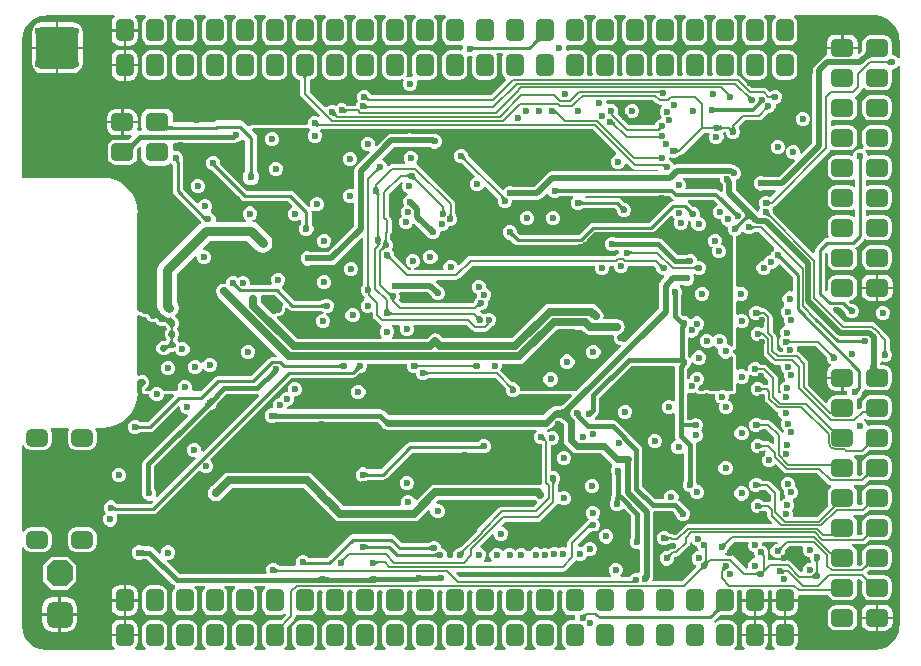
<source format=gbr>
%TF.GenerationSoftware,Altium Limited,Altium Designer,23.9.2 (47)*%
G04 Layer_Physical_Order=3*
G04 Layer_Color=16440176*
%FSLAX45Y45*%
%MOMM*%
%TF.SameCoordinates,F1AFF133-CB08-443C-B5AD-2193434A7FAF*%
%TF.FilePolarity,Positive*%
%TF.FileFunction,Copper,L3,Inr,Signal*%
%TF.Part,Single*%
G01*
G75*
%TA.AperFunction,Conductor*%
%ADD76C,0.25000*%
%ADD77C,0.40000*%
%ADD79C,0.15000*%
%ADD80C,0.20000*%
%ADD81C,0.50000*%
%ADD82C,0.70000*%
%ADD84C,0.30000*%
%ADD91C,0.75000*%
%ADD92C,0.60000*%
%ADD93C,0.80000*%
%TA.AperFunction,ComponentPad*%
G04:AMPARAMS|DCode=99|XSize=1.8mm|YSize=1.45mm|CornerRadius=0.3625mm|HoleSize=0mm|Usage=FLASHONLY|Rotation=180.000|XOffset=0mm|YOffset=0mm|HoleType=Round|Shape=RoundedRectangle|*
%AMROUNDEDRECTD99*
21,1,1.80000,0.72500,0,0,180.0*
21,1,1.07500,1.45000,0,0,180.0*
1,1,0.72500,-0.53750,0.36250*
1,1,0.72500,0.53750,0.36250*
1,1,0.72500,0.53750,-0.36250*
1,1,0.72500,-0.53750,-0.36250*
%
%ADD99ROUNDEDRECTD99*%
G04:AMPARAMS|DCode=101|XSize=2.2mm|YSize=2.2mm|CornerRadius=0.55mm|HoleSize=0mm|Usage=FLASHONLY|Rotation=270.000|XOffset=0mm|YOffset=0mm|HoleType=Round|Shape=RoundedRectangle|*
%AMROUNDEDRECTD101*
21,1,2.20000,1.10000,0,0,270.0*
21,1,1.10000,2.20000,0,0,270.0*
1,1,1.10000,-0.55000,-0.55000*
1,1,1.10000,-0.55000,0.55000*
1,1,1.10000,0.55000,0.55000*
1,1,1.10000,0.55000,-0.55000*
%
%ADD101ROUNDEDRECTD101*%
G04:AMPARAMS|DCode=102|XSize=2.2mm|YSize=2.2mm|CornerRadius=0mm|HoleSize=0mm|Usage=FLASHONLY|Rotation=270.000|XOffset=0mm|YOffset=0mm|HoleType=Round|Shape=Octagon|*
%AMOCTAGOND102*
4,1,8,-0.55000,-1.10000,0.55000,-1.10000,1.10000,-0.55000,1.10000,0.55000,0.55000,1.10000,-0.55000,1.10000,-1.10000,0.55000,-1.10000,-0.55000,-0.55000,-1.10000,0.0*
%
%ADD102OCTAGOND102*%

%TA.AperFunction,ViaPad*%
%ADD103C,0.60000*%
%TA.AperFunction,ComponentPad*%
G04:AMPARAMS|DCode=104|XSize=1.5mm|YSize=1.9mm|CornerRadius=0.375mm|HoleSize=0mm|Usage=FLASHONLY|Rotation=270.000|XOffset=0mm|YOffset=0mm|HoleType=Round|Shape=RoundedRectangle|*
%AMROUNDEDRECTD104*
21,1,1.50000,1.15000,0,0,270.0*
21,1,0.75000,1.90000,0,0,270.0*
1,1,0.75000,-0.57500,-0.37500*
1,1,0.75000,-0.57500,0.37500*
1,1,0.75000,0.57500,0.37500*
1,1,0.75000,0.57500,-0.37500*
%
%ADD104ROUNDEDRECTD104*%
G04:AMPARAMS|DCode=105|XSize=1.5mm|YSize=1.9mm|CornerRadius=0.375mm|HoleSize=0mm|Usage=FLASHONLY|Rotation=0.000|XOffset=0mm|YOffset=0mm|HoleType=Round|Shape=RoundedRectangle|*
%AMROUNDEDRECTD105*
21,1,1.50000,1.15000,0,0,0.0*
21,1,0.75000,1.90000,0,0,0.0*
1,1,0.75000,0.37500,-0.57500*
1,1,0.75000,-0.37500,-0.57500*
1,1,0.75000,-0.37500,0.57500*
1,1,0.75000,0.37500,0.57500*
%
%ADD105ROUNDEDRECTD105*%
G04:AMPARAMS|DCode=106|XSize=3.6mm|YSize=3.6mm|CornerRadius=0.54mm|HoleSize=0mm|Usage=FLASHONLY|Rotation=0.000|XOffset=0mm|YOffset=0mm|HoleType=Round|Shape=RoundedRectangle|*
%AMROUNDEDRECTD106*
21,1,3.60000,2.52000,0,0,0.0*
21,1,2.52000,3.60000,0,0,0.0*
1,1,1.08000,1.26000,-1.26000*
1,1,1.08000,-1.26000,-1.26000*
1,1,1.08000,-1.26000,1.26000*
1,1,1.08000,1.26000,1.26000*
%
%ADD106ROUNDEDRECTD106*%
G36*
X5548630Y5196038D02*
X5546657Y5197373D01*
X5544219Y5197896D01*
X5541318Y5197607D01*
X5537952Y5196505D01*
X5534123Y5194591D01*
X5529829Y5191865D01*
X5525072Y5188327D01*
X5519851Y5183976D01*
X5508016Y5172838D01*
X5490338Y5190516D01*
X5496313Y5196665D01*
X5505827Y5207572D01*
X5509365Y5212329D01*
X5512091Y5216623D01*
X5514005Y5220452D01*
X5515107Y5223818D01*
X5515396Y5226719D01*
X5514873Y5229157D01*
X5513538Y5231130D01*
X5548630Y5196038D01*
D02*
G37*
G36*
X8434462Y5410484D02*
X8485651Y5389281D01*
X8529609Y5355551D01*
X8563338Y5311594D01*
X8584542Y5260404D01*
X8589867Y5219955D01*
X8591113Y5205471D01*
X8591116Y5205460D01*
X8591116Y5190471D01*
X8591120Y5057416D01*
X8576120Y5054432D01*
X8575688Y5055475D01*
X8558809Y5072354D01*
X8536757Y5081488D01*
X8535268D01*
X8525753Y5093083D01*
X8528322Y5106000D01*
Y5181000D01*
X8523083Y5207337D01*
X8508164Y5229664D01*
X8485837Y5244583D01*
X8459500Y5249822D01*
X8344500D01*
X8318163Y5244583D01*
X8295836Y5229664D01*
X8280917Y5207337D01*
X8275678Y5181000D01*
Y5122872D01*
X8272085Y5117448D01*
X8252360Y5094165D01*
X8238405Y5100899D01*
X8239420Y5106000D01*
Y5133500D01*
X8108000D01*
X7976580D01*
Y5106000D01*
X7979583Y5090905D01*
X7979605Y5090114D01*
X7968200Y5073731D01*
X7958540Y5071809D01*
X7940347Y5059653D01*
X7872260Y4991566D01*
X7860104Y4973373D01*
X7855836Y4951913D01*
Y4926023D01*
X7850000Y4911935D01*
Y4888065D01*
X7853923Y4878596D01*
Y4333938D01*
X7765378Y4245394D01*
X7751319Y4252548D01*
Y4271533D01*
X7742184Y4293586D01*
X7725306Y4310464D01*
X7703253Y4319599D01*
X7679384D01*
X7657331Y4310464D01*
X7640453Y4293586D01*
X7631319Y4271533D01*
Y4247664D01*
X7640453Y4225612D01*
X7657331Y4208733D01*
X7679384Y4199599D01*
X7698370D01*
X7705524Y4185539D01*
X7571043Y4051058D01*
X7440163D01*
X7430693Y4054981D01*
X7406824D01*
X7384771Y4045847D01*
X7367893Y4028968D01*
X7358758Y4006916D01*
Y3983046D01*
X7367893Y3960994D01*
X7384771Y3944116D01*
X7406824Y3934981D01*
X7430693D01*
X7440163Y3938904D01*
X7539941D01*
X7545682Y3925046D01*
X7497963Y3877327D01*
X7496497Y3878398D01*
X7494030Y3880865D01*
X7471977Y3890000D01*
X7448108D01*
X7426056Y3880865D01*
X7409177Y3863987D01*
X7400043Y3841935D01*
Y3818065D01*
X7409177Y3796013D01*
X7415169Y3790021D01*
X7409135Y3783987D01*
X7400000Y3761935D01*
Y3758904D01*
X7386142Y3753163D01*
X7364653Y3774653D01*
X7206077Y3933228D01*
Y4007294D01*
X7203427Y4020618D01*
X7223987Y4029134D01*
X7240866Y4046013D01*
X7250000Y4068065D01*
Y4091935D01*
X7240866Y4113987D01*
X7223987Y4130866D01*
X7209898Y4136701D01*
X7206947Y4139653D01*
X7188754Y4151809D01*
X7167294Y4156077D01*
X6710000D01*
X6692643Y4152625D01*
X6688540Y4151809D01*
X6674417Y4160413D01*
X6670865Y4168987D01*
X6653987Y4185866D01*
X6639869Y4191713D01*
X6642500Y4198065D01*
Y4206928D01*
X6654972Y4215262D01*
X6663881Y4211571D01*
X6687750D01*
X6709803Y4220706D01*
X6712280Y4223183D01*
X6715891Y4225849D01*
X6722444Y4230404D01*
X6727189Y4233337D01*
X6727484D01*
X6742116Y4236247D01*
X6754520Y4244536D01*
X6935277Y4425293D01*
X6935432Y4425398D01*
X6935695Y4425547D01*
X6935920Y4425652D01*
X6936155Y4425738D01*
X6936445Y4425818D01*
X6936628Y4425853D01*
X6974921D01*
X6984944Y4410852D01*
X6981126Y4401635D01*
Y4377766D01*
X6990260Y4355713D01*
X7007138Y4338835D01*
X7029191Y4329701D01*
X7053060D01*
X7075113Y4338835D01*
X7091991Y4355713D01*
X7101125Y4377766D01*
Y4401635D01*
X7095364Y4415545D01*
X7106270Y4428414D01*
X7122955D01*
X7123522Y4425643D01*
X7124136Y4421566D01*
Y4418065D01*
X7133270Y4396013D01*
X7150148Y4379134D01*
X7172201Y4370000D01*
X7196070D01*
X7218123Y4379134D01*
X7235001Y4396013D01*
X7244135Y4418065D01*
Y4441935D01*
X7235001Y4463987D01*
X7232524Y4466465D01*
X7229858Y4470076D01*
X7227516Y4473444D01*
X7285837Y4531766D01*
X7401722D01*
X7416354Y4534676D01*
X7428758Y4542964D01*
X7472392Y4586598D01*
X7486100Y4589407D01*
X7490177Y4590021D01*
X7493677D01*
X7515730Y4599155D01*
X7532608Y4616033D01*
X7541743Y4638086D01*
Y4661955D01*
X7547118Y4670000D01*
X7551935D01*
X7573987Y4679134D01*
X7590865Y4696013D01*
X7600000Y4718065D01*
Y4741935D01*
X7590865Y4763987D01*
X7573987Y4780865D01*
X7551935Y4790000D01*
X7528065D01*
X7506013Y4780865D01*
X7503536Y4778389D01*
X7499927Y4775724D01*
X7493366Y4771164D01*
X7493083Y4770989D01*
X7472036Y4792036D01*
X7459632Y4800324D01*
X7445000Y4803234D01*
X7340837D01*
X7247036Y4897036D01*
X7234632Y4905324D01*
X7226091Y4907023D01*
X7225968Y4907076D01*
X7216484Y4919190D01*
X7215186Y4923235D01*
X7218322Y4939000D01*
Y5054000D01*
X7213083Y5080337D01*
X7198164Y5102664D01*
X7175837Y5117583D01*
X7149500Y5122822D01*
X7074500D01*
X7048163Y5117583D01*
X7025836Y5102664D01*
X7010917Y5080337D01*
X7005678Y5054000D01*
Y4939000D01*
X7008814Y4923235D01*
X6997209Y4908234D01*
X6972791D01*
X6961186Y4923235D01*
X6964322Y4939000D01*
Y5054000D01*
X6959083Y5080337D01*
X6944164Y5102664D01*
X6921837Y5117583D01*
X6895500Y5122822D01*
X6820500D01*
X6794163Y5117583D01*
X6771836Y5102664D01*
X6756917Y5080337D01*
X6751678Y5054000D01*
Y4939000D01*
X6754814Y4923235D01*
X6743209Y4908234D01*
X6718791D01*
X6707186Y4923235D01*
X6710322Y4939000D01*
Y5054000D01*
X6705083Y5080337D01*
X6690164Y5102664D01*
X6667837Y5117583D01*
X6641500Y5122822D01*
X6566500D01*
X6540163Y5117583D01*
X6517836Y5102664D01*
X6502917Y5080337D01*
X6497678Y5054000D01*
Y4939000D01*
X6500814Y4923235D01*
X6489209Y4908234D01*
X6464791D01*
X6453186Y4923235D01*
X6456322Y4939000D01*
Y5054000D01*
X6451083Y5080337D01*
X6436164Y5102664D01*
X6413837Y5117583D01*
X6387500Y5122822D01*
X6312500D01*
X6286163Y5117583D01*
X6263836Y5102664D01*
X6248917Y5080337D01*
X6243678Y5054000D01*
Y4939000D01*
X6246814Y4923235D01*
X6235209Y4908234D01*
X6210791D01*
X6199186Y4923235D01*
X6202322Y4939000D01*
Y5054000D01*
X6197083Y5080337D01*
X6182164Y5102664D01*
X6159837Y5117583D01*
X6133500Y5122822D01*
X6058500D01*
X6032163Y5117583D01*
X6009836Y5102664D01*
X5994917Y5080337D01*
X5989678Y5054000D01*
Y4939000D01*
X5992814Y4923235D01*
X5981209Y4908234D01*
X5956791D01*
X5945186Y4923235D01*
X5948322Y4939000D01*
Y5054000D01*
X5943083Y5080337D01*
X5928164Y5102664D01*
X5905837Y5117583D01*
X5879500Y5122822D01*
X5804500D01*
X5782930Y5118532D01*
X5776461Y5123262D01*
X5772091Y5127526D01*
X5770469Y5130183D01*
Y5151513D01*
X5767602Y5158433D01*
X5774879Y5166001D01*
X5779390Y5169173D01*
X5804500Y5164178D01*
X5879500D01*
X5905837Y5169417D01*
X5928164Y5184336D01*
X5943083Y5206663D01*
X5948322Y5233000D01*
Y5348000D01*
X5943083Y5374337D01*
X5928164Y5396664D01*
X5920096Y5402056D01*
X5924646Y5417056D01*
X6013354D01*
X6017904Y5402056D01*
X6009836Y5396664D01*
X5994917Y5374337D01*
X5989678Y5348000D01*
Y5233000D01*
X5994917Y5206663D01*
X6009836Y5184336D01*
X6032163Y5169417D01*
X6058500Y5164178D01*
X6133500D01*
X6159837Y5169417D01*
X6182164Y5184336D01*
X6197083Y5206663D01*
X6202322Y5233000D01*
Y5348000D01*
X6197083Y5374337D01*
X6182164Y5396664D01*
X6174096Y5402056D01*
X6178646Y5417056D01*
X6267354D01*
X6271904Y5402056D01*
X6263836Y5396664D01*
X6248917Y5374337D01*
X6243678Y5348000D01*
Y5233000D01*
X6248917Y5206663D01*
X6263836Y5184336D01*
X6286163Y5169417D01*
X6312500Y5164178D01*
X6387500D01*
X6413837Y5169417D01*
X6436164Y5184336D01*
X6451083Y5206663D01*
X6456322Y5233000D01*
Y5348000D01*
X6451083Y5374337D01*
X6436164Y5396664D01*
X6428096Y5402056D01*
X6432646Y5417056D01*
X6521354D01*
X6525904Y5402056D01*
X6517836Y5396664D01*
X6502917Y5374337D01*
X6497678Y5348000D01*
Y5233000D01*
X6502917Y5206663D01*
X6517836Y5184336D01*
X6540163Y5169417D01*
X6566500Y5164178D01*
X6641500D01*
X6667837Y5169417D01*
X6690164Y5184336D01*
X6705083Y5206663D01*
X6710322Y5233000D01*
Y5348000D01*
X6705083Y5374337D01*
X6690164Y5396664D01*
X6682096Y5402056D01*
X6686646Y5417056D01*
X6775354D01*
X6779904Y5402056D01*
X6771836Y5396664D01*
X6756917Y5374337D01*
X6751678Y5348000D01*
Y5233000D01*
X6756917Y5206663D01*
X6771836Y5184336D01*
X6794163Y5169417D01*
X6820500Y5164178D01*
X6895500D01*
X6921837Y5169417D01*
X6944164Y5184336D01*
X6959083Y5206663D01*
X6964322Y5233000D01*
Y5348000D01*
X6959083Y5374337D01*
X6944164Y5396664D01*
X6936096Y5402056D01*
X6940646Y5417056D01*
X7029354D01*
X7033904Y5402056D01*
X7025836Y5396664D01*
X7010917Y5374337D01*
X7005678Y5348000D01*
Y5233000D01*
X7010917Y5206663D01*
X7025836Y5184336D01*
X7048163Y5169417D01*
X7074500Y5164178D01*
X7149500D01*
X7175837Y5169417D01*
X7198164Y5184336D01*
X7213083Y5206663D01*
X7218322Y5233000D01*
Y5348000D01*
X7213083Y5374337D01*
X7198164Y5396664D01*
X7190096Y5402056D01*
X7194646Y5417056D01*
X7283354D01*
X7287904Y5402056D01*
X7279836Y5396664D01*
X7264917Y5374337D01*
X7259678Y5348000D01*
Y5233000D01*
X7264917Y5206663D01*
X7279836Y5184336D01*
X7302163Y5169417D01*
X7328500Y5164178D01*
X7403500D01*
X7429837Y5169417D01*
X7452164Y5184336D01*
X7467083Y5206663D01*
X7472322Y5233000D01*
Y5348000D01*
X7467083Y5374337D01*
X7452164Y5396664D01*
X7444096Y5402056D01*
X7448646Y5417056D01*
X7537354D01*
X7541904Y5402056D01*
X7533836Y5396664D01*
X7518917Y5374337D01*
X7513678Y5348000D01*
Y5233000D01*
X7518917Y5206663D01*
X7533836Y5184336D01*
X7556163Y5169417D01*
X7582500Y5164178D01*
X7657500D01*
X7683837Y5169417D01*
X7706164Y5184336D01*
X7721083Y5206663D01*
X7726322Y5233000D01*
Y5348000D01*
X7721083Y5374337D01*
X7706164Y5396664D01*
X7698096Y5402056D01*
X7702646Y5417056D01*
X8379531D01*
X8381527Y5417453D01*
X8434462Y5410484D01*
D02*
G37*
G36*
X4747904Y5402056D02*
X4739836Y5396664D01*
X4724917Y5374337D01*
X4719678Y5348000D01*
Y5233000D01*
X4724917Y5206663D01*
X4739836Y5184336D01*
X4762163Y5169417D01*
X4788500Y5164178D01*
X4863500D01*
X4884170Y5168289D01*
X4895310Y5156815D01*
X4895486Y5156411D01*
X4892487Y5149171D01*
Y5132350D01*
X4881053Y5120773D01*
X4878629Y5119813D01*
X4863500Y5122822D01*
X4788500D01*
X4762163Y5117583D01*
X4739836Y5102664D01*
X4724917Y5080337D01*
X4719678Y5054000D01*
Y4939000D01*
X4724917Y4912663D01*
X4739836Y4890336D01*
X4762163Y4875417D01*
X4788500Y4870178D01*
X4863500D01*
X4889837Y4875417D01*
X4912164Y4890336D01*
X4927083Y4912663D01*
X4932322Y4939000D01*
Y5054000D01*
X4930066Y5065344D01*
X4935793Y5071839D01*
X4942994Y5077236D01*
X4963006D01*
X4965257Y5076414D01*
X4976027Y5065807D01*
X4973678Y5054000D01*
Y4939000D01*
X4978917Y4912663D01*
X4993836Y4890336D01*
X5016163Y4875417D01*
X5042500Y4870178D01*
X5117500D01*
X5143837Y4875417D01*
X5166164Y4890336D01*
X5181083Y4912663D01*
X5186322Y4939000D01*
Y5054000D01*
X5181083Y5080337D01*
X5179011Y5083439D01*
X5186082Y5096667D01*
X5227918D01*
X5234989Y5083439D01*
X5232917Y5080337D01*
X5227678Y5054000D01*
Y4939000D01*
X5232917Y4912663D01*
X5247836Y4890336D01*
X5258881Y4882955D01*
X5260351Y4868028D01*
X5133108Y4740784D01*
X4120034D01*
X4120000Y4740884D01*
Y4741935D01*
X4118677Y4745127D01*
X4118473Y4745860D01*
X4117922Y4746951D01*
X4110866Y4763987D01*
X4093987Y4780865D01*
X4071935Y4790000D01*
X4048065D01*
X4026013Y4780865D01*
X4009134Y4763987D01*
X4000000Y4741935D01*
Y4718065D01*
X4009134Y4696013D01*
X4010147Y4695000D01*
X3999134Y4683987D01*
X3990000Y4661935D01*
Y4653283D01*
X3918271D01*
X3917932Y4653439D01*
X3916893Y4653987D01*
X3908941Y4659080D01*
X3906454Y4660898D01*
X3903987Y4663365D01*
X3881935Y4672500D01*
X3858065D01*
X3836013Y4663365D01*
X3823652Y4651004D01*
X3801935Y4660000D01*
X3778065D01*
X3756013Y4650865D01*
X3748103Y4642956D01*
X3727568Y4642277D01*
X3596784Y4773062D01*
Y4870831D01*
X3619837Y4875417D01*
X3642164Y4890336D01*
X3657083Y4912663D01*
X3662322Y4939000D01*
Y5054000D01*
X3657083Y5080337D01*
X3642164Y5102664D01*
X3619837Y5117583D01*
X3593500Y5122822D01*
X3518500D01*
X3492163Y5117583D01*
X3469836Y5102664D01*
X3454917Y5080337D01*
X3449678Y5054000D01*
Y4939000D01*
X3454917Y4912663D01*
X3469836Y4890336D01*
X3492163Y4875417D01*
X3515216Y4870831D01*
Y4756170D01*
X3515216Y4756169D01*
X3518321Y4740562D01*
X3527162Y4727330D01*
X3681911Y4572581D01*
X3673985Y4560864D01*
X3651932Y4569998D01*
X3628063D01*
X3606011Y4560864D01*
X3589132Y4543986D01*
X3579998Y4521933D01*
Y4505588D01*
X3568095Y4490587D01*
X3115758Y4490588D01*
X3104052Y4488259D01*
X3094129Y4481629D01*
X3076385Y4480212D01*
X3075465Y4480695D01*
X3043309Y4512850D01*
X3025944Y4524454D01*
X3005459Y4528528D01*
X2815001D01*
X2794517Y4524454D01*
X2786147Y4518861D01*
X2442518D01*
Y4549900D01*
X2436503Y4580139D01*
X2419374Y4605774D01*
X2393739Y4622903D01*
X2363500Y4628918D01*
X2248500D01*
X2218261Y4622903D01*
X2192626Y4605774D01*
X2175497Y4580139D01*
X2169482Y4549900D01*
Y4474900D01*
X2173668Y4453855D01*
X2162965Y4439204D01*
X2148054Y4437229D01*
X2141346Y4443363D01*
X2141148Y4443601D01*
X2138308Y4449198D01*
X2143420Y4474900D01*
Y4502400D01*
X2022000D01*
Y4400980D01*
X2069500D01*
X2084191Y4403902D01*
X2091581Y4390078D01*
X2086085Y4384583D01*
X2071039Y4371317D01*
X2064532Y4366361D01*
X2062044Y4364722D01*
X1954500D01*
X1928163Y4359483D01*
X1905836Y4344564D01*
X1890917Y4322237D01*
X1885678Y4295900D01*
Y4220900D01*
X1890917Y4194563D01*
X1905836Y4172235D01*
X1928163Y4157317D01*
X1954500Y4152078D01*
X2069500D01*
X2095837Y4157317D01*
X2118164Y4172235D01*
X2133083Y4194563D01*
X2138322Y4220900D01*
Y4288444D01*
X2139531Y4290280D01*
X2148102Y4300418D01*
X2167494Y4300123D01*
X2169756Y4297276D01*
X2169482Y4295900D01*
Y4220900D01*
X2175497Y4190661D01*
X2192626Y4165026D01*
X2218261Y4147897D01*
X2248500Y4141882D01*
X2363500D01*
X2393739Y4147897D01*
X2419374Y4165025D01*
X2424267Y4165508D01*
X2433811Y4155963D01*
X2436668Y4154780D01*
Y3930000D01*
X2439966Y3913417D01*
X2449360Y3899359D01*
X2674719Y3674000D01*
X2674594Y3658183D01*
X2672650Y3654577D01*
X2662323Y3647676D01*
X2332321Y3317674D01*
X2314640Y3291212D01*
X2308431Y3259998D01*
Y2960002D01*
X2314640Y2928788D01*
X2332321Y2902326D01*
X2352323Y2882323D01*
X2378786Y2864642D01*
X2410000Y2858433D01*
X2418961Y2860215D01*
X2432880Y2850341D01*
X2433723Y2849078D01*
X2434163Y2847626D01*
X2437013Y2844154D01*
X2439510Y2840417D01*
X2440772Y2839574D01*
X2441735Y2838400D01*
X2444871Y2836724D01*
X2454935Y2826660D01*
X2459412Y2815851D01*
Y2804150D01*
X2454934Y2793339D01*
X2448224Y2786628D01*
X2441594Y2776705D01*
X2439265Y2765000D01*
X2441594Y2753294D01*
X2448224Y2743371D01*
X2454935Y2736660D01*
X2459412Y2725851D01*
Y2714150D01*
X2454935Y2703340D01*
X2448224Y2696629D01*
X2441594Y2686705D01*
X2439265Y2675000D01*
X2441594Y2663295D01*
X2448224Y2653371D01*
X2454935Y2646660D01*
X2461535Y2630726D01*
X2467345Y2622030D01*
X2465866Y2617149D01*
X2461767Y2610637D01*
X2460119Y2608139D01*
X2448501Y2605828D01*
X2435851Y2600588D01*
X2423191D01*
X2413329Y2602549D01*
X2401624Y2600221D01*
X2391701Y2593590D01*
X2391700Y2593590D01*
X2385070Y2583667D01*
X2384935Y2583339D01*
X2376660Y2575065D01*
X2365851Y2570588D01*
X2354150D01*
X2343339Y2575065D01*
X2335065Y2583340D01*
X2330588Y2594149D01*
Y2605850D01*
X2335066Y2616661D01*
X2343340Y2624935D01*
X2354149Y2629412D01*
X2366809D01*
X2376671Y2627451D01*
X2388376Y2629779D01*
X2398299Y2636410D01*
X2398300Y2636410D01*
X2404930Y2646333D01*
X2405066Y2646661D01*
X2411776Y2653371D01*
X2418406Y2663295D01*
X2420735Y2675000D01*
X2418406Y2686705D01*
X2411776Y2696629D01*
X2405065Y2703340D01*
X2400588Y2714149D01*
Y2725850D01*
X2405065Y2736660D01*
X2411776Y2743371D01*
X2418406Y2753294D01*
X2420735Y2764999D01*
X2418407Y2776705D01*
X2411776Y2786629D01*
X2411775Y2786629D01*
X2405065Y2793339D01*
X2399930Y2805737D01*
X2399930Y2805738D01*
X2393299Y2815661D01*
X2383376Y2822292D01*
X2371671Y2824620D01*
X2359965Y2822292D01*
X2355851Y2820588D01*
X2344150D01*
X2333340Y2825065D01*
X2325065Y2833340D01*
X2323466Y2837201D01*
X2323466Y2837203D01*
X2316835Y2847126D01*
X2306912Y2853757D01*
X2295206Y2856085D01*
X2283501Y2853757D01*
X2275850Y2850588D01*
X2264150D01*
X2253339Y2855066D01*
X2245066Y2863339D01*
X2241395Y2872202D01*
X2237587Y2877901D01*
X2234766Y2882124D01*
X2234765Y2882124D01*
X2234764Y2882126D01*
X2229589Y2885584D01*
X2224843Y2888755D01*
X2224842Y2888756D01*
X2224841Y2888756D01*
X2219541Y2889811D01*
X2213138Y2891085D01*
X2213137Y2891085D01*
X2213135Y2891085D01*
X2210636Y2890588D01*
X2194150D01*
X2183339Y2895065D01*
X2176073Y2902332D01*
X2166150Y2908962D01*
X2160826Y2910021D01*
X2154445Y2911291D01*
X2140067Y2921877D01*
X2139444Y2923428D01*
Y3746500D01*
X2140038D01*
X2134301Y3804742D01*
X2117313Y3860745D01*
X2089725Y3912359D01*
X2052598Y3957598D01*
X2007359Y3994725D01*
X1955745Y4022313D01*
X1899742Y4039301D01*
X1841500Y4045038D01*
Y4044444D01*
X1161544D01*
Y5207000D01*
X1161155Y5208958D01*
X1168077Y5261534D01*
X1189126Y5312351D01*
X1222610Y5355989D01*
X1266248Y5389474D01*
X1317066Y5410523D01*
X1357121Y5415796D01*
X1371600Y5417055D01*
Y5417056D01*
X1940354D01*
X1944904Y5402056D01*
X1942231Y5400269D01*
X1926207Y5376288D01*
X1920580Y5348000D01*
Y5300500D01*
X2143420D01*
Y5348000D01*
X2137793Y5376288D01*
X2121769Y5400269D01*
X2119096Y5402056D01*
X2123646Y5417056D01*
X2203354D01*
X2207904Y5402056D01*
X2199836Y5396664D01*
X2184917Y5374337D01*
X2179678Y5348000D01*
Y5233000D01*
X2184917Y5206663D01*
X2199836Y5184336D01*
X2222163Y5169417D01*
X2248500Y5164178D01*
X2323500D01*
X2349837Y5169417D01*
X2372164Y5184336D01*
X2387083Y5206663D01*
X2392322Y5233000D01*
Y5348000D01*
X2387083Y5374337D01*
X2372164Y5396664D01*
X2364096Y5402056D01*
X2368646Y5417056D01*
X2457354D01*
X2461904Y5402056D01*
X2453836Y5396664D01*
X2438917Y5374337D01*
X2433678Y5348000D01*
Y5233000D01*
X2438917Y5206663D01*
X2453836Y5184336D01*
X2476163Y5169417D01*
X2502500Y5164178D01*
X2577500D01*
X2603837Y5169417D01*
X2626164Y5184336D01*
X2641083Y5206663D01*
X2646322Y5233000D01*
Y5348000D01*
X2641083Y5374337D01*
X2626164Y5396664D01*
X2618096Y5402056D01*
X2622646Y5417056D01*
X2711354D01*
X2715904Y5402056D01*
X2707836Y5396664D01*
X2692917Y5374337D01*
X2687678Y5348000D01*
Y5233000D01*
X2692917Y5206663D01*
X2707836Y5184336D01*
X2730163Y5169417D01*
X2756500Y5164178D01*
X2831500D01*
X2857837Y5169417D01*
X2880164Y5184336D01*
X2895083Y5206663D01*
X2900322Y5233000D01*
Y5348000D01*
X2895083Y5374337D01*
X2880164Y5396664D01*
X2872096Y5402056D01*
X2876646Y5417056D01*
X2965354D01*
X2969904Y5402056D01*
X2961836Y5396664D01*
X2946917Y5374337D01*
X2941678Y5348000D01*
Y5233000D01*
X2946917Y5206663D01*
X2961836Y5184336D01*
X2984163Y5169417D01*
X3010500Y5164178D01*
X3085500D01*
X3111837Y5169417D01*
X3134164Y5184336D01*
X3149083Y5206663D01*
X3154322Y5233000D01*
Y5348000D01*
X3149083Y5374337D01*
X3134164Y5396664D01*
X3126096Y5402056D01*
X3130646Y5417056D01*
X3219354D01*
X3223904Y5402056D01*
X3215836Y5396664D01*
X3200917Y5374337D01*
X3195678Y5348000D01*
Y5233000D01*
X3200917Y5206663D01*
X3215836Y5184336D01*
X3238163Y5169417D01*
X3264500Y5164178D01*
X3339500D01*
X3365837Y5169417D01*
X3388164Y5184336D01*
X3403083Y5206663D01*
X3408322Y5233000D01*
Y5348000D01*
X3403083Y5374337D01*
X3388164Y5396664D01*
X3380096Y5402056D01*
X3384646Y5417056D01*
X3473354D01*
X3477904Y5402056D01*
X3469836Y5396664D01*
X3454917Y5374337D01*
X3449678Y5348000D01*
Y5233000D01*
X3454917Y5206663D01*
X3469836Y5184336D01*
X3492163Y5169417D01*
X3518500Y5164178D01*
X3593500D01*
X3619837Y5169417D01*
X3642164Y5184336D01*
X3657083Y5206663D01*
X3662322Y5233000D01*
Y5348000D01*
X3657083Y5374337D01*
X3642164Y5396664D01*
X3634096Y5402056D01*
X3638646Y5417056D01*
X3727354D01*
X3731904Y5402056D01*
X3723836Y5396664D01*
X3708917Y5374337D01*
X3703678Y5348000D01*
Y5233000D01*
X3708917Y5206663D01*
X3723836Y5184336D01*
X3746163Y5169417D01*
X3772500Y5164178D01*
X3847500D01*
X3873837Y5169417D01*
X3896164Y5184336D01*
X3911083Y5206663D01*
X3916322Y5233000D01*
Y5348000D01*
X3911083Y5374337D01*
X3896164Y5396664D01*
X3888096Y5402056D01*
X3892646Y5417056D01*
X3981354D01*
X3985904Y5402056D01*
X3977836Y5396664D01*
X3962917Y5374337D01*
X3957678Y5348000D01*
Y5233000D01*
X3962917Y5206663D01*
X3977836Y5184336D01*
X4000163Y5169417D01*
X4026500Y5164178D01*
X4101500D01*
X4127837Y5169417D01*
X4150164Y5184336D01*
X4165083Y5206663D01*
X4170322Y5233000D01*
Y5348000D01*
X4165083Y5374337D01*
X4150164Y5396664D01*
X4142096Y5402056D01*
X4146646Y5417056D01*
X4235354D01*
X4239904Y5402056D01*
X4231836Y5396664D01*
X4216917Y5374337D01*
X4211678Y5348000D01*
Y5233000D01*
X4216917Y5206663D01*
X4231836Y5184336D01*
X4254163Y5169417D01*
X4280500Y5164178D01*
X4355500D01*
X4381837Y5169417D01*
X4404164Y5184336D01*
X4419083Y5206663D01*
X4424322Y5233000D01*
Y5348000D01*
X4419083Y5374337D01*
X4404164Y5396664D01*
X4396096Y5402056D01*
X4400646Y5417056D01*
X4489354D01*
X4493904Y5402056D01*
X4485836Y5396664D01*
X4470917Y5374337D01*
X4465678Y5348000D01*
Y5233000D01*
X4470917Y5206663D01*
X4485836Y5184336D01*
X4508163Y5169417D01*
X4534500Y5164178D01*
X4609500D01*
X4635837Y5169417D01*
X4658164Y5184336D01*
X4673083Y5206663D01*
X4678322Y5233000D01*
Y5348000D01*
X4673083Y5374337D01*
X4658164Y5396664D01*
X4650096Y5402056D01*
X4654646Y5417056D01*
X4743354D01*
X4747904Y5402056D01*
D02*
G37*
G36*
X4971996Y5160376D02*
X4977686Y5157264D01*
X4980470Y5156000D01*
X4983212Y5154931D01*
X4985914Y5154055D01*
X4988575Y5153375D01*
X4991196Y5152889D01*
X4993775Y5152597D01*
X4996314Y5152500D01*
X4998863Y5127500D01*
X4996363Y5127375D01*
X4993835Y5127000D01*
X4991280Y5126375D01*
X4988697Y5125499D01*
X4986087Y5124374D01*
X4983449Y5122999D01*
X4980784Y5121373D01*
X4978090Y5119498D01*
X4975370Y5117372D01*
X4972621Y5114997D01*
X4969090Y5162223D01*
X4971996Y5160376D01*
D02*
G37*
G36*
X8377694Y5068789D02*
X8373659Y5071412D01*
X8368561Y5072273D01*
X8362402Y5071372D01*
X8355180Y5068707D01*
X8346898Y5064280D01*
X8337553Y5058090D01*
X8327147Y5050137D01*
X8303149Y5028943D01*
X8289558Y5015702D01*
X8254202Y5051058D01*
X8267443Y5064649D01*
X8296590Y5099053D01*
X8302780Y5108398D01*
X8307207Y5116680D01*
X8309872Y5123902D01*
X8310773Y5130061D01*
X8309912Y5135159D01*
X8307289Y5139194D01*
X8377694Y5068789D01*
D02*
G37*
G36*
X8506807Y4997499D02*
X8503172Y5000157D01*
X8493343Y5006452D01*
X8490426Y5007991D01*
X8487689Y5009250D01*
X8485132Y5010229D01*
X8482754Y5010929D01*
X8480556Y5011348D01*
X8478538Y5011488D01*
Y5031488D01*
X8480556Y5031628D01*
X8482754Y5032048D01*
X8485132Y5032747D01*
X8487689Y5033726D01*
X8490426Y5034985D01*
X8493343Y5036524D01*
X8499716Y5040441D01*
X8506807Y5045477D01*
Y4997499D01*
D02*
G37*
G36*
X3574100Y4901486D02*
X3572400Y4900577D01*
X3570900Y4899061D01*
X3569600Y4896940D01*
X3568500Y4894213D01*
X3567600Y4890879D01*
X3566900Y4886939D01*
X3566400Y4882394D01*
X3566000Y4871484D01*
X3546000D01*
X3545900Y4877242D01*
X3545100Y4886939D01*
X3544400Y4890879D01*
X3543500Y4894213D01*
X3542400Y4896940D01*
X3541100Y4899061D01*
X3539600Y4900577D01*
X3537900Y4901486D01*
X3536000Y4901789D01*
X3576000D01*
X3574100Y4901486D01*
D02*
G37*
G36*
X8591122Y4985565D02*
X8591247Y270194D01*
X8591247Y269996D01*
Y255256D01*
X8589999Y240773D01*
X8584683Y200394D01*
X8563507Y149271D01*
X8529821Y105371D01*
X8485921Y71685D01*
X8434798Y50509D01*
X8381926Y43549D01*
X8379938Y43944D01*
X7711646D01*
X7707096Y58944D01*
X7709769Y60731D01*
X7725793Y84712D01*
X7731420Y113000D01*
Y160500D01*
X7508580D01*
Y113000D01*
X7514207Y84712D01*
X7530231Y60731D01*
X7532904Y58944D01*
X7528354Y43944D01*
X7457646D01*
X7453096Y58944D01*
X7455769Y60731D01*
X7471793Y84712D01*
X7477420Y113000D01*
Y160500D01*
X7254580D01*
Y113000D01*
X7260207Y84712D01*
X7276231Y60731D01*
X7278904Y58944D01*
X7274354Y43944D01*
X7194646D01*
X7190096Y58944D01*
X7198164Y64336D01*
X7213083Y86663D01*
X7218322Y113000D01*
Y228000D01*
X7213083Y254337D01*
X7198164Y276664D01*
X7175837Y291583D01*
X7149500Y296822D01*
X7074500D01*
X7048163Y291583D01*
X7026720Y277255D01*
X7018140Y289359D01*
X7059192Y330411D01*
X7064141Y335069D01*
X7068004Y338287D01*
X7069258Y339221D01*
X7074500Y338178D01*
X7149500D01*
X7175837Y343417D01*
X7198164Y358336D01*
X7213083Y380663D01*
X7218322Y407000D01*
Y522000D01*
X7215385Y536765D01*
X7227460Y551766D01*
X7245207D01*
X7257517Y536765D01*
X7254580Y522000D01*
Y474500D01*
X7477420D01*
Y522000D01*
X7474483Y536765D01*
X7485283Y549925D01*
X7500717D01*
X7511517Y536765D01*
X7508580Y522000D01*
Y474500D01*
X7731420D01*
Y504724D01*
X7740001Y511766D01*
X7986101D01*
X7986917Y507663D01*
X8001836Y485336D01*
X8024163Y470417D01*
X8050500Y465178D01*
X8165500D01*
X8191837Y470417D01*
X8214164Y485336D01*
X8229083Y507663D01*
X8234322Y534000D01*
Y609000D01*
X8230788Y626765D01*
X8241455Y641766D01*
X8257663D01*
X8278125Y621303D01*
X8275678Y609000D01*
Y534000D01*
X8280917Y507663D01*
X8295836Y485336D01*
X8318163Y470417D01*
X8344500Y465178D01*
X8459500D01*
X8485837Y470417D01*
X8508164Y485336D01*
X8523083Y507663D01*
X8528322Y534000D01*
Y609000D01*
X8523083Y635337D01*
X8508164Y657664D01*
X8485837Y672583D01*
X8459500Y677822D01*
X8344500D01*
X8332197Y675375D01*
X8309072Y698500D01*
X8332197Y721625D01*
X8344500Y719178D01*
X8459500D01*
X8485837Y724417D01*
X8508164Y739336D01*
X8523083Y761663D01*
X8528322Y788000D01*
Y863000D01*
X8523083Y889337D01*
X8508164Y911664D01*
X8485837Y926583D01*
X8459500Y931822D01*
X8344500D01*
X8318163Y926583D01*
X8295836Y911664D01*
X8280917Y889337D01*
X8275678Y863000D01*
Y788000D01*
X8278125Y775697D01*
X8260663Y758234D01*
X8243460D01*
X8231385Y773235D01*
X8234322Y788000D01*
Y863000D01*
X8229083Y889337D01*
X8214164Y911664D01*
X8191837Y926583D01*
X8190920Y926766D01*
X8192398Y941766D01*
X8282500D01*
X8297132Y944676D01*
X8309536Y952964D01*
X8332197Y975625D01*
X8344500Y973178D01*
X8459500D01*
X8485837Y978417D01*
X8508164Y993336D01*
X8523083Y1015663D01*
X8528322Y1042000D01*
Y1117000D01*
X8523083Y1143337D01*
X8508164Y1165664D01*
X8485837Y1180583D01*
X8459500Y1185822D01*
X8344500D01*
X8318163Y1180583D01*
X8295836Y1165664D01*
X8280917Y1143337D01*
X8275678Y1117000D01*
Y1042000D01*
X8278125Y1029697D01*
X8266663Y1018234D01*
X8241417D01*
X8231901Y1029830D01*
X8234322Y1042000D01*
Y1117000D01*
X8229083Y1143337D01*
X8214164Y1165664D01*
X8197551Y1176766D01*
X8202101Y1191766D01*
X8278500D01*
X8293132Y1194676D01*
X8305536Y1202964D01*
X8332197Y1229625D01*
X8344500Y1227178D01*
X8459500D01*
X8485837Y1232417D01*
X8508164Y1247336D01*
X8523083Y1269663D01*
X8528322Y1296000D01*
Y1371000D01*
X8523083Y1397337D01*
X8508164Y1419664D01*
X8485837Y1434583D01*
X8459500Y1439822D01*
X8344500D01*
X8318163Y1434583D01*
X8295836Y1419664D01*
X8280917Y1397337D01*
X8275678Y1371000D01*
Y1296000D01*
X8278125Y1283697D01*
X8262663Y1268234D01*
X8244093D01*
X8231783Y1283235D01*
X8234322Y1296000D01*
Y1371000D01*
X8229083Y1397337D01*
X8214164Y1419664D01*
X8203537Y1426766D01*
X8208087Y1441766D01*
X8274500D01*
X8289132Y1444676D01*
X8301536Y1452964D01*
X8332197Y1483625D01*
X8344500Y1481178D01*
X8459500D01*
X8485837Y1486417D01*
X8508164Y1501336D01*
X8523083Y1523663D01*
X8528322Y1550000D01*
Y1625000D01*
X8523083Y1651337D01*
X8508164Y1673664D01*
X8485837Y1688583D01*
X8459500Y1693822D01*
X8344500D01*
X8318163Y1688583D01*
X8295836Y1673664D01*
X8280917Y1651337D01*
X8275678Y1625000D01*
Y1550000D01*
X8278125Y1537697D01*
X8258663Y1518234D01*
X8242123D01*
X8230987Y1533235D01*
X8234322Y1550000D01*
Y1625000D01*
X8229083Y1651337D01*
X8214164Y1673664D01*
X8209523Y1676766D01*
X8214073Y1691766D01*
X8270500D01*
X8285132Y1694676D01*
X8297536Y1702964D01*
X8332197Y1737625D01*
X8344500Y1735178D01*
X8459500D01*
X8485837Y1740417D01*
X8508164Y1755336D01*
X8523083Y1777663D01*
X8528322Y1804000D01*
Y1879000D01*
X8523083Y1905337D01*
X8508164Y1927664D01*
X8485837Y1942583D01*
X8459500Y1947822D01*
X8344500D01*
X8328813Y1944702D01*
X8320000Y1951935D01*
X8310866Y1973987D01*
X8293987Y1990865D01*
X8293771Y1993175D01*
X8295855Y2006328D01*
X8298565Y2007512D01*
X8318163Y1994417D01*
X8344500Y1989178D01*
X8459500D01*
X8485837Y1994417D01*
X8508164Y2009336D01*
X8523083Y2031663D01*
X8528322Y2058000D01*
Y2133000D01*
X8523083Y2159337D01*
X8508164Y2181664D01*
X8485837Y2196583D01*
X8459500Y2201822D01*
X8344500D01*
X8318163Y2196583D01*
X8295836Y2181664D01*
X8280917Y2159337D01*
X8275678Y2133000D01*
Y2097375D01*
X8265368Y2095324D01*
X8252964Y2087036D01*
X8248180Y2082252D01*
X8234322Y2087992D01*
Y2133000D01*
X8229083Y2159337D01*
X8232282Y2169883D01*
X8244560Y2174968D01*
X8261438Y2191847D01*
X8270573Y2213899D01*
Y2217364D01*
X8270909Y2219440D01*
X8271975Y2224108D01*
X8272324Y2225241D01*
X8272744Y2226370D01*
X8273027Y2227007D01*
X8280641Y2234620D01*
X8290034Y2248678D01*
X8290121Y2249114D01*
X8306788Y2256017D01*
X8318163Y2248417D01*
X8344500Y2243178D01*
X8459500D01*
X8485837Y2248417D01*
X8508164Y2263336D01*
X8523083Y2285663D01*
X8528322Y2312000D01*
Y2387000D01*
X8523083Y2413337D01*
X8508164Y2435664D01*
X8485837Y2450583D01*
X8459500Y2455822D01*
X8431092D01*
X8430765Y2457030D01*
X8429501Y2464187D01*
X8428363Y2478171D01*
X8436902Y2486256D01*
X8442958Y2488361D01*
X8455694Y2483086D01*
X8479564D01*
X8501616Y2492220D01*
X8518495Y2509099D01*
X8527629Y2531151D01*
Y2555021D01*
X8518495Y2577073D01*
X8516067Y2579500D01*
X8512109Y2585074D01*
X8509250Y2589727D01*
X8508568Y2591019D01*
X8508412Y2591357D01*
Y2672370D01*
X8508413Y2672371D01*
X8505308Y2687978D01*
X8496467Y2701209D01*
X8408838Y2788838D01*
X8398248Y2795914D01*
X8385325Y2808838D01*
X8372094Y2817679D01*
X8356486Y2820784D01*
X8356485Y2820783D01*
X8127604D01*
X8025578Y2922809D01*
X8031318Y2936667D01*
X8096521D01*
X8096997Y2936192D01*
X8096998Y2936191D01*
X8125702Y2907487D01*
X8125795Y2907364D01*
X8126161Y2906818D01*
X8127698Y2904075D01*
X8127918Y2903598D01*
X8128000Y2903381D01*
Y2903065D01*
X8129221Y2900116D01*
X8129757Y2898320D01*
X8130719Y2896500D01*
X8137134Y2881012D01*
X8154013Y2864134D01*
X8176065Y2854999D01*
X8199935D01*
X8221987Y2864134D01*
X8238865Y2881012D01*
X8248000Y2903065D01*
Y2926934D01*
X8238865Y2948986D01*
X8221987Y2965865D01*
X8199935Y2974999D01*
X8188312D01*
X8185183Y2975516D01*
X8182608Y2975431D01*
X8181225Y2975469D01*
X8180211Y2975564D01*
X8180183Y2975569D01*
X8165552Y2990199D01*
X8165540Y2993729D01*
X8170744Y3006221D01*
X8191837Y3010417D01*
X8214164Y3025336D01*
X8229083Y3047663D01*
X8234322Y3074000D01*
Y3149000D01*
X8229083Y3175337D01*
X8214164Y3197664D01*
X8191837Y3212583D01*
X8165500Y3217822D01*
X8050500D01*
X8024163Y3212583D01*
X8001836Y3197664D01*
X7986917Y3175337D01*
X7981678Y3149000D01*
Y3095236D01*
X7966678Y3087218D01*
X7963332Y3089453D01*
Y3404337D01*
X7967146Y3406828D01*
X7971722Y3405622D01*
X7981678Y3398404D01*
Y3328000D01*
X7986917Y3301663D01*
X8001836Y3279336D01*
X8024163Y3264417D01*
X8050500Y3259178D01*
X8165500D01*
X8191837Y3264417D01*
X8214164Y3279336D01*
X8229083Y3301663D01*
X8234322Y3328000D01*
Y3403000D01*
X8229083Y3429337D01*
X8216092Y3448780D01*
X8216583Y3449966D01*
X8230640Y3459359D01*
X8290641Y3519359D01*
X8298700Y3531421D01*
X8318163Y3518417D01*
X8344500Y3513178D01*
X8459500D01*
X8485837Y3518417D01*
X8508164Y3533336D01*
X8523083Y3555663D01*
X8528322Y3582000D01*
Y3657000D01*
X8523083Y3683337D01*
X8508164Y3705664D01*
X8485837Y3720583D01*
X8459500Y3725822D01*
X8344500D01*
X8318163Y3720583D01*
X8316561Y3719513D01*
X8303332Y3726584D01*
Y3766416D01*
X8316561Y3773487D01*
X8318163Y3772417D01*
X8344500Y3767178D01*
X8459500D01*
X8485837Y3772417D01*
X8508164Y3787336D01*
X8523083Y3809663D01*
X8528322Y3836000D01*
Y3911000D01*
X8523083Y3937337D01*
X8508164Y3959664D01*
X8485837Y3974583D01*
X8459500Y3979822D01*
X8344500D01*
X8318163Y3974583D01*
X8316561Y3973513D01*
X8303332Y3980584D01*
Y4020416D01*
X8316561Y4027487D01*
X8318163Y4026417D01*
X8344500Y4021178D01*
X8459500D01*
X8485837Y4026417D01*
X8508164Y4041336D01*
X8523083Y4063663D01*
X8528322Y4090000D01*
Y4165000D01*
X8523083Y4191337D01*
X8508164Y4213664D01*
X8485837Y4228583D01*
X8459500Y4233822D01*
X8344500D01*
X8331595Y4231255D01*
X8320000Y4240771D01*
Y4241935D01*
X8310866Y4263987D01*
X8301025Y4273827D01*
X8310587Y4285479D01*
X8318163Y4280417D01*
X8344500Y4275178D01*
X8459500D01*
X8485837Y4280417D01*
X8508164Y4295336D01*
X8523083Y4317663D01*
X8528322Y4344000D01*
Y4419000D01*
X8523083Y4445337D01*
X8508164Y4467664D01*
X8485837Y4482583D01*
X8459500Y4487822D01*
X8344500D01*
X8318163Y4482583D01*
X8295836Y4467664D01*
X8280917Y4445337D01*
X8275678Y4419000D01*
Y4344000D01*
X8280917Y4317663D01*
X8287026Y4308519D01*
X8282577Y4288293D01*
X8279959Y4286676D01*
X8271935Y4290000D01*
X8248065D01*
X8226013Y4280865D01*
X8209134Y4263987D01*
X8200000Y4241935D01*
Y4239796D01*
X8185000Y4229943D01*
X8165500Y4233822D01*
X8050500D01*
X8024163Y4228583D01*
X8001836Y4213664D01*
X7986917Y4191337D01*
X7981678Y4165000D01*
Y4090000D01*
X7986917Y4063663D01*
X8001836Y4041336D01*
X8024163Y4026417D01*
X8050500Y4021178D01*
X8165500D01*
X8191837Y4026417D01*
X8201668Y4032985D01*
X8216668Y4024968D01*
Y3976032D01*
X8201668Y3968015D01*
X8191837Y3974583D01*
X8165500Y3979822D01*
X8050500D01*
X8024163Y3974583D01*
X8001836Y3959664D01*
X7986917Y3937337D01*
X7981678Y3911000D01*
Y3836000D01*
X7986917Y3809663D01*
X8001836Y3787336D01*
X8024163Y3772417D01*
X8050500Y3767178D01*
X8165500D01*
X8191837Y3772417D01*
X8201668Y3778985D01*
X8216668Y3770968D01*
Y3722032D01*
X8201668Y3714015D01*
X8191837Y3720583D01*
X8165500Y3725822D01*
X8050500D01*
X8024163Y3720583D01*
X8001836Y3705664D01*
X7986917Y3683337D01*
X7981678Y3657000D01*
Y3582000D01*
X7986917Y3555663D01*
X7991815Y3548332D01*
X7983797Y3533332D01*
X7980000D01*
X7963417Y3530034D01*
X7949359Y3520641D01*
X7889359Y3460641D01*
X7879966Y3446583D01*
X7876668Y3430000D01*
Y3411318D01*
X7862810Y3405578D01*
X7523053Y3745335D01*
X7522871Y3745812D01*
X7522510Y3746938D01*
X7520407Y3756072D01*
X7520000Y3758522D01*
Y3761935D01*
X7514523Y3775158D01*
X7520460Y3789677D01*
X7522329Y3791906D01*
X7522529Y3792044D01*
X7523920Y3792321D01*
X7537151Y3801162D01*
X7998838Y4262848D01*
X7998838Y4262849D01*
X8006437Y4274221D01*
X8011456Y4277929D01*
X8021599Y4282130D01*
X8024163Y4280417D01*
X8050500Y4275178D01*
X8165500D01*
X8191837Y4280417D01*
X8214164Y4295336D01*
X8229083Y4317663D01*
X8234322Y4344000D01*
Y4419000D01*
X8229083Y4445337D01*
X8214164Y4467664D01*
X8191837Y4482583D01*
X8165500Y4487822D01*
X8050500D01*
X8025784Y4482906D01*
X8021286Y4483940D01*
X8010784Y4489553D01*
Y4527447D01*
X8021286Y4533060D01*
X8025784Y4534094D01*
X8050500Y4529178D01*
X8165500D01*
X8191837Y4534417D01*
X8214164Y4549336D01*
X8229083Y4571663D01*
X8234322Y4598000D01*
Y4673000D01*
X8229083Y4699337D01*
X8217069Y4717318D01*
X8216764Y4720445D01*
X8218897Y4732170D01*
X8220411Y4735531D01*
X8228839Y4741162D01*
X8268838Y4781161D01*
X8268838Y4781162D01*
X8277679Y4794393D01*
X8279076Y4801418D01*
X8295000Y4804586D01*
X8295836Y4803336D01*
X8318163Y4788417D01*
X8344500Y4783178D01*
X8459500D01*
X8485837Y4788417D01*
X8508164Y4803336D01*
X8523083Y4825663D01*
X8528322Y4852000D01*
Y4927000D01*
X8524446Y4946488D01*
X8534304Y4961488D01*
X8536757D01*
X8558809Y4970623D01*
X8575688Y4987501D01*
X8576122Y4988549D01*
X8591122Y4985565D01*
D02*
G37*
G36*
X7138785Y4764032D02*
X7140469Y4762884D01*
X7142532Y4761716D01*
X7144973Y4760526D01*
X7150993Y4758082D01*
X7158528Y4755554D01*
X7167578Y4752941D01*
X7129783Y4725641D01*
X7129977Y4730387D01*
X7129621Y4742444D01*
X7129189Y4745736D01*
X7128600Y4748665D01*
X7127855Y4751230D01*
X7126953Y4753432D01*
X7125895Y4755270D01*
X7124679Y4756746D01*
X7137481Y4765158D01*
X7138785Y4764032D01*
D02*
G37*
G36*
X7521985Y4706011D02*
X7517742Y4709144D01*
X7503748Y4718378D01*
X7500994Y4719862D01*
X7498537Y4721017D01*
X7496378Y4721841D01*
X7494516Y4722336D01*
X7492953Y4722501D01*
X7492953Y4737501D01*
X7494517Y4737666D01*
X7496378Y4738160D01*
X7498537Y4738985D01*
X7500994Y4740139D01*
X7503749Y4741623D01*
X7510151Y4745580D01*
X7517743Y4750856D01*
X7521985Y4753989D01*
X7521985Y4706011D01*
D02*
G37*
G36*
X7313259Y4737582D02*
X7314925Y4736615D01*
X7317034Y4735671D01*
X7319588Y4734750D01*
X7322585Y4733852D01*
X7329910Y4732123D01*
X7339009Y4730486D01*
X7344225Y4729701D01*
X7310299Y4695776D01*
X7309514Y4700991D01*
X7306148Y4717416D01*
X7305250Y4720413D01*
X7304329Y4722966D01*
X7303385Y4725076D01*
X7302419Y4726742D01*
X7301429Y4727964D01*
X7312036Y4738571D01*
X7313259Y4737582D01*
D02*
G37*
G36*
X4090080Y4733801D02*
X4093584Y4723711D01*
X4094847Y4720838D01*
X4097514Y4715829D01*
X4098919Y4713692D01*
X4100372Y4711801D01*
X4101871Y4710154D01*
X4090580Y4693162D01*
X4088878Y4694640D01*
X4086904Y4695943D01*
X4084659Y4697070D01*
X4082143Y4698020D01*
X4079356Y4698795D01*
X4076297Y4699394D01*
X4072967Y4699817D01*
X4069366Y4700064D01*
X4061350Y4700030D01*
X4089007Y4737655D01*
X4090080Y4733801D01*
D02*
G37*
G36*
X7430816Y4669851D02*
X7428406Y4669240D01*
X7426026Y4668472D01*
X7423679Y4667546D01*
X7421362Y4666462D01*
X7419078Y4665220D01*
X7416825Y4663819D01*
X7414603Y4662261D01*
X7412413Y4660545D01*
X7408128Y4656639D01*
X7383972Y4674909D01*
X7385894Y4676976D01*
X7387620Y4679137D01*
X7389151Y4681393D01*
X7390487Y4683745D01*
X7391628Y4686191D01*
X7392574Y4688732D01*
X7393326Y4691368D01*
X7393882Y4694099D01*
X7394242Y4696926D01*
X7394408Y4699847D01*
X7430816Y4669851D01*
D02*
G37*
G36*
X4077194Y4663468D02*
X4079435Y4660642D01*
X4081693Y4658147D01*
X4083970Y4655986D01*
X4086264Y4654157D01*
X4088576Y4652660D01*
X4090905Y4651497D01*
X4093252Y4650665D01*
X4095617Y4650166D01*
X4098000Y4650000D01*
X4090361Y4630000D01*
X4087908Y4629928D01*
X4085383Y4629710D01*
X4082784Y4629348D01*
X4077369Y4628189D01*
X4074552Y4627392D01*
X4068700Y4625363D01*
X4062556Y4622754D01*
X4074971Y4666627D01*
X4077194Y4663468D01*
D02*
G37*
G36*
X7485967Y4620319D02*
X7480752Y4619535D01*
X7464327Y4616169D01*
X7461330Y4615270D01*
X7458777Y4614349D01*
X7456667Y4613406D01*
X7455001Y4612439D01*
X7453779Y4611450D01*
X7443172Y4622057D01*
X7444161Y4623279D01*
X7445128Y4624945D01*
X7446071Y4627055D01*
X7446992Y4629608D01*
X7447891Y4632605D01*
X7449619Y4639930D01*
X7451257Y4649030D01*
X7452041Y4654245D01*
X7485967Y4620319D01*
D02*
G37*
G36*
X7020429Y4639781D02*
X7022884Y4638253D01*
X7025379Y4636904D01*
X7027915Y4635736D01*
X7030491Y4634747D01*
X7033108Y4633938D01*
X7035765Y4633309D01*
X7038463Y4632860D01*
X7041202Y4632590D01*
X7043981Y4632500D01*
Y4602500D01*
X7041202Y4602410D01*
X7038463Y4602140D01*
X7035765Y4601691D01*
X7033108Y4601062D01*
X7030491Y4600253D01*
X7027915Y4599264D01*
X7025379Y4598096D01*
X7022884Y4596747D01*
X7020429Y4595219D01*
X7018015Y4593511D01*
Y4641489D01*
X7020429Y4639781D01*
D02*
G37*
G36*
X3891650Y4633831D02*
X3901479Y4627536D01*
X3904396Y4625997D01*
X3907133Y4624738D01*
X3909690Y4623759D01*
X3912068Y4623059D01*
X3914266Y4622640D01*
X3916284Y4622500D01*
Y4602500D01*
X3914266Y4602360D01*
X3912068Y4601940D01*
X3909690Y4601241D01*
X3907133Y4600262D01*
X3904396Y4599003D01*
X3901479Y4597464D01*
X3895106Y4593547D01*
X3888015Y4588511D01*
Y4636489D01*
X3891650Y4633831D01*
D02*
G37*
G36*
X5678808Y4619436D02*
X5684381Y4609620D01*
X5686329Y4606635D01*
X5692441Y4598542D01*
X5694569Y4596132D01*
X5696741Y4593866D01*
X5688113Y4581281D01*
X5686427Y4582693D01*
X5684497Y4583803D01*
X5682323Y4584611D01*
X5679904Y4585117D01*
X5677241Y4585321D01*
X5674334Y4585222D01*
X5671182Y4584822D01*
X5667785Y4584119D01*
X5664145Y4583114D01*
X5660260Y4581807D01*
X5677040Y4622996D01*
X5678808Y4619436D01*
D02*
G37*
G36*
X3820393Y4599749D02*
X3822884Y4588341D01*
X3823856Y4585189D01*
X3824900Y4582363D01*
X3826014Y4579861D01*
X3827199Y4577686D01*
X3828456Y4575835D01*
X3829783Y4574309D01*
X3815623Y4560185D01*
X3814097Y4561514D01*
X3812245Y4562773D01*
X3810070Y4563961D01*
X3807570Y4565078D01*
X3804745Y4566125D01*
X3801596Y4567101D01*
X3794324Y4568843D01*
X3785754Y4570302D01*
X3819704Y4604202D01*
X3820393Y4599749D01*
D02*
G37*
G36*
X6532964Y4672964D02*
X6545368Y4664676D01*
X6560000Y4661766D01*
X6576115D01*
X6581913Y4646766D01*
X6569134Y4633987D01*
X6560000Y4611935D01*
Y4588065D01*
X6569134Y4566013D01*
X6580147Y4555000D01*
X6573934Y4540000D01*
X6570565D01*
X6548513Y4530865D01*
X6531634Y4513987D01*
X6522500Y4491935D01*
Y4488234D01*
X6302650D01*
X6204968Y4585916D01*
X6210000Y4598065D01*
Y4621935D01*
X6200865Y4643987D01*
X6183987Y4660865D01*
X6161935Y4670000D01*
X6138065D01*
X6123858Y4664115D01*
X6122448Y4664517D01*
X6110000Y4674451D01*
Y4691934D01*
X6114899Y4699266D01*
X6506663D01*
X6532964Y4672964D01*
D02*
G37*
G36*
X6172619Y4521977D02*
X6179075Y4504295D01*
X6180292Y4501869D01*
X6181484Y4499813D01*
X6182652Y4498128D01*
X6183794Y4496813D01*
X6175629Y4483764D01*
X6174134Y4484998D01*
X6172283Y4486062D01*
X6170078Y4486957D01*
X6167517Y4487683D01*
X6164602Y4488240D01*
X6161332Y4488628D01*
X6157707Y4488846D01*
X6149391Y4488775D01*
X6144701Y4488486D01*
X6171253Y4526624D01*
X6172619Y4521977D01*
D02*
G37*
G36*
X3670235Y4512395D02*
X3671226Y4509269D01*
X3672387Y4506510D01*
X3673718Y4504120D01*
X3675219Y4502097D01*
X3676890Y4500442D01*
X3678730Y4499155D01*
X3680740Y4498235D01*
X3682920Y4497684D01*
X3685270Y4497500D01*
X3680359Y4482500D01*
X3675627Y4482480D01*
X3647813Y4480900D01*
X3645592Y4480525D01*
X3669414Y4515889D01*
X3670235Y4512395D01*
D02*
G37*
G36*
X7191800Y4475483D02*
X7192295Y4473622D01*
X7193119Y4471462D01*
X7194274Y4469006D01*
X7195758Y4466251D01*
X7199715Y4459850D01*
X7204991Y4452258D01*
X7208124Y4448015D01*
X7176673D01*
X7154434Y4425776D01*
X7153650Y4430991D01*
X7150284Y4447416D01*
X7149385Y4450412D01*
X7148464Y4452966D01*
X7147521Y4455076D01*
X7146554Y4456742D01*
X7145565Y4457964D01*
X7156171Y4468571D01*
X7157394Y4467582D01*
X7159060Y4466615D01*
X7161170Y4465671D01*
X7163723Y4464750D01*
X7166720Y4463852D01*
X7170363Y4462992D01*
X7172513Y4466251D01*
X7173997Y4469006D01*
X7175152Y4471462D01*
X7175976Y4473622D01*
X7176471Y4475483D01*
X7176635Y4477047D01*
X7191636D01*
X7191800Y4475483D01*
D02*
G37*
G36*
X6577113Y4450488D02*
X6574654Y4450841D01*
X6572283Y4450987D01*
X6570001Y4450926D01*
X6567808Y4450658D01*
X6565704Y4450182D01*
X6563688Y4449500D01*
X6561762Y4448610D01*
X6559925Y4447513D01*
X6558176Y4446208D01*
X6556516Y4444697D01*
X6545910Y4455303D01*
X6547480Y4457016D01*
X6548852Y4458817D01*
X6550027Y4460707D01*
X6551003Y4462685D01*
X6551783Y4464752D01*
X6552364Y4466907D01*
X6552749Y4469151D01*
X6552935Y4471483D01*
X6552924Y4473903D01*
X6552715Y4476413D01*
X6577113Y4450488D01*
D02*
G37*
G36*
X6927650Y4483737D02*
X6928100Y4481187D01*
X6928850Y4478937D01*
X6929900Y4476987D01*
X6931250Y4475337D01*
X6932900Y4473987D01*
X6934850Y4472937D01*
X6937100Y4472187D01*
X6939650Y4471737D01*
X6942500Y4471587D01*
X6938107Y4456587D01*
X6935150Y4456481D01*
X6932282Y4456163D01*
X6929502Y4455632D01*
X6926809Y4454890D01*
X6924205Y4453935D01*
X6921688Y4452769D01*
X6919259Y4451390D01*
X6916918Y4449799D01*
X6914665Y4447996D01*
X6912500Y4445980D01*
X6901893Y4456587D01*
Y4456587D01*
D01*
X6903908Y4458753D01*
X6905712Y4461006D01*
X6907303Y4463347D01*
X6908682Y4465776D01*
X6909848Y4468292D01*
X6910803Y4470897D01*
X6911545Y4473589D01*
X6912076Y4476370D01*
X6912394Y4479238D01*
X6912500Y4482194D01*
X6927500Y4486587D01*
X6927650Y4483737D01*
D02*
G37*
G36*
X7071393Y4487504D02*
X7085387Y4478270D01*
X7088141Y4476786D01*
X7090598Y4475632D01*
X7092757Y4474807D01*
X7094619Y4474313D01*
X7096183Y4474148D01*
Y4459148D01*
X7094619Y4458983D01*
X7092757Y4458488D01*
X7090598Y4457664D01*
X7088141Y4456510D01*
X7085387Y4455026D01*
X7078985Y4451069D01*
X7071393Y4445792D01*
X7067150Y4442659D01*
Y4490637D01*
X7071393Y4487504D01*
D02*
G37*
G36*
X2400223Y4487958D02*
X2400683Y4485833D01*
X2402092Y4483958D01*
X2404450Y4482333D01*
X2407756Y4480958D01*
X2412011Y4479833D01*
X2417214Y4478958D01*
X2423366Y4478333D01*
X2438516Y4477833D01*
X2430951Y4452833D01*
X2424144Y4452729D01*
X2406307Y4451165D01*
X2401223Y4450227D01*
X2396569Y4449081D01*
X2392345Y4447726D01*
X2388552Y4446162D01*
X2385190Y4444390D01*
X2382258Y4442410D01*
X2400711Y4490333D01*
X2400223Y4487958D01*
D02*
G37*
G36*
X7032427Y4441732D02*
X7028144Y4444554D01*
X7011154Y4454210D01*
X7008642Y4455250D01*
X7006424Y4455993D01*
X7004501Y4456439D01*
X7002873Y4456587D01*
X7001545Y4471587D01*
X7003276Y4471761D01*
X7005236Y4472284D01*
X7007424Y4473156D01*
X7009842Y4474377D01*
X7012488Y4475946D01*
X7015363Y4477864D01*
X7021800Y4482746D01*
X7029153Y4489024D01*
X7032427Y4441732D01*
D02*
G37*
G36*
X2148368Y4346484D02*
X2137935Y4335771D01*
X2114993Y4308632D01*
X2110131Y4301251D01*
X2106661Y4294704D01*
X2104585Y4288991D01*
X2103901Y4284110D01*
X2104610Y4280062D01*
X2106711Y4276848D01*
X2050448Y4333111D01*
X2053662Y4331010D01*
X2057710Y4330301D01*
X2062591Y4330985D01*
X2068304Y4333061D01*
X2074852Y4336531D01*
X2082232Y4341393D01*
X2090445Y4347647D01*
X2109371Y4364335D01*
X2120084Y4374768D01*
X2148368Y4346484D01*
D02*
G37*
G36*
X3593934Y4460000D02*
X3600147Y4445000D01*
X3589135Y4433987D01*
X3580000Y4411935D01*
Y4388065D01*
X3589135Y4366013D01*
X3606013Y4349135D01*
X3628065Y4340000D01*
X3651935D01*
X3673987Y4349135D01*
X3690866Y4366013D01*
X3700000Y4388065D01*
Y4411935D01*
X3690866Y4433987D01*
X3688087Y4436766D01*
X3694301Y4451766D01*
X5994163D01*
X6192145Y4253784D01*
X6188625Y4236090D01*
X6176013Y4230866D01*
X6159134Y4213987D01*
X6150000Y4191935D01*
Y4168065D01*
X6159134Y4146013D01*
X6176013Y4129134D01*
X6198065Y4120000D01*
X6221935D01*
X6243987Y4129134D01*
X6260866Y4146013D01*
X6266090Y4158625D01*
X6283784Y4162145D01*
X6322964Y4122964D01*
X6335368Y4114676D01*
X6350000Y4111766D01*
X6547385D01*
X6547753Y4111078D01*
X6538762Y4096077D01*
X5652825D01*
X5631365Y4091809D01*
X5613172Y4079653D01*
X5500314Y3966795D01*
X5317442D01*
X5307972Y3970717D01*
X5284103D01*
X5262050Y3961583D01*
X5245172Y3944705D01*
X5243836Y3941479D01*
X5229124Y3938552D01*
X4942971Y4224706D01*
X4942842Y4225054D01*
X4942495Y4226178D01*
X4940473Y4235400D01*
X4940000Y4238447D01*
Y4241935D01*
X4930865Y4263987D01*
X4913987Y4280865D01*
X4891935Y4290000D01*
X4868065D01*
X4846013Y4280865D01*
X4829134Y4263987D01*
X4820000Y4241935D01*
Y4218065D01*
X4829134Y4196013D01*
X4846013Y4179134D01*
X4868065Y4170000D01*
X4871497D01*
X4878235Y4168858D01*
X4883550Y4167589D01*
X4884945Y4167158D01*
X4885294Y4167029D01*
X4994049Y4058274D01*
X4991123Y4043562D01*
X4983445Y4040382D01*
X4966567Y4023504D01*
X4957432Y4001451D01*
Y3977582D01*
X4966567Y3955529D01*
X4983445Y3938651D01*
X5005497Y3929517D01*
X5029367D01*
X5051419Y3938651D01*
X5068298Y3955529D01*
X5071478Y3963207D01*
X5086189Y3966134D01*
X5191575Y3860748D01*
X5191648Y3860171D01*
X5191866Y3855014D01*
X5191787Y3851912D01*
X5192333Y3848742D01*
Y3837833D01*
X5201468Y3815780D01*
X5218346Y3798902D01*
X5240398Y3789767D01*
X5264268D01*
X5286320Y3798902D01*
X5303199Y3815780D01*
X5312333Y3837833D01*
Y3852524D01*
X5317442Y3854640D01*
X5523542D01*
X5545002Y3858909D01*
X5563195Y3871065D01*
X5603744Y3911614D01*
X5618456Y3908687D01*
X5621634Y3901013D01*
X5638513Y3884134D01*
X5660565Y3875000D01*
X5684435D01*
X5706487Y3884134D01*
X5708908Y3886556D01*
X5709856Y3887226D01*
X5710753Y3887785D01*
X5711564Y3888223D01*
X5712308Y3888566D01*
X5712998Y3888830D01*
X5713659Y3889035D01*
X5714012Y3889118D01*
X5823052D01*
X5829266Y3874118D01*
X5819134Y3863987D01*
X5810000Y3841935D01*
Y3818065D01*
X5819134Y3796013D01*
X5836013Y3779134D01*
X5858065Y3770000D01*
X5881935D01*
X5903987Y3779134D01*
X5906439Y3781586D01*
X5908142Y3782814D01*
X5912196Y3785361D01*
X5913246Y3785916D01*
X5914343Y3786419D01*
X5914991Y3786668D01*
X6182051D01*
X6197545Y3771174D01*
X6197828Y3770539D01*
X6198249Y3769406D01*
X6198598Y3768274D01*
X6199664Y3763606D01*
X6200000Y3761530D01*
Y3758065D01*
X6209134Y3736013D01*
X6226013Y3719135D01*
X6248065Y3710000D01*
X6271935D01*
X6293987Y3719135D01*
X6310865Y3736013D01*
X6320000Y3758065D01*
Y3781935D01*
X6310865Y3803987D01*
X6293987Y3820866D01*
X6271935Y3830000D01*
X6268470D01*
X6266394Y3830336D01*
X6261726Y3831402D01*
X6260593Y3831751D01*
X6259463Y3832171D01*
X6258826Y3832455D01*
X6230641Y3860640D01*
X6216583Y3870034D01*
X6200000Y3873332D01*
X5927653D01*
X5927098Y3874118D01*
X5934871Y3889118D01*
X6645995D01*
X6667557Y3867557D01*
X6681362Y3858332D01*
X6681495Y3857244D01*
X6672418Y3843332D01*
X6670000D01*
X6653417Y3840034D01*
X6639360Y3830641D01*
X6472052Y3663333D01*
X6000000D01*
X5983418Y3660034D01*
X5969359Y3650641D01*
X5877905Y3559186D01*
X5869600Y3557534D01*
X5867054Y3555832D01*
X5375449D01*
X5352455Y3578826D01*
X5352172Y3579461D01*
X5351751Y3580594D01*
X5351402Y3581726D01*
X5350336Y3586394D01*
X5350000Y3588470D01*
Y3591935D01*
X5340866Y3613987D01*
X5323987Y3630865D01*
X5301935Y3640000D01*
X5278065D01*
X5256013Y3630865D01*
X5239135Y3613987D01*
X5230000Y3591935D01*
Y3568065D01*
X5239135Y3546013D01*
X5256013Y3529134D01*
X5278065Y3520000D01*
X5281530D01*
X5283606Y3519664D01*
X5288274Y3518598D01*
X5289407Y3518249D01*
X5290537Y3517829D01*
X5291174Y3517545D01*
X5326859Y3481859D01*
X5340917Y3472466D01*
X5357500Y3469168D01*
X5869639D01*
Y3480000D01*
X5872929Y3480040D01*
X5881391Y3480638D01*
X5883743Y3480997D01*
X5885860Y3481436D01*
X5887743Y3481954D01*
X5889391Y3482553D01*
X5890805Y3483231D01*
X5891985Y3483989D01*
Y3471316D01*
X5897765Y3472466D01*
X5901504Y3474964D01*
X5914083Y3477466D01*
X5916437Y3479040D01*
X5905776Y3489701D01*
X5907146Y3489999D01*
X5908625Y3490520D01*
X5910214Y3491262D01*
X5911912Y3492227D01*
X5913719Y3493414D01*
X5915636Y3494823D01*
X5919798Y3498308D01*
X5924397Y3502681D01*
X5934180Y3492899D01*
X6017949Y3576668D01*
X6490000D01*
X6506583Y3579966D01*
X6520641Y3589360D01*
X6652898Y3721617D01*
X6670592Y3718098D01*
X6675428Y3706423D01*
X6686838Y3695013D01*
X6678605Y3675139D01*
Y3651269D01*
X6687740Y3629217D01*
X6704618Y3612338D01*
X6726671Y3603204D01*
X6750540D01*
X6772593Y3612338D01*
X6789471Y3629217D01*
X6798605Y3651269D01*
Y3671235D01*
X6804091Y3676233D01*
X6807720Y3678471D01*
X6812463Y3680206D01*
X6820033Y3677070D01*
X6830000Y3661935D01*
Y3638065D01*
X6839134Y3616013D01*
X6856013Y3599135D01*
X6878065Y3590000D01*
X6901935D01*
X6923987Y3599135D01*
X6940865Y3616013D01*
X6950000Y3638065D01*
Y3661935D01*
X6940865Y3683987D01*
X6923987Y3700866D01*
X6913659Y3705144D01*
X6903692Y3720280D01*
Y3744149D01*
X6894558Y3766201D01*
X6877679Y3783080D01*
X6855627Y3792214D01*
X6851018D01*
X6850448Y3792409D01*
X6844466Y3793212D01*
X6843175Y3793484D01*
X6841880Y3793834D01*
X6840936Y3794154D01*
X6840735Y3794238D01*
X6804333Y3830641D01*
X6803434Y3831241D01*
X6799784Y3851629D01*
X6801572Y3854119D01*
X7020995D01*
X7050999Y3824114D01*
X7047409Y3806491D01*
X7034445Y3801122D01*
X7017567Y3784243D01*
X7008433Y3762191D01*
Y3738321D01*
X7017567Y3716269D01*
X7034445Y3699391D01*
X7056498Y3690256D01*
X7080000D01*
Y3678065D01*
X7089134Y3656013D01*
X7106013Y3639134D01*
X7128065Y3630000D01*
X7134611D01*
X7140000Y3621934D01*
Y3598065D01*
X7149135Y3576013D01*
X7166013Y3559134D01*
X7180000Y3553341D01*
X7180000Y2616074D01*
X7165000Y2610377D01*
X7152150Y2623226D01*
X7138320Y2628955D01*
X7129235Y2646219D01*
X7130000Y2648065D01*
Y2671935D01*
X7120866Y2693987D01*
X7103987Y2710866D01*
X7081935Y2720000D01*
X7058065D01*
X7036013Y2710866D01*
X7024768Y2699621D01*
X7015000Y2695663D01*
X7005232Y2699621D01*
X6993987Y2710866D01*
X6971935Y2720000D01*
X6948065D01*
X6926013Y2710866D01*
X6909135Y2693987D01*
X6900000Y2671935D01*
Y2648065D01*
X6909135Y2626013D01*
X6926013Y2609134D01*
X6948065Y2600000D01*
X6971935D01*
X6993987Y2609134D01*
X7005232Y2620379D01*
X7015000Y2624337D01*
X7024768Y2620379D01*
X7036013Y2609134D01*
X7049843Y2603406D01*
X7058928Y2586142D01*
X7058163Y2584295D01*
Y2560426D01*
X7067298Y2538373D01*
X7084176Y2521495D01*
X7106228Y2512361D01*
X7130098D01*
X7152150Y2521495D01*
X7165000Y2534345D01*
X7180000Y2528647D01*
Y2240000D01*
X7124853D01*
X7123987Y2240865D01*
X7101935Y2250000D01*
X7078065D01*
X7056013Y2240865D01*
X7055147Y2240000D01*
X6994853D01*
X6993987Y2240865D01*
X6971935Y2250000D01*
X6948065D01*
X6926013Y2240865D01*
X6925147Y2240000D01*
X6894533D01*
X6884846Y2255000D01*
X6890382Y2268365D01*
Y2279093D01*
X6911613Y2287887D01*
X6928491Y2304765D01*
X6937625Y2326818D01*
Y2350687D01*
X6928491Y2372739D01*
X6911613Y2389618D01*
X6889560Y2398752D01*
X6865691D01*
X6843638Y2389618D01*
X6826760Y2372739D01*
X6817625Y2350687D01*
Y2342651D01*
X6804105Y2336389D01*
X6790980Y2345158D01*
Y2423472D01*
X6791449Y2423941D01*
X6803987Y2429134D01*
X6820865Y2446013D01*
X6830000Y2468065D01*
Y2474434D01*
X6845000Y2480647D01*
X6856012Y2469634D01*
X6878065Y2460500D01*
X6901934D01*
X6923987Y2469634D01*
X6940865Y2486513D01*
X6949999Y2508565D01*
Y2532435D01*
X6940865Y2554487D01*
X6923987Y2571365D01*
X6901934Y2580500D01*
X6878065D01*
X6856012Y2571365D01*
X6839134Y2554487D01*
X6830000Y2532435D01*
Y2526066D01*
X6815000Y2519853D01*
X6803987Y2530865D01*
X6800980Y2532111D01*
Y2684036D01*
X6813451Y2692370D01*
X6818447Y2690300D01*
X6842317D01*
X6864369Y2699435D01*
X6881247Y2716313D01*
X6890382Y2738365D01*
Y2749093D01*
X6911612Y2757887D01*
X6928491Y2774765D01*
X6937625Y2796818D01*
Y2820687D01*
X6928491Y2842740D01*
X6911612Y2859618D01*
X6889560Y2868752D01*
X6865690D01*
X6843638Y2859618D01*
X6834236Y2850216D01*
X6823070Y2845015D01*
X6814637Y2850216D01*
X6803987Y2860865D01*
X6781934Y2870000D01*
X6762096D01*
X6741729Y2890367D01*
Y3038382D01*
X6750750Y3060158D01*
Y3084028D01*
X6741615Y3106080D01*
X6728773Y3118923D01*
X6734480Y3133923D01*
X6768595D01*
X6778065Y3130000D01*
X6801935D01*
X6823987Y3139134D01*
X6840865Y3156013D01*
X6850000Y3178065D01*
Y3201935D01*
X6841909Y3221467D01*
X6842448Y3222179D01*
X6856013Y3229135D01*
X6878065Y3220000D01*
X6901935D01*
X6923987Y3229135D01*
X6940865Y3246013D01*
X6950000Y3268065D01*
Y3291935D01*
X6940865Y3313987D01*
X6923987Y3330866D01*
X6901935Y3340000D01*
X6880000D01*
Y3351935D01*
X6870866Y3373987D01*
X6853987Y3390865D01*
X6831935Y3400000D01*
X6808065D01*
X6786288Y3390980D01*
X6711117D01*
X6586048Y3516048D01*
X6569509Y3527099D01*
X6550000Y3530979D01*
X6193712D01*
X6171935Y3540000D01*
X6148065D01*
X6126013Y3530865D01*
X6109135Y3513987D01*
X6100000Y3491935D01*
Y3468065D01*
X6109135Y3446013D01*
X6126013Y3429134D01*
X6148065Y3420000D01*
X6171935D01*
X6193712Y3429020D01*
X6207935D01*
X6220000Y3415981D01*
Y3398066D01*
X6207331Y3395783D01*
X6207218D01*
X6191611Y3392679D01*
X6178380Y3383838D01*
X6178380Y3383838D01*
X6175325Y3380783D01*
X4960000D01*
X4944393Y3377679D01*
X4931162Y3368838D01*
X4931161Y3368838D01*
X4863858Y3301535D01*
X4847963Y3306853D01*
X4840866Y3323987D01*
X4823987Y3340866D01*
X4801935Y3350000D01*
X4778065D01*
X4756013Y3340866D01*
X4739135Y3323987D01*
X4730000Y3301935D01*
Y3278065D01*
X4731993Y3273255D01*
X4723659Y3260783D01*
X4483234D01*
X4482081Y3275306D01*
X4504134Y3284440D01*
X4521012Y3301319D01*
X4530146Y3323371D01*
Y3347240D01*
X4521012Y3369293D01*
X4504134Y3386171D01*
X4482081Y3395306D01*
X4458212D01*
X4436159Y3386171D01*
X4419281Y3369293D01*
X4410147Y3347240D01*
Y3323371D01*
X4419281Y3301319D01*
X4436159Y3284440D01*
X4458212Y3275306D01*
X4457059Y3260783D01*
X4436893D01*
X4312971Y3384706D01*
X4312842Y3385054D01*
X4312495Y3386178D01*
X4310473Y3395401D01*
X4310000Y3398448D01*
Y3401935D01*
X4300865Y3423987D01*
X4289508Y3435344D01*
X4291447Y3437283D01*
X4300581Y3459336D01*
Y3483205D01*
X4291447Y3505258D01*
X4289020Y3507685D01*
X4285062Y3513258D01*
X4282202Y3517911D01*
X4281520Y3519204D01*
X4281365Y3519541D01*
Y3561374D01*
X4288181Y3571575D01*
X4291286Y3587183D01*
Y3682348D01*
X4291286Y3682350D01*
X4288181Y3697957D01*
X4279340Y3711188D01*
X4269055Y3721473D01*
Y3901382D01*
X4373776Y4006102D01*
X4386493Y3997606D01*
X4380001Y3981934D01*
Y3958065D01*
X4389136Y3936012D01*
X4406014Y3919134D01*
X4425074Y3911239D01*
X4427058Y3900337D01*
X4426566Y3895621D01*
X4416672Y3891523D01*
X4399794Y3874645D01*
X4390659Y3852592D01*
Y3828723D01*
X4395552Y3816911D01*
X4395977Y3802050D01*
X4390198Y3795052D01*
X4379133Y3783987D01*
X4369999Y3761935D01*
Y3738065D01*
X4376961Y3721258D01*
X4376013Y3720866D01*
X4359135Y3703987D01*
X4350000Y3681935D01*
Y3658065D01*
X4359135Y3636013D01*
X4376013Y3619134D01*
X4398065Y3610000D01*
X4421935D01*
X4443987Y3619134D01*
X4460866Y3636013D01*
X4467029Y3650892D01*
X4483858Y3655276D01*
X4583465Y3555669D01*
X4587388Y3546199D01*
X4604266Y3529320D01*
X4626319Y3520186D01*
X4650188D01*
X4672241Y3529320D01*
X4689119Y3546199D01*
X4698253Y3568251D01*
Y3577829D01*
X4708066Y3590000D01*
X4731935D01*
X4753987Y3599135D01*
X4770865Y3616013D01*
X4777208Y3631326D01*
X4800629D01*
X4822682Y3640461D01*
X4839560Y3657339D01*
X4848695Y3679391D01*
Y3703261D01*
X4839560Y3725313D01*
X4837379Y3727495D01*
X4834404Y3731936D01*
X4831722Y3736581D01*
X4831074Y3737892D01*
X4830784Y3738567D01*
Y3819999D01*
X4830784Y3820000D01*
X4827679Y3835607D01*
X4818838Y3848839D01*
X4818838Y3848839D01*
X4521336Y4146341D01*
X4508105Y4155182D01*
X4503444Y4156109D01*
X4498507Y4172385D01*
X4503943Y4177820D01*
X4513077Y4199873D01*
Y4223742D01*
X4503943Y4245795D01*
X4487064Y4262673D01*
X4465012Y4271808D01*
X4441143D01*
X4419090Y4262673D01*
X4402212Y4245795D01*
X4393077Y4223742D01*
Y4199873D01*
X4402212Y4177820D01*
X4406746Y4173286D01*
X4400533Y4158286D01*
X4297502D01*
X4281895Y4155182D01*
X4268664Y4146341D01*
X4268663Y4146340D01*
X4263858Y4141535D01*
X4247963Y4146853D01*
X4240866Y4163987D01*
X4223987Y4180866D01*
X4215075Y4184557D01*
X4211555Y4202251D01*
X4313227Y4303923D01*
X4418595D01*
X4428065Y4300000D01*
X4451935D01*
X4461405Y4303923D01*
X4616637D01*
X4621425Y4299134D01*
X4643477Y4290000D01*
X4667347D01*
X4689399Y4299134D01*
X4706278Y4316013D01*
X4715412Y4338065D01*
Y4361935D01*
X4706278Y4383987D01*
X4689399Y4400865D01*
X4667347Y4410000D01*
X4666873D01*
X4664166Y4411809D01*
X4642706Y4416077D01*
X4461405D01*
X4451935Y4420000D01*
X4428065D01*
X4418595Y4416077D01*
X4289999D01*
X4268539Y4411809D01*
X4250346Y4399653D01*
X4163858Y4313165D01*
X4156721Y4315689D01*
X4150000Y4320520D01*
Y4341935D01*
X4140865Y4363987D01*
X4123987Y4380866D01*
X4101935Y4390000D01*
X4078065D01*
X4056013Y4380866D01*
X4039134Y4363987D01*
X4030000Y4341935D01*
Y4318065D01*
X4039134Y4296013D01*
X4056013Y4279134D01*
X4078065Y4270000D01*
X4099480D01*
X4104311Y4263279D01*
X4106835Y4256142D01*
X3990347Y4139653D01*
X3978191Y4121461D01*
X3973922Y4100001D01*
Y3954392D01*
X3961450Y3946059D01*
X3951935Y3950000D01*
X3928065D01*
X3906013Y3940866D01*
X3889134Y3923987D01*
X3880000Y3901935D01*
Y3878065D01*
X3889134Y3856013D01*
X3906013Y3839135D01*
X3928065Y3830000D01*
X3951935D01*
X3961450Y3833942D01*
X3973922Y3825608D01*
Y3633228D01*
X3756771Y3416077D01*
X3601405D01*
X3591935Y3420000D01*
X3568065D01*
X3546013Y3410865D01*
X3529134Y3393987D01*
X3520000Y3371935D01*
Y3348065D01*
X3529134Y3326013D01*
X3546013Y3309134D01*
X3568065Y3300000D01*
X3591935D01*
X3601405Y3303923D01*
X3779999D01*
X3801459Y3308191D01*
X3819652Y3320347D01*
X4037857Y3538553D01*
X4051715Y3532813D01*
Y3138272D01*
X4051560Y3137934D01*
X4051011Y3136894D01*
X4045918Y3128942D01*
X4044101Y3126456D01*
X4041633Y3123989D01*
X4032499Y3101936D01*
Y3078067D01*
X4041633Y3056014D01*
X4058512Y3039136D01*
X4060743Y3038212D01*
X4061299Y3035415D01*
X4064504Y3030619D01*
X4059792Y3012431D01*
X4056013Y3010865D01*
X4039134Y2993987D01*
X4030000Y2971935D01*
Y2948065D01*
X4039134Y2926013D01*
X4056013Y2909134D01*
X4078065Y2900000D01*
X4101935D01*
X4115318Y2905544D01*
X4130318Y2895867D01*
Y2878897D01*
X4130318Y2878895D01*
X4132234Y2869264D01*
X4133423Y2863290D01*
X4133423Y2863289D01*
X4133423Y2863288D01*
X4137466Y2857238D01*
X4142263Y2850059D01*
X4142264Y2850058D01*
X4142265Y2850057D01*
X4181164Y2811162D01*
X4181164Y2811162D01*
X4181166Y2811160D01*
X4185096Y2808535D01*
X4194395Y2802321D01*
X4194397Y2802321D01*
X4194398Y2802320D01*
X4204287Y2800353D01*
X4209625Y2786832D01*
X4209551Y2784404D01*
X4199134Y2773987D01*
X4190000Y2751935D01*
Y2728065D01*
X4199134Y2706013D01*
X4208874Y2696273D01*
X4202661Y2681273D01*
X3522990D01*
X3522989Y2681273D01*
X3492452D01*
X3317601Y2856124D01*
X3324279Y2870659D01*
X3342593D01*
X3364645Y2879793D01*
X3381524Y2896672D01*
X3390658Y2918724D01*
Y2936847D01*
X3405328Y2943391D01*
X3419360Y2929359D01*
X3433418Y2919965D01*
X3450001Y2916667D01*
X3695007D01*
X3695655Y2916418D01*
X3696750Y2915916D01*
X3697800Y2915361D01*
X3701858Y2912812D01*
X3703559Y2911585D01*
X3706010Y2909134D01*
X3715990Y2905000D01*
X3713007Y2890000D01*
X3698065D01*
X3676013Y2880865D01*
X3659134Y2863987D01*
X3650000Y2841935D01*
Y2818065D01*
X3659134Y2796013D01*
X3676013Y2779134D01*
X3698065Y2770000D01*
X3721935D01*
X3743987Y2779134D01*
X3760865Y2796013D01*
X3770000Y2818065D01*
Y2841935D01*
X3760865Y2863987D01*
X3743987Y2880865D01*
X3734007Y2884999D01*
X3736991Y2899999D01*
X3751932D01*
X3773985Y2909134D01*
X3790863Y2926012D01*
X3799997Y2948064D01*
Y2971934D01*
X3790863Y2993986D01*
X3773985Y3010865D01*
X3751932Y3019999D01*
X3728063D01*
X3706010Y3010865D01*
X3703559Y3008413D01*
X3701856Y3007185D01*
X3697801Y3004638D01*
X3696752Y3004083D01*
X3695655Y3003580D01*
X3695007Y3003332D01*
X3467950D01*
X3360024Y3111257D01*
X3363544Y3128951D01*
X3363987Y3129134D01*
X3380865Y3146013D01*
X3390000Y3168065D01*
Y3191935D01*
X3380865Y3213987D01*
X3363987Y3230866D01*
X3341935Y3240000D01*
X3318065D01*
X3296013Y3230866D01*
X3279134Y3213987D01*
X3270000Y3191935D01*
Y3168065D01*
X3278174Y3148332D01*
X3272216Y3133332D01*
X3097480D01*
X3093178Y3139771D01*
Y3163640D01*
X3084044Y3185693D01*
X3067166Y3202571D01*
X3045113Y3211706D01*
X3021244D01*
X2999191Y3202571D01*
X2990736Y3194117D01*
X2983987Y3200866D01*
X2961935Y3210000D01*
X2938065D01*
X2916013Y3200866D01*
X2899134Y3183987D01*
X2890000Y3161935D01*
Y3154117D01*
X2878405Y3144601D01*
X2870000Y3146273D01*
X2844638Y3141228D01*
X2823138Y3126862D01*
X2808772Y3105362D01*
X2803727Y3080000D01*
X2808772Y3054638D01*
X2823138Y3033138D01*
X3319085Y2537191D01*
X3313345Y2523333D01*
X3280000D01*
X3263417Y2520034D01*
X3249359Y2510641D01*
X3102051Y2363332D01*
X2820000D01*
X2803417Y2360034D01*
X2789359Y2350641D01*
X2678719Y2240000D01*
X2606017D01*
X2597683Y2252472D01*
X2600000Y2258065D01*
Y2281935D01*
X2590866Y2303987D01*
X2573987Y2320866D01*
X2551935Y2330000D01*
X2528065D01*
X2506013Y2320866D01*
X2489134Y2303987D01*
X2480000Y2281935D01*
Y2258065D01*
X2482317Y2252472D01*
X2473983Y2240000D01*
X2353535D01*
X2351440Y2245057D01*
X2334562Y2261936D01*
X2312509Y2271070D01*
X2288640D01*
X2266587Y2261936D01*
X2249709Y2245057D01*
X2247614Y2240000D01*
X2206990D01*
X2204006Y2255000D01*
X2213987Y2259134D01*
X2230865Y2276013D01*
X2240000Y2298065D01*
Y2321935D01*
X2230865Y2343987D01*
X2213987Y2360865D01*
X2191935Y2370000D01*
X2168065D01*
X2154445Y2364358D01*
X2139444Y2373896D01*
Y2874490D01*
X2154444Y2880703D01*
X2166013Y2869134D01*
X2188065Y2860000D01*
X2211935D01*
X2213135Y2860497D01*
X2219134Y2846013D01*
X2236013Y2829135D01*
X2258065Y2820000D01*
X2281935D01*
X2295206Y2825497D01*
X2299135Y2816013D01*
X2316013Y2799134D01*
X2338065Y2790000D01*
X2361935D01*
X2371670Y2794033D01*
X2379134Y2776013D01*
X2390147Y2765000D01*
X2379134Y2753987D01*
X2370000Y2731935D01*
Y2708065D01*
X2379134Y2686013D01*
X2390147Y2675000D01*
X2379134Y2663987D01*
X2376670Y2658038D01*
X2371935Y2660000D01*
X2348065D01*
X2326013Y2650865D01*
X2309135Y2633987D01*
X2300000Y2611935D01*
Y2588065D01*
X2309135Y2566013D01*
X2326013Y2549134D01*
X2348065Y2540000D01*
X2371935D01*
X2393987Y2549134D01*
X2410866Y2566013D01*
X2413330Y2571962D01*
X2418065Y2570000D01*
X2441935D01*
X2460206Y2577568D01*
X2469135Y2556013D01*
X2486013Y2539134D01*
X2508065Y2530000D01*
X2531935D01*
X2553987Y2539134D01*
X2570866Y2556013D01*
X2580000Y2578065D01*
Y2601935D01*
X2570866Y2623987D01*
X2553987Y2640865D01*
X2531935Y2650000D01*
X2508065D01*
X2489794Y2642432D01*
X2480865Y2663987D01*
X2469853Y2675000D01*
X2480865Y2686013D01*
X2490000Y2708065D01*
Y2731935D01*
X2480865Y2753987D01*
X2469853Y2765000D01*
X2480865Y2776013D01*
X2490000Y2798065D01*
Y2821935D01*
X2480865Y2843987D01*
X2463987Y2860865D01*
X2461139Y2862045D01*
X2459669Y2876973D01*
X2467677Y2882323D01*
X2485358Y2908786D01*
X2491567Y2940000D01*
X2485358Y2971214D01*
X2471565Y2991857D01*
Y3226212D01*
X2625000Y3379647D01*
X2640000Y3373434D01*
Y3358065D01*
X2649134Y3336013D01*
X2666013Y3319135D01*
X2688065Y3310000D01*
X2711935D01*
X2733987Y3319135D01*
X2750865Y3336013D01*
X2760000Y3358065D01*
Y3381935D01*
X2750865Y3403987D01*
X2733987Y3420866D01*
X2711935Y3430000D01*
X2696566D01*
X2690353Y3445000D01*
X2753786Y3508433D01*
X3066214D01*
X3142323Y3432323D01*
X3168786Y3414642D01*
X3200000Y3408433D01*
X3231214Y3414642D01*
X3257676Y3432323D01*
X3275358Y3458786D01*
X3281567Y3490000D01*
X3275358Y3521214D01*
X3257676Y3547676D01*
X3157676Y3647676D01*
X3131214Y3665358D01*
X3114033Y3668775D01*
X3112497Y3684375D01*
X3123987Y3689134D01*
X3140865Y3706013D01*
X3150000Y3728065D01*
Y3751935D01*
X3140865Y3773987D01*
X3123987Y3790865D01*
X3101935Y3800000D01*
X3078065D01*
X3056013Y3790865D01*
X3039134Y3773987D01*
X3030000Y3751935D01*
Y3728065D01*
X3039134Y3706013D01*
X3056013Y3689134D01*
X3062211Y3686567D01*
X3059227Y3671567D01*
X2804342D01*
X2800000Y3678066D01*
Y3701935D01*
X2790866Y3723987D01*
X2773987Y3740866D01*
X2761927Y3745861D01*
X2758407Y3763555D01*
X2761524Y3766671D01*
X2770658Y3788724D01*
Y3812593D01*
X2761524Y3834646D01*
X2744646Y3851524D01*
X2722593Y3860659D01*
X2698724D01*
X2676671Y3851524D01*
X2659793Y3834646D01*
X2658176Y3830743D01*
X2643465Y3827816D01*
X2523333Y3947948D01*
Y4174684D01*
X2522066Y4181053D01*
X2527798Y4194894D01*
Y4218763D01*
X2518664Y4240816D01*
X2501786Y4257694D01*
X2479733Y4266828D01*
X2455864D01*
X2454990Y4266466D01*
X2442518Y4274800D01*
Y4295900D01*
X2437347Y4321895D01*
X2445983Y4336895D01*
X2948404D01*
X2967913Y4340776D01*
X2977977Y4347500D01*
X2989435D01*
X3011487Y4356635D01*
X3019199Y4364347D01*
X3034161Y4364780D01*
X3046472Y4352740D01*
Y4095467D01*
X3040657Y4089652D01*
X3030000Y4063924D01*
Y4036076D01*
X3040657Y4010348D01*
X3060348Y3990657D01*
X3086076Y3980000D01*
X3113924D01*
X3139652Y3990657D01*
X3159343Y4010348D01*
X3170000Y4036076D01*
Y4063924D01*
X3159343Y4089652D01*
X3153528Y4095467D01*
Y4380460D01*
X3149453Y4400944D01*
X3137850Y4418310D01*
X3110018Y4446142D01*
X3115758Y4460000D01*
X3593934Y4460000D01*
D02*
G37*
G36*
X6698073Y4292427D02*
X6712067Y4283194D01*
X6714821Y4281709D01*
X6717278Y4280555D01*
X6719437Y4279731D01*
X6721299Y4279236D01*
X6722863Y4279071D01*
Y4264071D01*
X6721299Y4263906D01*
X6719437Y4263412D01*
X6717278Y4262587D01*
X6714821Y4261433D01*
X6712067Y4259949D01*
X6705665Y4255992D01*
X6698073Y4250715D01*
X6693830Y4247583D01*
Y4295560D01*
X6698073Y4292427D01*
D02*
G37*
G36*
X4910393Y4229774D02*
X4912891Y4218373D01*
X4913866Y4215222D01*
X4914911Y4212396D01*
X4916027Y4209896D01*
X4917213Y4207720D01*
X4918471Y4205869D01*
X4919799Y4204343D01*
X4905657Y4190201D01*
X4904131Y4191529D01*
X4902280Y4192786D01*
X4900104Y4193973D01*
X4897603Y4195089D01*
X4894778Y4196134D01*
X4891627Y4197108D01*
X4884351Y4198845D01*
X4875776Y4200299D01*
X4909701Y4234224D01*
X4910393Y4229774D01*
D02*
G37*
G36*
X6564485Y4186011D02*
X6560242Y4189144D01*
X6546249Y4198378D01*
X6543494Y4199862D01*
X6541037Y4201016D01*
X6538878Y4201840D01*
X6537017Y4202335D01*
X6535453Y4202500D01*
Y4217500D01*
X6537017Y4217665D01*
X6538878Y4218159D01*
X6541037Y4218984D01*
X6543494Y4220138D01*
X6546249Y4221622D01*
X6552650Y4225579D01*
X6560242Y4230856D01*
X6564485Y4233989D01*
Y4186011D01*
D02*
G37*
G36*
X8281806Y4208959D02*
X8278129Y4203107D01*
X8276636Y4200281D01*
X8275372Y4197522D01*
X8274338Y4194829D01*
X8273534Y4192204D01*
X8272960Y4189645D01*
X8272615Y4187153D01*
X8272500Y4184728D01*
X8247500D01*
X8247385Y4187153D01*
X8247040Y4189645D01*
X8246466Y4192204D01*
X8245662Y4194829D01*
X8244628Y4197522D01*
X8243364Y4200281D01*
X8241870Y4203107D01*
X8238194Y4208959D01*
X8236011Y4211985D01*
X8283989D01*
X8281806Y4208959D01*
D02*
G37*
G36*
X4194224Y4100299D02*
X4189774Y4099607D01*
X4178373Y4097109D01*
X4175222Y4096134D01*
X4172397Y4095089D01*
X4169896Y4093973D01*
X4167720Y4092787D01*
X4165869Y4091529D01*
X4164343Y4090201D01*
X4150201Y4104343D01*
X4151529Y4105869D01*
X4152786Y4107720D01*
X4153973Y4109896D01*
X4155089Y4112397D01*
X4156134Y4115222D01*
X4157109Y4118373D01*
X4158845Y4125649D01*
X4160299Y4134224D01*
X4194224Y4100299D01*
D02*
G37*
G36*
X3112615Y4092847D02*
X3112959Y4090355D01*
X3113534Y4087796D01*
X3114338Y4085171D01*
X3115372Y4082478D01*
X3116636Y4079719D01*
X3118129Y4076893D01*
X3121806Y4071041D01*
X3123989Y4068015D01*
X3076011D01*
X3078194Y4071041D01*
X3081870Y4076893D01*
X3083364Y4079719D01*
X3084628Y4082478D01*
X3085662Y4085171D01*
X3086466Y4087796D01*
X3087040Y4090355D01*
X3087385Y4092847D01*
X3087500Y4095272D01*
X3112500D01*
X3112615Y4092847D01*
D02*
G37*
G36*
X4441986Y4036013D02*
X4438351Y4038671D01*
X4428522Y4044966D01*
X4425605Y4046505D01*
X4422868Y4047764D01*
X4420311Y4048743D01*
X4417933Y4049442D01*
X4415735Y4049862D01*
X4413717Y4050002D01*
Y4070002D01*
X4415735Y4070142D01*
X4417933Y4070562D01*
X4420311Y4071261D01*
X4422868Y4072240D01*
X4425605Y4073499D01*
X4428522Y4075038D01*
X4434895Y4078955D01*
X4441986Y4083991D01*
Y4036013D01*
D02*
G37*
G36*
X4490394Y4059776D02*
X4492893Y4048375D01*
X4493867Y4045224D01*
X4494912Y4042399D01*
X4496028Y4039898D01*
X4497215Y4037722D01*
X4498472Y4035871D01*
X4499800Y4034345D01*
X4485658Y4020203D01*
X4484132Y4021531D01*
X4482281Y4022789D01*
X4480105Y4023975D01*
X4477605Y4025091D01*
X4474779Y4026136D01*
X4471628Y4027111D01*
X4464353Y4028847D01*
X4455777Y4030301D01*
X4489702Y4064226D01*
X4490394Y4059776D01*
D02*
G37*
G36*
X4170142Y3974266D02*
X4170561Y3972068D01*
X4171261Y3969690D01*
X4172240Y3967133D01*
X4173499Y3964396D01*
X4175038Y3961479D01*
X4178955Y3955106D01*
X4183991Y3948015D01*
X4136013D01*
X4138671Y3951650D01*
X4144966Y3961479D01*
X4146505Y3964396D01*
X4147764Y3967133D01*
X4148743Y3969690D01*
X4149442Y3972068D01*
X4149862Y3974266D01*
X4150002Y3976284D01*
X4170002D01*
X4170142Y3974266D01*
D02*
G37*
G36*
X7070000Y4041935D02*
Y4018065D01*
X7079134Y3996013D01*
X7093923Y3981225D01*
Y3930562D01*
X7080065Y3924822D01*
X7072443Y3932443D01*
X7057558Y3942389D01*
X7040000Y3945882D01*
X6786265D01*
X6777932Y3958354D01*
X6781382Y3966683D01*
Y3990552D01*
X6772248Y4012605D01*
X6755930Y4028923D01*
X6756086Y4031867D01*
X6759706Y4043923D01*
X7068672D01*
X7070000Y4041935D01*
D02*
G37*
G36*
X5692929Y3957281D02*
X5695384Y3955753D01*
X5697879Y3954404D01*
X5700415Y3953236D01*
X5702991Y3952247D01*
X5705608Y3951438D01*
X5708265Y3950809D01*
X5710963Y3950360D01*
X5713702Y3950090D01*
X5716481Y3950000D01*
Y3920000D01*
X5713702Y3919910D01*
X5710963Y3919640D01*
X5708265Y3919191D01*
X5705608Y3918562D01*
X5702991Y3917753D01*
X5700415Y3916764D01*
X5697879Y3915596D01*
X5695384Y3914247D01*
X5692929Y3912719D01*
X5690515Y3911011D01*
Y3958989D01*
X5692929Y3957281D01*
D02*
G37*
G36*
X5234147Y3890142D02*
X5236038Y3888689D01*
X5238175Y3887284D01*
X5240556Y3885926D01*
X5243183Y3884615D01*
X5249173Y3882136D01*
X5252535Y3880967D01*
X5259995Y3878772D01*
X5222364Y3851128D01*
X5222470Y3855271D01*
X5222155Y3862744D01*
X5221733Y3866074D01*
X5221134Y3869132D01*
X5220360Y3871919D01*
X5219410Y3874435D01*
X5218283Y3876680D01*
X5216980Y3878654D01*
X5215502Y3880356D01*
X5232500Y3891642D01*
X5234147Y3890142D01*
D02*
G37*
G36*
X7481693Y3851331D02*
X7491522Y3845036D01*
X7494439Y3843497D01*
X7497176Y3842238D01*
X7499733Y3841259D01*
X7502111Y3840560D01*
X7504309Y3840140D01*
X7506327Y3840000D01*
Y3820000D01*
X7504309Y3819860D01*
X7502111Y3819440D01*
X7499733Y3818741D01*
X7497176Y3817762D01*
X7494439Y3816503D01*
X7491522Y3814964D01*
X7485149Y3811047D01*
X7478058Y3806011D01*
Y3853989D01*
X7481693Y3851331D01*
D02*
G37*
G36*
X5891041Y3851806D02*
X5896893Y3848129D01*
X5899719Y3846636D01*
X5902478Y3845372D01*
X5905171Y3844338D01*
X5907796Y3843534D01*
X5910355Y3842960D01*
X5912846Y3842615D01*
X5915272Y3842500D01*
Y3817500D01*
X5912846Y3817385D01*
X5910355Y3817040D01*
X5907796Y3816466D01*
X5905171Y3815662D01*
X5902478Y3814628D01*
X5899719Y3813364D01*
X5896893Y3811870D01*
X5891041Y3808194D01*
X5888015Y3806011D01*
Y3853989D01*
X5891041Y3851806D01*
D02*
G37*
G36*
X6238623Y3809217D02*
X6240628Y3807699D01*
X6242844Y3806296D01*
X6245269Y3805008D01*
X6247904Y3803836D01*
X6250748Y3802778D01*
X6253803Y3801836D01*
X6260541Y3800298D01*
X6264224Y3799701D01*
X6230299Y3765776D01*
X6229702Y3769459D01*
X6228164Y3776197D01*
X6227222Y3779252D01*
X6226164Y3782096D01*
X6224992Y3784731D01*
X6223704Y3787156D01*
X6222301Y3789372D01*
X6220783Y3791377D01*
X6219149Y3793173D01*
X6236827Y3810851D01*
X6238623Y3809217D01*
D02*
G37*
G36*
X4737428Y3778043D02*
X4737559Y3775974D01*
X4737949Y3773733D01*
X4738601Y3771319D01*
X4739512Y3768732D01*
X4740685Y3765973D01*
X4742118Y3763042D01*
X4745765Y3756661D01*
X4750454Y3749589D01*
X4702850Y3751539D01*
X4705620Y3754967D01*
X4712180Y3764357D01*
X4713784Y3767190D01*
X4715096Y3769874D01*
X4716116Y3772409D01*
X4716845Y3774795D01*
X4717283Y3777033D01*
X4717428Y3779121D01*
X4737428Y3778043D01*
D02*
G37*
G36*
X6820772Y3770768D02*
X6822806Y3769248D01*
X6825042Y3767867D01*
X6827481Y3766625D01*
X6830123Y3765522D01*
X6832969Y3764558D01*
X6836017Y3763733D01*
X6839268Y3763048D01*
X6846379Y3762093D01*
X6814145Y3727023D01*
X6813457Y3730532D01*
X6811748Y3736992D01*
X6810728Y3739942D01*
X6809597Y3742706D01*
X6808355Y3745284D01*
X6807003Y3747676D01*
X6805540Y3749881D01*
X6803966Y3751900D01*
X6802281Y3753733D01*
X6818942Y3772428D01*
X6820772Y3770768D01*
D02*
G37*
G36*
X7201536Y3759804D02*
X7203663Y3758059D01*
X7205889Y3756468D01*
X7208213Y3755034D01*
X7210635Y3753756D01*
X7213156Y3752634D01*
X7215775Y3751667D01*
X7218493Y3750856D01*
X7221309Y3750201D01*
X7224224Y3749701D01*
X7190299Y3715776D01*
X7189799Y3718691D01*
X7189144Y3721507D01*
X7188333Y3724225D01*
X7187366Y3726844D01*
X7186244Y3729365D01*
X7184966Y3731787D01*
X7183531Y3734111D01*
X7181941Y3736337D01*
X7180196Y3738464D01*
X7178295Y3740492D01*
X7199508Y3761705D01*
X7201536Y3759804D01*
D02*
G37*
G36*
X7490387Y3750129D02*
X7492990Y3738824D01*
X7493993Y3735694D01*
X7495064Y3732883D01*
X7496203Y3730391D01*
X7497409Y3728217D01*
X7498683Y3726363D01*
X7500025Y3724828D01*
X7486134Y3710435D01*
X7484592Y3711776D01*
X7482728Y3713038D01*
X7480543Y3714219D01*
X7478036Y3715320D01*
X7475209Y3716340D01*
X7472061Y3717280D01*
X7464800Y3718918D01*
X7460688Y3719617D01*
X7456256Y3720235D01*
X7489655Y3754535D01*
X7490387Y3750129D01*
D02*
G37*
G36*
X4800000Y3737114D02*
X4800132Y3735053D01*
X4800527Y3732818D01*
X4801185Y3730409D01*
X4802106Y3727827D01*
X4803291Y3725070D01*
X4804739Y3722140D01*
X4808425Y3715759D01*
X4813164Y3708682D01*
X4765501Y3710353D01*
X4768256Y3713811D01*
X4774780Y3723267D01*
X4776375Y3726112D01*
X4777680Y3728804D01*
X4778695Y3731342D01*
X4779420Y3733728D01*
X4779855Y3735960D01*
X4780000Y3738038D01*
X4800000Y3737114D01*
D02*
G37*
G36*
X2706971Y3720909D02*
X2709109Y3719378D01*
X2711346Y3718154D01*
X2713681Y3717238D01*
X2716113Y3716629D01*
X2718643Y3716327D01*
X2721271Y3716332D01*
X2723997Y3716644D01*
X2726820Y3717264D01*
X2729742Y3718191D01*
X2712962Y3677003D01*
X2712336Y3678076D01*
X2711334Y3679479D01*
X2708196Y3683277D01*
X2700659Y3691451D01*
X2689725Y3702597D01*
X2704930Y3722748D01*
X2706971Y3720909D01*
D02*
G37*
G36*
X7342678Y3752678D02*
X7353284Y3671361D01*
X7346355Y3677866D01*
X7339708Y3683240D01*
X7333344Y3687483D01*
X7327263Y3690594D01*
X7321465Y3692574D01*
X7315949Y3693422D01*
X7310717Y3693139D01*
X7305767Y3691725D01*
X7301100Y3689180D01*
X7296716Y3685503D01*
X7275503Y3706716D01*
X7279180Y3711100D01*
X7281725Y3715767D01*
X7283139Y3720717D01*
X7283422Y3725949D01*
X7282574Y3731465D01*
X7280594Y3737263D01*
X7277483Y3743344D01*
X7273240Y3749708D01*
X7267866Y3756355D01*
X7261361Y3763284D01*
X7342678Y3752678D01*
D02*
G37*
G36*
X7241706Y3630493D02*
X7239804Y3628464D01*
X7238059Y3626337D01*
X7236469Y3624111D01*
X7235035Y3621788D01*
X7233756Y3619365D01*
X7232634Y3616844D01*
X7231667Y3614225D01*
X7230856Y3611507D01*
X7230201Y3608691D01*
X7229701Y3605776D01*
X7195776Y3639701D01*
X7198690Y3640200D01*
X7201507Y3640856D01*
X7204225Y3641667D01*
X7206844Y3642634D01*
X7209365Y3643756D01*
X7211787Y3645034D01*
X7214111Y3646468D01*
X7216337Y3648058D01*
X7218464Y3649804D01*
X7220492Y3651706D01*
X7241706Y3630493D01*
D02*
G37*
G36*
X7335733Y3645318D02*
X7345562Y3639023D01*
X7348478Y3637484D01*
X7351215Y3636225D01*
X7353773Y3635246D01*
X7356150Y3634546D01*
X7358348Y3634127D01*
X7360367Y3633987D01*
Y3613987D01*
X7358348Y3613847D01*
X7356150Y3613427D01*
X7353773Y3612728D01*
X7351215Y3611748D01*
X7348478Y3610490D01*
X7345562Y3608951D01*
X7339189Y3605034D01*
X7332097Y3599998D01*
Y3647975D01*
X7335733Y3645318D01*
D02*
G37*
G36*
X7526772Y3455551D02*
X7523129Y3437981D01*
X7509135Y3423987D01*
X7500000Y3401935D01*
Y3388738D01*
X7493799D01*
X7471747Y3379603D01*
X7454869Y3362725D01*
X7445734Y3340673D01*
Y3340000D01*
X7428065D01*
X7406013Y3330866D01*
X7389135Y3313987D01*
X7380000Y3291935D01*
Y3268065D01*
X7389135Y3246013D01*
X7406013Y3229135D01*
X7428065Y3220000D01*
X7451935D01*
X7473987Y3229135D01*
X7490866Y3246013D01*
X7500000Y3268065D01*
Y3268738D01*
X7517669D01*
X7539721Y3277872D01*
X7556600Y3294751D01*
X7561332Y3306175D01*
X7579025Y3309694D01*
X7689168Y3199552D01*
Y3086361D01*
X7676696Y3078028D01*
X7671935Y3080000D01*
X7648065D01*
X7626013Y3070866D01*
X7609134Y3053987D01*
X7600000Y3031935D01*
Y3008065D01*
X7609134Y2986013D01*
X7616233Y2978915D01*
X7612713Y2961221D01*
X7609981Y2960089D01*
X7593103Y2943211D01*
X7583968Y2921158D01*
Y2897289D01*
X7593103Y2875236D01*
X7609981Y2858358D01*
X7615181Y2856204D01*
X7613536Y2852233D01*
Y2828363D01*
X7622670Y2806311D01*
X7625817Y2803163D01*
X7621740Y2786027D01*
X7607602Y2780171D01*
X7590724Y2763292D01*
X7581590Y2741240D01*
Y2717370D01*
X7588746Y2700093D01*
X7578027Y2689375D01*
X7568893Y2667322D01*
Y2643453D01*
X7578027Y2621400D01*
X7594906Y2604522D01*
X7605094Y2600302D01*
X7603279Y2595919D01*
Y2572049D01*
X7600730Y2568234D01*
X7575837D01*
X7550451Y2593621D01*
Y2692216D01*
X7547540Y2706848D01*
X7539252Y2719252D01*
X7518234Y2740270D01*
Y2860000D01*
X7515324Y2874632D01*
X7507036Y2887036D01*
X7468497Y2925575D01*
X7456093Y2933863D01*
X7441462Y2936773D01*
X7430236D01*
X7418556Y2944480D01*
X7415241Y2946928D01*
X7412764Y2949404D01*
X7390712Y2958539D01*
X7366843D01*
X7344790Y2949404D01*
X7327912Y2932526D01*
X7318777Y2910473D01*
Y2886604D01*
X7327912Y2864552D01*
X7344790Y2847673D01*
X7366843Y2838539D01*
X7390712D01*
X7412764Y2847673D01*
X7415242Y2850151D01*
X7418853Y2852817D01*
X7425406Y2857371D01*
X7427353Y2858575D01*
X7441766Y2844163D01*
Y2777454D01*
X7441263Y2776927D01*
X7426766Y2770922D01*
X7424396Y2773292D01*
X7402344Y2782426D01*
X7378474D01*
X7356422Y2773292D01*
X7339543Y2756413D01*
X7330409Y2734361D01*
Y2710491D01*
X7339543Y2688439D01*
X7356422Y2671561D01*
X7378474Y2662426D01*
X7402344D01*
X7424396Y2671561D01*
X7428573Y2675738D01*
X7441766Y2662546D01*
Y2560000D01*
X7444676Y2545368D01*
X7452964Y2532964D01*
X7512964Y2472964D01*
X7525368Y2464676D01*
X7540000Y2461766D01*
X7576881D01*
X7583969Y2451158D01*
Y2427289D01*
X7593103Y2405236D01*
X7609981Y2388358D01*
X7615181Y2386204D01*
X7613536Y2382232D01*
Y2358363D01*
X7622670Y2336311D01*
X7625818Y2333163D01*
X7621741Y2316027D01*
X7607603Y2310171D01*
X7590724Y2293292D01*
X7581590Y2271240D01*
Y2247370D01*
X7588746Y2230093D01*
X7578028Y2219375D01*
X7560898Y2217217D01*
X7558234Y2218714D01*
Y2345929D01*
X7555324Y2360560D01*
X7547036Y2372965D01*
X7472070Y2447931D01*
X7459666Y2456219D01*
X7445034Y2459129D01*
X7419900D01*
X7408220Y2466836D01*
X7404905Y2469284D01*
X7402428Y2471760D01*
X7380376Y2480895D01*
X7356506D01*
X7334454Y2471760D01*
X7317576Y2454882D01*
X7308441Y2432830D01*
Y2411358D01*
X7301902Y2406621D01*
X7294583Y2404003D01*
X7287721Y2410865D01*
X7265668Y2420000D01*
X7241799D01*
X7225588Y2413285D01*
X7210588Y2421306D01*
Y2528647D01*
X7210497Y2529100D01*
X7210574Y2529556D01*
X7209335Y2534944D01*
X7208259Y2540353D01*
X7208003Y2540736D01*
X7207899Y2541187D01*
X7204694Y2545689D01*
X7201629Y2550276D01*
X7201244Y2550533D01*
X7200977Y2550909D01*
X7196298Y2553838D01*
X7191705Y2556906D01*
X7191252Y2556997D01*
X7190861Y2557242D01*
X7178163Y2562065D01*
Y2582656D01*
X7190861Y2587479D01*
X7191253Y2587725D01*
X7191705Y2587815D01*
X7196299Y2590884D01*
X7200977Y2593813D01*
X7201244Y2594188D01*
X7201629Y2594445D01*
X7204698Y2599038D01*
X7207899Y2603535D01*
X7208003Y2603985D01*
X7208259Y2604369D01*
X7209336Y2609781D01*
X7210574Y2615166D01*
X7210497Y2615621D01*
X7210588Y2616074D01*
Y2768694D01*
X7225588Y2776715D01*
X7241798Y2770000D01*
X7265668D01*
X7287720Y2779134D01*
X7304599Y2796013D01*
X7313733Y2818065D01*
Y2841935D01*
X7304599Y2863987D01*
X7287720Y2880865D01*
X7265668Y2890000D01*
X7241798D01*
X7225588Y2883285D01*
X7210588Y2891306D01*
Y2995146D01*
X7225588Y3005168D01*
X7238065Y3000000D01*
X7261935D01*
X7283987Y3009134D01*
X7300866Y3026013D01*
X7310000Y3048065D01*
Y3071935D01*
X7300866Y3093987D01*
X7283987Y3110866D01*
X7261935Y3120000D01*
X7238065D01*
X7225588Y3114831D01*
X7210588Y3124854D01*
Y3550000D01*
X7211935D01*
X7233987Y3559134D01*
X7250866Y3576013D01*
X7252438Y3579809D01*
X7270060Y3583156D01*
X7280095Y3573121D01*
X7302148Y3563987D01*
X7326017D01*
X7348070Y3573121D01*
X7350497Y3575548D01*
X7356070Y3579506D01*
X7360723Y3582366D01*
X7362016Y3583048D01*
X7362353Y3583203D01*
X7399120D01*
X7526772Y3455551D01*
D02*
G37*
G36*
X5320298Y3580541D02*
X5321836Y3573803D01*
X5322778Y3570749D01*
X5323836Y3567904D01*
X5325008Y3565269D01*
X5326296Y3562844D01*
X5327699Y3560628D01*
X5329217Y3558623D01*
X5330851Y3556827D01*
X5313173Y3539149D01*
X5311377Y3540783D01*
X5309372Y3542301D01*
X5307156Y3543704D01*
X5304731Y3544992D01*
X5302096Y3546164D01*
X5299252Y3547222D01*
X5296197Y3548164D01*
X5289459Y3549702D01*
X5285776Y3550299D01*
X5319701Y3584224D01*
X5320298Y3580541D01*
D02*
G37*
G36*
X4187644Y3556690D02*
X4188067Y3554486D01*
X4188774Y3552107D01*
X4189762Y3549554D01*
X4191034Y3546827D01*
X4192587Y3543926D01*
X4196542Y3537600D01*
X4198943Y3534176D01*
X4201627Y3530578D01*
X4153711Y3530184D01*
X4156331Y3533819D01*
X4162538Y3543651D01*
X4164055Y3546572D01*
X4165296Y3549314D01*
X4166261Y3551878D01*
X4166951Y3554263D01*
X4167365Y3556470D01*
X4167502Y3558498D01*
X4187502Y3558721D01*
X4187644Y3556690D01*
D02*
G37*
G36*
X4250721Y3515536D02*
X4251141Y3513338D01*
X4251840Y3510961D01*
X4252820Y3508403D01*
X4254078Y3505666D01*
X4255617Y3502750D01*
X4259534Y3496377D01*
X4264570Y3489285D01*
X4216593D01*
X4219250Y3492921D01*
X4225545Y3502750D01*
X4227084Y3505666D01*
X4228343Y3508403D01*
X4229322Y3510961D01*
X4230022Y3513338D01*
X4230441Y3515536D01*
X4230581Y3517555D01*
X4250581D01*
X4250721Y3515536D01*
D02*
G37*
G36*
X4199148Y3490677D02*
X4192853Y3480848D01*
X4191314Y3477931D01*
X4190056Y3475194D01*
X4189076Y3472637D01*
X4188377Y3470259D01*
X4187957Y3468061D01*
X4187817Y3466043D01*
X4167817D01*
X4167677Y3468061D01*
X4167258Y3470259D01*
X4166558Y3472637D01*
X4165579Y3475194D01*
X4164320Y3477931D01*
X4162781Y3480848D01*
X4158865Y3487221D01*
X4153829Y3494312D01*
X4201806D01*
X4199148Y3490677D01*
D02*
G37*
G36*
X6179195Y3503231D02*
X6180609Y3502553D01*
X6182257Y3501954D01*
X6184140Y3501436D01*
X6186257Y3500997D01*
X6188609Y3500638D01*
X6194016Y3500159D01*
X6200361Y3500000D01*
Y3460000D01*
X6197071Y3459960D01*
X6188609Y3459362D01*
X6186257Y3459003D01*
X6184140Y3458564D01*
X6182257Y3458045D01*
X6180609Y3457447D01*
X6179195Y3456769D01*
X6178015Y3456011D01*
Y3503989D01*
X6179195Y3503231D01*
D02*
G37*
G36*
X4244806Y3441569D02*
X4240355Y3440878D01*
X4228954Y3438379D01*
X4225804Y3437405D01*
X4222978Y3436360D01*
X4220477Y3435244D01*
X4218301Y3434057D01*
X4216451Y3432800D01*
X4214925Y3431471D01*
X4200782Y3445614D01*
X4202110Y3447140D01*
X4203368Y3448991D01*
X4204554Y3451166D01*
X4205671Y3453667D01*
X4206715Y3456493D01*
X4207690Y3459643D01*
X4209426Y3466919D01*
X4210880Y3475495D01*
X4244806Y3441569D01*
D02*
G37*
G36*
X6301650Y3431331D02*
X6311479Y3425036D01*
X6314396Y3423497D01*
X6317133Y3422238D01*
X6319690Y3421259D01*
X6322068Y3420560D01*
X6324266Y3420140D01*
X6326284Y3420000D01*
Y3400000D01*
X6324266Y3399860D01*
X6322068Y3399440D01*
X6319690Y3398741D01*
X6317133Y3397762D01*
X6314396Y3396503D01*
X6311479Y3394964D01*
X6305106Y3391047D01*
X6298015Y3386011D01*
Y3433989D01*
X6301650Y3431331D01*
D02*
G37*
G36*
X4280393Y3389774D02*
X4282891Y3378373D01*
X4283866Y3375222D01*
X4284911Y3372397D01*
X4286027Y3369896D01*
X4287213Y3367720D01*
X4288471Y3365869D01*
X4289799Y3364343D01*
X4275657Y3350201D01*
X4274131Y3351529D01*
X4272280Y3352787D01*
X4270104Y3353973D01*
X4267603Y3355089D01*
X4264778Y3356134D01*
X4261627Y3357109D01*
X4254351Y3358845D01*
X4245776Y3360299D01*
X4279701Y3394224D01*
X4280393Y3389774D01*
D02*
G37*
G36*
X7590298Y3390541D02*
X7591836Y3383803D01*
X7592778Y3380749D01*
X7593836Y3377904D01*
X7595008Y3375270D01*
X7596296Y3372844D01*
X7597699Y3370629D01*
X7599217Y3368623D01*
X7600851Y3366827D01*
X7583174Y3349150D01*
X7581378Y3350783D01*
X7579372Y3352301D01*
X7577157Y3353704D01*
X7574731Y3354992D01*
X7572096Y3356164D01*
X7569252Y3357222D01*
X7566197Y3358164D01*
X7559460Y3359702D01*
X7555776Y3360299D01*
X7589701Y3394225D01*
X7590298Y3390541D01*
D02*
G37*
G36*
X6801985Y3316011D02*
X6800806Y3316769D01*
X6799392Y3317447D01*
X6797743Y3318045D01*
X6795860Y3318564D01*
X6793743Y3319003D01*
X6791391Y3319362D01*
X6785984Y3319840D01*
X6779639Y3320000D01*
Y3360000D01*
X6782929Y3360040D01*
X6791391Y3360638D01*
X6793743Y3360997D01*
X6795860Y3361436D01*
X6797743Y3361954D01*
X6799392Y3362553D01*
X6800806Y3363231D01*
X6801985Y3363989D01*
Y3316011D01*
D02*
G37*
G36*
X6568999Y3314178D02*
X6570849Y3312920D01*
X6573025Y3311734D01*
X6575526Y3310617D01*
X6578352Y3309573D01*
X6581502Y3308598D01*
X6588778Y3306862D01*
X6597354Y3305408D01*
X6563428Y3271482D01*
X6562737Y3275933D01*
X6560238Y3287334D01*
X6559263Y3290484D01*
X6558219Y3293310D01*
X6557102Y3295811D01*
X6555916Y3297987D01*
X6554658Y3299837D01*
X6553330Y3301363D01*
X6567473Y3315506D01*
X6568999Y3314178D01*
D02*
G37*
G36*
X6871985Y3256011D02*
X6868349Y3258669D01*
X6858521Y3264964D01*
X6855604Y3266503D01*
X6852867Y3267762D01*
X6850310Y3268741D01*
X6847932Y3269441D01*
X6845734Y3269860D01*
X6843716Y3270000D01*
Y3290000D01*
X6845734Y3290140D01*
X6847932Y3290560D01*
X6850310Y3291259D01*
X6852867Y3292238D01*
X6855604Y3293497D01*
X6858521Y3295036D01*
X6864894Y3298953D01*
X6871985Y3303989D01*
Y3256011D01*
D02*
G37*
G36*
X6530158Y3281001D02*
X6530287Y3280653D01*
X6530635Y3279529D01*
X6532656Y3270306D01*
X6533129Y3267259D01*
Y3263772D01*
X6542264Y3241719D01*
X6559142Y3224841D01*
X6581195Y3215707D01*
X6595188D01*
X6601402Y3200707D01*
X6570347Y3169653D01*
X6558191Y3151460D01*
X6553923Y3130000D01*
Y2933228D01*
X6270299Y2649605D01*
X6266239Y2648557D01*
X6251110Y2651629D01*
X6241187Y2658260D01*
X6229482Y2660588D01*
X6224150D01*
X6213340Y2665066D01*
X6205066Y2673340D01*
X6200588Y2684149D01*
Y2701934D01*
X6207804Y2713014D01*
X6212579Y2716141D01*
X6213021Y2716317D01*
X6225362Y2718772D01*
X6246862Y2733138D01*
X6261229Y2754638D01*
X6266273Y2780000D01*
X6261229Y2805362D01*
X6246862Y2826862D01*
X6225362Y2841229D01*
X6200000Y2846273D01*
X6093376D01*
X6083860Y2857868D01*
X6086273Y2870000D01*
X6081228Y2895362D01*
X6066862Y2916862D01*
X6028082Y2955642D01*
X6006582Y2970008D01*
X5981220Y2975053D01*
X5628572D01*
X5603210Y2970008D01*
X5581710Y2955642D01*
X5312341Y2686273D01*
X4727451D01*
X4706862Y2706862D01*
X4685362Y2721228D01*
X4660000Y2726273D01*
X4634638Y2721228D01*
X4613138Y2706862D01*
X4587549Y2681273D01*
X4297339D01*
X4291126Y2696273D01*
X4300865Y2706013D01*
X4310000Y2728065D01*
Y2751935D01*
X4300865Y2773987D01*
X4290636Y2784216D01*
X4296850Y2799216D01*
X4355064D01*
X4365087Y2784216D01*
X4360000Y2771935D01*
Y2748065D01*
X4369135Y2726013D01*
X4386013Y2709135D01*
X4408065Y2700000D01*
X4431935D01*
X4453987Y2709135D01*
X4470866Y2726013D01*
X4480000Y2748065D01*
Y2771935D01*
X4474913Y2784216D01*
X4484936Y2799216D01*
X4923107D01*
X4971161Y2751162D01*
X4971162Y2751162D01*
X4984393Y2742321D01*
X5000000Y2739216D01*
X5000001Y2739217D01*
X5079999D01*
X5080000Y2739216D01*
X5095607Y2742321D01*
X5108838Y2751162D01*
X5137444Y2779767D01*
X5137444Y2779768D01*
X5143045Y2788150D01*
X5150247Y2791133D01*
X5167125Y2808011D01*
X5176259Y2830064D01*
Y2853933D01*
X5167125Y2875986D01*
X5150247Y2892864D01*
X5128194Y2901998D01*
X5104325D01*
X5082272Y2892864D01*
X5077131Y2887722D01*
X5073987Y2890865D01*
X5051935Y2900000D01*
X5050916D01*
X5048131Y2901876D01*
X5047047Y2903098D01*
X5043203Y2914827D01*
X5043346Y2916186D01*
X5044211Y2917379D01*
X5046762Y2919912D01*
X5046911Y2920000D01*
X5061935D01*
X5083987Y2929134D01*
X5100866Y2946013D01*
X5110000Y2968065D01*
Y2991935D01*
X5106711Y2999874D01*
X5107704Y3000285D01*
X5124582Y3017164D01*
X5133717Y3039216D01*
Y3063086D01*
X5124582Y3085138D01*
X5107704Y3102016D01*
X5090000Y3109350D01*
Y3131935D01*
X5080866Y3153987D01*
X5063987Y3170866D01*
X5041935Y3180000D01*
X5018065D01*
X4996013Y3170866D01*
X4979135Y3153987D01*
X4970000Y3131935D01*
Y3108065D01*
X4979135Y3086013D01*
X4996013Y3069135D01*
X5013717Y3061801D01*
Y3039216D01*
X5017005Y3031277D01*
X5016013Y3030865D01*
X4999135Y3013987D01*
X4993835Y3001193D01*
X4992293Y2998454D01*
X4991348Y2995568D01*
X4989424Y2990500D01*
X4988850Y2989206D01*
X4987079Y2985808D01*
X4986706Y2985206D01*
X4982283Y2980783D01*
X4376893D01*
X4351101Y3006576D01*
X4360001Y3028064D01*
Y3051934D01*
X4356059Y3061452D01*
X4364392Y3073924D01*
X4596771D01*
X4629855Y3040840D01*
X4634249Y3030232D01*
X4651127Y3013354D01*
X4673179Y3004220D01*
X4697049D01*
X4719101Y3013354D01*
X4735980Y3030232D01*
X4745114Y3052285D01*
Y3076154D01*
X4735980Y3098207D01*
X4719101Y3115085D01*
X4710769Y3118537D01*
X4665089Y3164216D01*
X4671302Y3179216D01*
X4839999D01*
X4840000Y3179216D01*
X4855607Y3182321D01*
X4868838Y3191162D01*
X4976893Y3299216D01*
X6009055D01*
X6015415Y3289698D01*
Y3265829D01*
X6024550Y3243776D01*
X6041428Y3226898D01*
X6063481Y3217763D01*
X6087350D01*
X6109403Y3226898D01*
X6126281Y3243776D01*
X6135415Y3265829D01*
Y3289698D01*
X6141775Y3299216D01*
X6170000D01*
Y3288065D01*
X6179134Y3266013D01*
X6196013Y3249134D01*
X6218065Y3240000D01*
X6241935D01*
X6263987Y3249134D01*
X6280866Y3266013D01*
X6290000Y3288065D01*
Y3299216D01*
X6511943D01*
X6530158Y3281001D01*
D02*
G37*
G36*
X2980298Y3150541D02*
X2981836Y3143803D01*
X2982778Y3140749D01*
X2983836Y3137904D01*
X2985008Y3135269D01*
X2986296Y3132844D01*
X2987699Y3130628D01*
X2989217Y3128623D01*
X2990851Y3126827D01*
X2973173Y3109149D01*
X2971377Y3110783D01*
X2969372Y3112301D01*
X2967156Y3113704D01*
X2964731Y3114992D01*
X2962096Y3116164D01*
X2959251Y3117222D01*
X2956197Y3118164D01*
X2949459Y3119702D01*
X2945776Y3120299D01*
X2979701Y3154224D01*
X2980298Y3150541D01*
D02*
G37*
G36*
X4102639Y3134267D02*
X4103058Y3132069D01*
X4103758Y3129692D01*
X4104737Y3127134D01*
X4105996Y3124397D01*
X4107535Y3121481D01*
X4111452Y3115108D01*
X4116488Y3108016D01*
X4068510D01*
X4071168Y3111652D01*
X4077463Y3121481D01*
X4079002Y3124397D01*
X4080261Y3127134D01*
X4081240Y3129692D01*
X4081939Y3132069D01*
X4082359Y3134267D01*
X4082499Y3136286D01*
X4102499D01*
X4102639Y3134267D01*
D02*
G37*
G36*
X4110582Y3065922D02*
X4110246Y3065245D01*
X4109949Y3064324D01*
X4109691Y3063158D01*
X4109473Y3061747D01*
X4109156Y3058192D01*
X4108998Y3053657D01*
X4108978Y3051022D01*
X4088978D01*
X4088946Y3052740D01*
X4088686Y3055680D01*
X4088459Y3056903D01*
X4088167Y3057961D01*
X4087811Y3058853D01*
X4087389Y3059581D01*
X4086902Y3060144D01*
X4086351Y3060541D01*
X4085735Y3060774D01*
X4110959Y3066353D01*
X4110582Y3065922D01*
D02*
G37*
G36*
X6713981Y3052899D02*
X6713303Y3051485D01*
X6712704Y3049836D01*
X6712186Y3047953D01*
X6711747Y3045836D01*
X6711388Y3043484D01*
X6710909Y3038077D01*
X6710750Y3031733D01*
X6670750Y3031732D01*
X6670710Y3035022D01*
X6670112Y3043484D01*
X6669753Y3045835D01*
X6669314Y3047953D01*
X6668795Y3049836D01*
X6668197Y3051484D01*
X6667519Y3052898D01*
X6666761Y3054078D01*
X6714739Y3054078D01*
X6713981Y3052899D01*
D02*
G37*
G36*
X4269972Y3074399D02*
X4271966Y3073089D01*
X4274216Y3071981D01*
X4276722Y3071075D01*
X4279484Y3070369D01*
X4282501Y3069865D01*
X4285773Y3069562D01*
X4289301Y3069460D01*
X4293085Y3069560D01*
X4297124Y3069861D01*
X4271253Y3031423D01*
X4270110Y3035071D01*
X4266404Y3044708D01*
X4265078Y3047485D01*
X4262287Y3052384D01*
X4260824Y3054507D01*
X4259314Y3056412D01*
X4257759Y3058099D01*
X4268233Y3075910D01*
X4269972Y3074399D01*
D02*
G37*
G36*
X4317478Y3015428D02*
X4316418Y3014167D01*
X4315482Y3012724D01*
X4314672Y3011102D01*
X4313986Y3009299D01*
X4313425Y3007315D01*
X4312989Y3005150D01*
X4312677Y3002805D01*
X4312490Y3000279D01*
X4312427Y2997572D01*
X4292428D01*
X4292357Y2999948D01*
X4292145Y3002156D01*
X4291793Y3004197D01*
X4291299Y3006071D01*
X4290664Y3007779D01*
X4289888Y3009319D01*
X4288970Y3010691D01*
X4287912Y3011897D01*
X4286712Y3012936D01*
X4285372Y3013808D01*
X4318662Y3016509D01*
X4317478Y3015428D01*
D02*
G37*
G36*
X5046526Y2950202D02*
X5042530Y2950577D01*
X5035285Y2950694D01*
X5032037Y2950437D01*
X5029038Y2949969D01*
X5026289Y2949290D01*
X5023789Y2948400D01*
X5021537Y2947299D01*
X5019536Y2945987D01*
X5017783Y2944465D01*
X5007638Y2962604D01*
X5009216Y2964308D01*
X5010749Y2966219D01*
X5012236Y2968336D01*
X5013677Y2970660D01*
X5016422Y2975926D01*
X5017725Y2978869D01*
X5020195Y2985373D01*
X5021362Y2988935D01*
X5046526Y2950202D01*
D02*
G37*
G36*
X3721983Y2936010D02*
X3718956Y2938193D01*
X3713104Y2941870D01*
X3710278Y2943363D01*
X3707519Y2944627D01*
X3704827Y2945661D01*
X3702202Y2946465D01*
X3699643Y2947040D01*
X3697151Y2947384D01*
X3694726Y2947499D01*
Y2972499D01*
X3697151Y2972614D01*
X3699643Y2972959D01*
X3702202Y2973533D01*
X3704827Y2974337D01*
X3707519Y2975371D01*
X3710278Y2976635D01*
X3713104Y2978129D01*
X3718956Y2981805D01*
X3721983Y2983988D01*
Y2936010D01*
D02*
G37*
G36*
X8161051Y2951287D02*
X8163144Y2949763D01*
X8165412Y2948444D01*
X8167855Y2947329D01*
X8170473Y2946420D01*
X8173266Y2945715D01*
X8176234Y2945215D01*
X8179376Y2944920D01*
X8182693Y2944830D01*
X8186186Y2944944D01*
X8159069Y2907064D01*
X8158207Y2909950D01*
X8156154Y2915415D01*
X8154961Y2917993D01*
X8152245Y2922842D01*
X8150721Y2925112D01*
X8149087Y2927279D01*
X8147342Y2929344D01*
X8145486Y2931306D01*
X8159132Y2953015D01*
X8161051Y2951287D01*
D02*
G37*
G36*
X3371293Y2977426D02*
X3372165Y2971578D01*
X3369029Y2958476D01*
X3368796Y2958128D01*
X3368456Y2957887D01*
X3365490Y2953179D01*
X3362399Y2948553D01*
X3362317Y2948144D01*
X3362094Y2947789D01*
X3361155Y2942302D01*
X3360070Y2936847D01*
Y2924808D01*
X3355592Y2913998D01*
X3347318Y2905724D01*
X3336509Y2901247D01*
X3324279D01*
X3318989Y2900194D01*
X3313655Y2899343D01*
X3313152Y2899033D01*
X3312574Y2898918D01*
X3308087Y2895921D01*
X3303487Y2893094D01*
X3303141Y2892616D01*
X3302650Y2892288D01*
X3289704Y2889138D01*
X3283790Y2889935D01*
X3187628Y2986096D01*
Y3019999D01*
X3185307Y3031667D01*
X3197618Y3046668D01*
X3302051D01*
X3371293Y2977426D01*
D02*
G37*
G36*
X7401035Y2919395D02*
X7415028Y2910161D01*
X7417783Y2908677D01*
X7420240Y2907523D01*
X7422399Y2906698D01*
X7424260Y2906204D01*
X7425825Y2906039D01*
Y2891039D01*
X7424260Y2890874D01*
X7422399Y2890379D01*
X7420240Y2889555D01*
X7417783Y2888401D01*
X7415028Y2886917D01*
X7408627Y2882959D01*
X7401035Y2877683D01*
X7396792Y2874550D01*
Y2922528D01*
X7401035Y2919395D01*
D02*
G37*
G36*
X4261887Y2941766D02*
X4262306Y2939568D01*
X4263006Y2937190D01*
X4263985Y2934633D01*
X4265244Y2931896D01*
X4266783Y2928979D01*
X4270699Y2922606D01*
X4275485Y2915867D01*
X4277757Y2913153D01*
X4282832Y2907957D01*
X4285323Y2905846D01*
X4287785Y2904059D01*
X4290217Y2902598D01*
X4292619Y2901462D01*
X4294990Y2900650D01*
X4297331Y2900162D01*
X4299642Y2900000D01*
X4294114Y2880000D01*
X4291800Y2879910D01*
X4289370Y2879639D01*
X4286825Y2879188D01*
X4284164Y2878557D01*
X4278495Y2876752D01*
X4275486Y2875579D01*
X4269123Y2872692D01*
X4265767Y2870978D01*
X4275024Y2915515D01*
X4227758D01*
X4230416Y2919150D01*
X4236711Y2928979D01*
X4238250Y2931896D01*
X4239508Y2934633D01*
X4240488Y2937190D01*
X4241187Y2939568D01*
X4241607Y2941766D01*
X4241747Y2943784D01*
X4261747D01*
X4261887Y2941766D01*
D02*
G37*
G36*
X5015869Y2878471D02*
X5017720Y2877213D01*
X5019896Y2876027D01*
X5022397Y2874911D01*
X5025222Y2873866D01*
X5028373Y2872891D01*
X5035649Y2871155D01*
X5044224Y2869701D01*
X5010299Y2835776D01*
X5009607Y2840226D01*
X5007109Y2851627D01*
X5006134Y2854778D01*
X5005089Y2857603D01*
X5003973Y2860104D01*
X5002787Y2862280D01*
X5001529Y2864131D01*
X5000201Y2865657D01*
X5014343Y2879799D01*
X5015869Y2878471D01*
D02*
G37*
G36*
X6742971Y2845410D02*
X6747395Y2841757D01*
X6749458Y2840370D01*
X6751421Y2839275D01*
X6753285Y2838473D01*
X6755048Y2837964D01*
X6756712Y2837747D01*
X6758277Y2837823D01*
X6759742Y2838192D01*
X6742961Y2797003D01*
X6714422Y2817294D01*
X6740609Y2847675D01*
X6742971Y2845410D01*
D02*
G37*
G36*
X7414609Y2740643D02*
X7419554Y2736409D01*
X7421983Y2734689D01*
X7424384Y2733234D01*
X7426756Y2732043D01*
X7429099Y2731117D01*
X7431413Y2730455D01*
X7433699Y2730058D01*
X7435957Y2729926D01*
Y2714926D01*
X7433699Y2714794D01*
X7431413Y2714397D01*
X7429099Y2713735D01*
X7426756Y2712809D01*
X7424384Y2711618D01*
X7421983Y2710163D01*
X7419554Y2708443D01*
X7417096Y2706459D01*
X7414609Y2704209D01*
X7412094Y2701696D01*
Y2743157D01*
X7414609Y2740643D01*
D02*
G37*
G36*
X8283199Y2633852D02*
X8280184Y2635993D01*
X8274346Y2639600D01*
X8271522Y2641066D01*
X8268763Y2642305D01*
X8266069Y2643320D01*
X8263438Y2644109D01*
X8260871Y2644672D01*
X8258369Y2645011D01*
X8255930Y2645123D01*
X8255613Y2670123D01*
X8258045Y2670240D01*
X8260540Y2670589D01*
X8263098Y2671171D01*
X8265719Y2671985D01*
X8268402Y2673033D01*
X8271149Y2674313D01*
X8273959Y2675825D01*
X8279766Y2679549D01*
X8282764Y2681760D01*
X8283199Y2633852D01*
D02*
G37*
G36*
X7651150Y2676244D02*
X7665144Y2667010D01*
X7667899Y2665526D01*
X7670355Y2664372D01*
X7672514Y2663547D01*
X7674376Y2663053D01*
X7675940Y2662888D01*
Y2647888D01*
X7674376Y2647723D01*
X7672514Y2647228D01*
X7670355Y2646404D01*
X7667899Y2645249D01*
X7665144Y2643765D01*
X7658742Y2639808D01*
X7651150Y2634532D01*
X7646908Y2631399D01*
Y2679376D01*
X7651150Y2676244D01*
D02*
G37*
G36*
X8477769Y2587352D02*
X8478189Y2585154D01*
X8478888Y2582776D01*
X8479867Y2580219D01*
X8481126Y2577482D01*
X8482665Y2574565D01*
X8486582Y2568192D01*
X8491618Y2561101D01*
X8443640D01*
X8446298Y2564736D01*
X8452593Y2574565D01*
X8454132Y2577482D01*
X8455391Y2580219D01*
X8456370Y2582776D01*
X8457069Y2585154D01*
X8457489Y2587352D01*
X8457629Y2589370D01*
X8477629D01*
X8477769Y2587352D01*
D02*
G37*
G36*
X8012600Y2556923D02*
X8014266Y2555957D01*
X8016376Y2555013D01*
X8018929Y2554092D01*
X8021926Y2553194D01*
X8029251Y2551465D01*
X8038351Y2549828D01*
X8043566Y2549043D01*
X8009640Y2515117D01*
X8008856Y2520333D01*
X8005490Y2536757D01*
X8004591Y2539754D01*
X8003670Y2542308D01*
X8002727Y2544417D01*
X8001760Y2546083D01*
X8000771Y2547306D01*
X8011377Y2557912D01*
X8012600Y2556923D01*
D02*
G37*
G36*
X6764407Y2509474D02*
X6741837Y2475972D01*
X6774945Y2450410D01*
X6774626Y2450251D01*
X6774074Y2449841D01*
X6773288Y2449181D01*
X6767802Y2444030D01*
X6761230Y2437534D01*
X6727969Y2460842D01*
X6730342Y2463258D01*
X6737262Y2471210D01*
X6738349Y2472770D01*
X6739178Y2474159D01*
X6739750Y2475376D01*
X6739847Y2475699D01*
X6739463Y2476232D01*
X6738416Y2477115D01*
X6737044Y2477880D01*
X6735348Y2478528D01*
X6733327Y2479058D01*
X6730982Y2479470D01*
X6728313Y2479765D01*
X6722000Y2480000D01*
X6729639Y2520000D01*
X6764407Y2509474D01*
D02*
G37*
G36*
X3871985Y2426011D02*
X3868959Y2428194D01*
X3863107Y2431870D01*
X3860281Y2433364D01*
X3857522Y2434628D01*
X3854829Y2435662D01*
X3852204Y2436466D01*
X3849645Y2437040D01*
X3847154Y2437385D01*
X3844728Y2437500D01*
Y2462500D01*
X3847154Y2462615D01*
X3849645Y2462960D01*
X3852204Y2463534D01*
X3854829Y2464338D01*
X3857522Y2465372D01*
X3860281Y2466636D01*
X3863107Y2468129D01*
X3868959Y2471806D01*
X3871985Y2473989D01*
Y2426011D01*
D02*
G37*
G36*
X4991985Y2426011D02*
X4987743Y2429143D01*
X4973749Y2438377D01*
X4970994Y2439861D01*
X4968537Y2441015D01*
X4966378Y2441839D01*
X4964517Y2442334D01*
X4962953Y2442499D01*
X4962952Y2457499D01*
X4964516Y2457664D01*
X4966378Y2458158D01*
X4968537Y2458983D01*
X4970994Y2460137D01*
X4973748Y2461621D01*
X4980150Y2465579D01*
X4987742Y2470855D01*
X4991984Y2473988D01*
X4991985Y2426011D01*
D02*
G37*
G36*
X4502258Y2470854D02*
X4516252Y2461621D01*
X4519007Y2460137D01*
X4521463Y2458983D01*
X4523623Y2458158D01*
X4525484Y2457664D01*
X4527048Y2457499D01*
X4527049Y2442499D01*
X4525485Y2442334D01*
X4523623Y2441839D01*
X4521464Y2441015D01*
X4519007Y2439860D01*
X4516253Y2438376D01*
X4509852Y2434419D01*
X4502259Y2429142D01*
X4498017Y2426009D01*
X4498015Y2473987D01*
X4502258Y2470854D01*
D02*
G37*
G36*
X8397131Y2484851D02*
X8399131Y2460277D01*
X8400881Y2450368D01*
X8403131Y2442045D01*
X8405881Y2435307D01*
X8409131Y2430155D01*
X8412881Y2426588D01*
X8417130Y2424607D01*
X8421881Y2424211D01*
X8322066Y2416285D01*
X8326781Y2417472D01*
X8331000Y2420245D01*
X8334722Y2424603D01*
X8337948Y2430548D01*
X8340677Y2438078D01*
X8342910Y2447194D01*
X8344647Y2457896D01*
X8345888Y2470184D01*
X8346881Y2499516D01*
X8396881D01*
X8397131Y2484851D01*
D02*
G37*
G36*
X4024224Y2420299D02*
X4020541Y2419702D01*
X4013803Y2418164D01*
X4010749Y2417222D01*
X4007904Y2416164D01*
X4005269Y2414992D01*
X4002844Y2413704D01*
X4000629Y2412301D01*
X3998623Y2410783D01*
X3996827Y2409149D01*
X3979149Y2426827D01*
X3980783Y2428623D01*
X3982301Y2430628D01*
X3983704Y2432844D01*
X3984992Y2435269D01*
X3986164Y2437904D01*
X3987222Y2440748D01*
X3988164Y2443803D01*
X3989702Y2450541D01*
X3990299Y2454224D01*
X4024224Y2420299D01*
D02*
G37*
G36*
X3314224Y2390299D02*
X3312854Y2390001D01*
X3311375Y2389480D01*
X3309786Y2388738D01*
X3308088Y2387773D01*
X3306281Y2386586D01*
X3304364Y2385177D01*
X3300202Y2381692D01*
X3295603Y2377319D01*
X3267319Y2405603D01*
X3269617Y2407957D01*
X3275177Y2414364D01*
X3276586Y2416281D01*
X3277773Y2418088D01*
X3278738Y2419786D01*
X3279480Y2421375D01*
X3280001Y2422854D01*
X3280299Y2424224D01*
X3314224Y2390299D01*
D02*
G37*
G36*
X4582259Y2410854D02*
X4596252Y2401620D01*
X4599007Y2400136D01*
X4601463Y2398982D01*
X4603623Y2398157D01*
X4605484Y2397663D01*
X4607048Y2397498D01*
Y2382498D01*
X4605484Y2382333D01*
X4603623Y2381838D01*
X4601463Y2381014D01*
X4599007Y2379860D01*
X4596252Y2378375D01*
X4589851Y2374418D01*
X4582259Y2369142D01*
X4578016Y2366009D01*
Y2413987D01*
X4582259Y2410854D01*
D02*
G37*
G36*
X6689020Y2444588D02*
Y2155431D01*
X6675162Y2149690D01*
X6673987Y2150866D01*
X6651935Y2160000D01*
X6628065D01*
X6606013Y2150866D01*
X6589134Y2133987D01*
X6580000Y2111935D01*
Y2088065D01*
X6589134Y2066013D01*
X6606013Y2049135D01*
X6628065Y2040000D01*
X6651935D01*
X6673987Y2049135D01*
X6675162Y2050310D01*
X6689020Y2044570D01*
Y1950000D01*
Y1860000D01*
X6692901Y1840491D01*
X6698415Y1832239D01*
X6693779Y1814082D01*
X6686013Y1810866D01*
X6669134Y1793987D01*
X6660000Y1771935D01*
Y1748065D01*
X6669134Y1726013D01*
X6686013Y1709135D01*
X6708065Y1700000D01*
X6731935D01*
X6753987Y1709135D01*
X6755162Y1710309D01*
X6769020Y1704569D01*
Y1473712D01*
X6760000Y1451935D01*
Y1428065D01*
X6769134Y1406013D01*
X6786012Y1389135D01*
X6808065Y1380000D01*
X6820000D01*
Y1368066D01*
X6829134Y1346013D01*
X6846012Y1329135D01*
X6868065Y1320000D01*
X6891934D01*
X6913987Y1329135D01*
X6930865Y1346013D01*
X6939999Y1368066D01*
Y1391935D01*
X6930865Y1413988D01*
X6913987Y1430866D01*
X6891934Y1440000D01*
X6879999D01*
Y1451935D01*
X6870979Y1473712D01*
Y1780001D01*
X6869466Y1787609D01*
X6879773Y1802045D01*
X6880949Y1802610D01*
X6903001Y1811744D01*
X6919879Y1828622D01*
X6929014Y1850675D01*
Y1874544D01*
X6919879Y1896597D01*
X6910664Y1905812D01*
X6920866Y1916013D01*
X6930000Y1938065D01*
Y1961935D01*
X6920866Y1983987D01*
X6903987Y2000865D01*
X6881935Y2010000D01*
X6858065D01*
X6836013Y2000865D01*
X6833592Y1998444D01*
X6832644Y1997774D01*
X6831747Y1997215D01*
X6830936Y1996777D01*
X6830192Y1996434D01*
X6829502Y1996169D01*
X6828841Y1995965D01*
X6828488Y1995881D01*
X6790980D01*
Y2215442D01*
X6805980Y2225464D01*
X6818447Y2220300D01*
X6842317D01*
X6864369Y2229434D01*
X6867901Y2224856D01*
X6868838Y2223406D01*
X6869731Y2222485D01*
X6872904Y2218370D01*
X6875213Y2216828D01*
X6877144Y2214836D01*
X6880126Y2213545D01*
X6882828Y2211740D01*
X6885550Y2211199D01*
X6888098Y2210096D01*
X6891347Y2210046D01*
X6894533Y2209412D01*
X6925147D01*
X6936852Y2211740D01*
X6938850Y2213075D01*
X6954149Y2219412D01*
X6965850D01*
X6981150Y2213075D01*
X6983148Y2211740D01*
X6994853Y2209412D01*
X6994854Y2209412D01*
X7025004D01*
X7030000Y2201934D01*
Y2178065D01*
X7039135Y2156013D01*
X7056013Y2139134D01*
X7069033Y2133741D01*
X7060000Y2111935D01*
Y2088065D01*
X7069134Y2066013D01*
X7086013Y2049135D01*
X7108065Y2040000D01*
X7131935D01*
X7153987Y2049135D01*
X7170866Y2066013D01*
X7180000Y2088065D01*
Y2111935D01*
X7170866Y2133987D01*
X7153987Y2150866D01*
X7140967Y2156259D01*
X7150000Y2178065D01*
Y2201934D01*
X7154996Y2209412D01*
X7180000D01*
X7191705Y2211740D01*
X7201629Y2218371D01*
X7208259Y2228294D01*
X7210588Y2240000D01*
Y2298694D01*
X7225588Y2306715D01*
X7241799Y2300000D01*
X7265668D01*
X7287721Y2309134D01*
X7304599Y2326013D01*
X7313733Y2348065D01*
Y2369537D01*
X7320272Y2374274D01*
X7327591Y2376892D01*
X7334454Y2370029D01*
X7356506Y2360895D01*
X7380376D01*
X7402428Y2370029D01*
X7404906Y2372507D01*
X7408517Y2375173D01*
X7415070Y2379728D01*
X7419815Y2382660D01*
X7429197D01*
X7481766Y2330092D01*
Y2299660D01*
X7470170Y2290144D01*
X7467574Y2290660D01*
X7441868D01*
X7430188Y2298367D01*
X7426873Y2300815D01*
X7424396Y2303292D01*
X7402344Y2312426D01*
X7378474D01*
X7356422Y2303292D01*
X7339544Y2286413D01*
X7330409Y2264361D01*
Y2240491D01*
X7339544Y2218439D01*
X7356422Y2201560D01*
X7378474Y2192426D01*
X7402344D01*
X7424396Y2201560D01*
X7426874Y2204038D01*
X7430485Y2206704D01*
X7436766Y2211069D01*
X7437817Y2210893D01*
X7451766Y2204341D01*
Y2170000D01*
X7454676Y2155368D01*
X7462964Y2142964D01*
X7532964Y2072964D01*
X7545368Y2064676D01*
X7552347Y2063288D01*
X7566205Y2059435D01*
Y2035565D01*
X7575340Y2013513D01*
X7592218Y1996635D01*
X7592440Y1996543D01*
X7593103Y1993211D01*
X7583969Y1971159D01*
Y1947289D01*
X7593103Y1925237D01*
X7609981Y1908359D01*
X7614684Y1906411D01*
X7612830Y1901935D01*
Y1889633D01*
X7597830Y1885082D01*
X7595496Y1888576D01*
X7505577Y1978495D01*
X7493172Y1986783D01*
X7478541Y1989694D01*
X7428630D01*
X7416951Y1997400D01*
X7413635Y1999849D01*
X7411159Y2002325D01*
X7389107Y2011459D01*
X7365237D01*
X7343185Y2002325D01*
X7326306Y1985447D01*
X7317172Y1963394D01*
Y1939525D01*
X7326306Y1917472D01*
X7343185Y1900594D01*
X7365237Y1891460D01*
X7389107D01*
X7411159Y1900594D01*
X7413636Y1903071D01*
X7417248Y1905737D01*
X7423801Y1910292D01*
X7428545Y1913225D01*
X7462704D01*
X7530225Y1845703D01*
Y1793444D01*
X7516367Y1787704D01*
X7504609Y1799462D01*
X7492205Y1807751D01*
X7477573Y1810661D01*
X7441868D01*
X7430188Y1818367D01*
X7426873Y1820816D01*
X7424396Y1823292D01*
X7402344Y1832427D01*
X7378474D01*
X7356422Y1823292D01*
X7339544Y1806414D01*
X7330409Y1784361D01*
Y1760492D01*
X7339544Y1738439D01*
X7356422Y1721561D01*
X7378474Y1712427D01*
X7402344D01*
X7424396Y1721561D01*
X7426874Y1724038D01*
X7430485Y1726705D01*
X7437038Y1731259D01*
X7441783Y1734192D01*
X7452022D01*
X7458785Y1726189D01*
X7454831Y1709202D01*
X7451125Y1707667D01*
X7434247Y1690789D01*
X7425112Y1668736D01*
Y1644867D01*
X7434247Y1622814D01*
X7451125Y1605936D01*
X7473178Y1596801D01*
X7497047D01*
X7519100Y1605936D01*
X7535978Y1622814D01*
X7538727Y1623361D01*
X7609124Y1552964D01*
X7621528Y1544676D01*
X7636160Y1541766D01*
X7894163D01*
X7982964Y1452964D01*
X7995368Y1444676D01*
X8008392Y1442086D01*
X8010664Y1437723D01*
X8012463Y1426766D01*
X8001836Y1419664D01*
X7986917Y1397337D01*
X7981678Y1371000D01*
Y1296000D01*
X7986917Y1269663D01*
X7990391Y1264463D01*
X7894163Y1168234D01*
X7696089D01*
X7687755Y1180706D01*
X7688893Y1183453D01*
Y1207322D01*
X7681737Y1224600D01*
X7692455Y1235318D01*
X7701590Y1257371D01*
Y1281240D01*
X7692455Y1303293D01*
X7689308Y1306440D01*
X7693385Y1323576D01*
X7707523Y1329432D01*
X7724401Y1346311D01*
X7733536Y1368363D01*
Y1392233D01*
X7724401Y1414285D01*
X7707523Y1431164D01*
X7702323Y1433317D01*
X7703968Y1437289D01*
Y1461158D01*
X7694834Y1483211D01*
X7677956Y1500089D01*
X7655903Y1509224D01*
X7632034D01*
X7609981Y1500089D01*
X7593103Y1483211D01*
X7583969Y1461158D01*
Y1437289D01*
X7593103Y1415236D01*
X7609981Y1398358D01*
X7615181Y1396204D01*
X7613536Y1392233D01*
Y1368363D01*
X7622670Y1346311D01*
X7625818Y1343163D01*
X7621741Y1326027D01*
X7607603Y1320171D01*
X7593234Y1305803D01*
X7581388Y1308606D01*
X7578234Y1310401D01*
Y1370000D01*
X7575324Y1384632D01*
X7567036Y1397036D01*
X7495621Y1468450D01*
X7483217Y1476738D01*
X7468586Y1479649D01*
X7431527D01*
X7419848Y1487355D01*
X7416533Y1489804D01*
X7414056Y1492280D01*
X7392004Y1501414D01*
X7368134D01*
X7346082Y1492280D01*
X7329204Y1475402D01*
X7320069Y1453349D01*
Y1429480D01*
X7329204Y1407427D01*
X7346082Y1390549D01*
X7368134Y1381415D01*
X7392004D01*
X7414056Y1390549D01*
X7416534Y1393026D01*
X7420145Y1395692D01*
X7426698Y1400247D01*
X7431443Y1403180D01*
X7452748D01*
X7501766Y1354163D01*
Y1307224D01*
X7486765Y1296889D01*
X7480000Y1298234D01*
X7442846D01*
X7433342Y1305392D01*
X7430319Y1308011D01*
X7428829Y1308859D01*
X7424396Y1313292D01*
X7402344Y1322426D01*
X7378474D01*
X7356422Y1313292D01*
X7339544Y1296413D01*
X7330409Y1274361D01*
Y1250492D01*
X7339544Y1228439D01*
X7356422Y1211561D01*
X7378474Y1202426D01*
X7402344D01*
X7424396Y1211561D01*
X7426401Y1213566D01*
X7431579Y1216935D01*
X7437241Y1220277D01*
X7440183Y1221766D01*
X7464163D01*
X7471766Y1214163D01*
Y1180000D01*
X7474676Y1165368D01*
X7482964Y1152964D01*
X7513836Y1122092D01*
X7508096Y1108234D01*
X6800000D01*
X6785368Y1105324D01*
X6772964Y1097036D01*
X6695057Y1019129D01*
X6680886D01*
X6671615Y1025324D01*
X6656983Y1028234D01*
X6651643D01*
X6639963Y1035941D01*
X6636648Y1038389D01*
X6634171Y1040866D01*
X6612119Y1050000D01*
X6588249D01*
X6566197Y1040866D01*
X6549319Y1023987D01*
X6540184Y1001935D01*
Y978065D01*
X6549319Y956013D01*
X6566197Y939135D01*
X6588249Y930000D01*
X6612119D01*
X6634171Y939135D01*
X6636649Y941612D01*
X6640260Y944278D01*
X6646696Y948752D01*
X6651457Y945571D01*
X6666089Y942660D01*
X6695359D01*
X6701572Y927660D01*
X6685059Y911147D01*
X6672913D01*
X6658281Y908237D01*
X6645877Y899948D01*
X6629351Y883422D01*
X6615643Y880613D01*
X6611566Y880000D01*
X6608065D01*
X6586013Y870865D01*
X6569134Y853987D01*
X6560000Y831935D01*
Y808065D01*
X6569134Y786013D01*
X6586013Y769134D01*
X6608065Y760000D01*
X6631935D01*
X6653987Y769134D01*
X6670865Y786013D01*
X6680000Y808065D01*
Y811566D01*
X6680668Y816010D01*
X6682082Y823864D01*
X6683362Y829291D01*
X6688750Y834678D01*
X6700896D01*
X6715528Y837589D01*
X6727932Y845877D01*
X6807036Y924981D01*
X6815324Y937385D01*
X6818234Y952017D01*
Y952984D01*
X6833234Y955968D01*
X6836102Y949045D01*
X6852980Y932167D01*
X6875032Y923033D01*
X6880000D01*
Y918065D01*
X6889135Y896013D01*
X6890842Y894305D01*
X6884629Y879305D01*
X6879655D01*
X6857602Y870170D01*
X6840724Y853292D01*
X6831590Y831240D01*
Y807370D01*
X6840724Y785318D01*
X6857602Y768439D01*
X6870416Y763132D01*
X6872119Y746191D01*
X6751663Y625734D01*
X6507798D01*
X6499780Y640734D01*
X6501809Y643770D01*
X6506077Y665230D01*
Y1210000D01*
X6513480Y1219020D01*
X6668884D01*
X6700114Y1187790D01*
X6709134Y1166013D01*
X6726013Y1149134D01*
X6748065Y1140000D01*
X6771935D01*
X6793987Y1149134D01*
X6810865Y1166013D01*
X6820000Y1188065D01*
Y1211935D01*
X6810865Y1233987D01*
X6793987Y1250865D01*
X6772210Y1259886D01*
X6726048Y1306048D01*
X6714168Y1313986D01*
X6720000Y1328065D01*
Y1351935D01*
X6710865Y1373987D01*
X6693987Y1390866D01*
X6671935Y1400000D01*
X6648065D01*
X6626013Y1390866D01*
X6609134Y1373987D01*
X6600000Y1351935D01*
Y1328066D01*
X6595265Y1320980D01*
X6521116D01*
X6410980Y1431116D01*
Y1741938D01*
X6407099Y1761448D01*
X6396048Y1777986D01*
X6197986Y1976048D01*
X6181447Y1987099D01*
X6161938Y1990980D01*
X6016847D01*
X6011438Y2005979D01*
X6020000Y2026649D01*
Y2027904D01*
X6036048Y2043952D01*
X6047099Y2060491D01*
X6050980Y2080000D01*
Y2178884D01*
X6321116Y2449021D01*
X6685383D01*
X6689020Y2444588D01*
D02*
G37*
G36*
X5293258Y2287582D02*
X5294924Y2286615D01*
X5297034Y2285671D01*
X5299588Y2284750D01*
X5302585Y2283852D01*
X5309909Y2282123D01*
X5319009Y2280486D01*
X5324224Y2279701D01*
X5290299Y2245776D01*
X5289514Y2250991D01*
X5286148Y2267416D01*
X5285250Y2270413D01*
X5284329Y2272966D01*
X5283385Y2275076D01*
X5282418Y2276742D01*
X5281429Y2277964D01*
X5292036Y2288571D01*
X5293258Y2287582D01*
D02*
G37*
G36*
X5923138Y2733138D02*
X5944639Y2718772D01*
X5970000Y2713727D01*
X6162121D01*
X6170000Y2701934D01*
Y2678065D01*
X6179135Y2656013D01*
X6196013Y2639134D01*
X6218066Y2630000D01*
X6229482D01*
X6235695Y2615000D01*
X5860695Y2240000D01*
X5380000D01*
Y2261935D01*
X5370866Y2283987D01*
X5353987Y2300866D01*
X5331935Y2310000D01*
X5328434D01*
X5323990Y2310668D01*
X5316136Y2312082D01*
X5310709Y2313362D01*
X5211962Y2412109D01*
X5215865Y2416013D01*
X5225000Y2438065D01*
Y2461934D01*
X5226197Y2463727D01*
X5370000D01*
X5395362Y2468772D01*
X5416862Y2483138D01*
X5691231Y2757507D01*
X5898769D01*
X5923138Y2733138D01*
D02*
G37*
G36*
X7412667Y2273282D02*
X7426660Y2264048D01*
X7429415Y2262564D01*
X7431872Y2261410D01*
X7434031Y2260586D01*
X7435892Y2260091D01*
X7437457Y2259926D01*
Y2244926D01*
X7435892Y2244761D01*
X7434031Y2244267D01*
X7431872Y2243442D01*
X7429415Y2242288D01*
X7426660Y2240804D01*
X7420259Y2236847D01*
X7412667Y2231570D01*
X7408424Y2228437D01*
Y2276415D01*
X7412667Y2273282D01*
D02*
G37*
G36*
X8251424Y2249007D02*
X8249790Y2247211D01*
X8248272Y2245205D01*
X8246869Y2242990D01*
X8245581Y2240565D01*
X8244408Y2237930D01*
X8243351Y2235085D01*
X8242409Y2232031D01*
X8240870Y2225293D01*
X8240274Y2221609D01*
X8206349Y2255535D01*
X8210032Y2256131D01*
X8216770Y2257670D01*
X8219824Y2258612D01*
X8222669Y2259669D01*
X8225304Y2260842D01*
X8227729Y2262130D01*
X8229944Y2263533D01*
X8231950Y2265051D01*
X8233746Y2266685D01*
X8251424Y2249007D01*
D02*
G37*
G36*
X7975919Y2528693D02*
X7978728Y2514984D01*
X7979342Y2510908D01*
Y2507407D01*
X7988476Y2485354D01*
X8005354Y2468476D01*
X8011273Y2466025D01*
X8012940Y2449098D01*
X7998231Y2439269D01*
X7982207Y2415288D01*
X7976580Y2387000D01*
Y2359500D01*
X8108000D01*
Y2349500D01*
X8118000D01*
Y2238080D01*
X8150365D01*
X8150573Y2237768D01*
Y2213899D01*
X8142503Y2201822D01*
X8050500D01*
X8024163Y2196583D01*
X8001836Y2181664D01*
X7986917Y2159337D01*
X7983438Y2141847D01*
X7967162Y2136910D01*
X7818234Y2285837D01*
Y2470000D01*
X7815324Y2484632D01*
X7807036Y2497036D01*
X7747036Y2557036D01*
X7734632Y2565324D01*
X7725950Y2567051D01*
X7723278Y2572049D01*
Y2595919D01*
X7719649Y2604681D01*
X7727982Y2617153D01*
X7887458D01*
X7975919Y2528693D01*
D02*
G37*
G36*
X2792684Y2154398D02*
X2790386Y2152044D01*
X2784825Y2145637D01*
X2783416Y2143720D01*
X2782229Y2141913D01*
X2781264Y2140215D01*
X2780522Y2138626D01*
X2780002Y2137147D01*
X2779703Y2135777D01*
X2745778Y2169702D01*
X2747148Y2170000D01*
X2748627Y2170520D01*
X2750216Y2171263D01*
X2751914Y2172228D01*
X2753721Y2173415D01*
X2755638Y2174824D01*
X2759800Y2178309D01*
X2764399Y2182682D01*
X2792684Y2154398D01*
D02*
G37*
G36*
X2754226Y2110300D02*
X2752856Y2110001D01*
X2751377Y2109481D01*
X2749788Y2108738D01*
X2748090Y2107774D01*
X2746283Y2106587D01*
X2744366Y2105178D01*
X2740204Y2101693D01*
X2735605Y2097319D01*
X2707321Y2125604D01*
X2709619Y2127958D01*
X2715179Y2134365D01*
X2716588Y2136281D01*
X2717775Y2138089D01*
X2718740Y2139787D01*
X2719482Y2141376D01*
X2720003Y2142855D01*
X2720301Y2144225D01*
X2754226Y2110300D01*
D02*
G37*
G36*
X8309907Y2045117D02*
X8309543Y2046519D01*
X8308712Y2047775D01*
X8307412Y2048882D01*
X8305645Y2049842D01*
X8303409Y2050654D01*
X8300705Y2051319D01*
X8297533Y2051835D01*
X8293892Y2052205D01*
X8285208Y2052500D01*
X8284484Y2067500D01*
X8288935Y2067575D01*
X8296390Y2068175D01*
X8299394Y2068700D01*
X8301916Y2069375D01*
X8303955Y2070200D01*
X8305512Y2071175D01*
X8306587Y2072300D01*
X8307179Y2073575D01*
X8307289Y2075000D01*
X8309907Y2045117D01*
D02*
G37*
G36*
X8017587Y2041059D02*
X8017319Y2041468D01*
X8016703Y2041834D01*
X8015740Y2042157D01*
X8014431Y2042437D01*
X8012774Y2042674D01*
X8008420Y2043019D01*
X7999287Y2043213D01*
Y2058213D01*
X8002038Y2058236D01*
X8010040Y2058781D01*
X8011290Y2059030D01*
X8012240Y2059326D01*
X8012889Y2059666D01*
X8013239Y2060052D01*
X8013289Y2060484D01*
X8017587Y2041059D01*
D02*
G37*
G36*
X6002579Y2054295D02*
X6000292Y2051946D01*
X5994780Y2045503D01*
X5993392Y2043556D01*
X5992229Y2041711D01*
X5991290Y2039966D01*
X5990577Y2038322D01*
X5990088Y2036778D01*
X5989823Y2035335D01*
X5955157Y2068190D01*
X5956358Y2068489D01*
X5957689Y2069012D01*
X5959150Y2069761D01*
X5960742Y2070736D01*
X5962463Y2071935D01*
X5966298Y2075009D01*
X5970653Y2078985D01*
X5973026Y2081310D01*
X6002579Y2054295D01*
D02*
G37*
G36*
X3298502Y2053229D02*
X3299916Y2052551D01*
X3301564Y2051953D01*
X3303447Y2051434D01*
X3305565Y2050996D01*
X3307916Y2050637D01*
X3313324Y2050158D01*
X3319668Y2049998D01*
Y2009999D01*
X3316379Y2009959D01*
X3307916Y2009360D01*
X3305565Y2009001D01*
X3303447Y2008563D01*
X3301564Y2008044D01*
X3299916Y2007446D01*
X3298502Y2006768D01*
X3297323Y2006010D01*
Y2053987D01*
X3298502Y2053229D01*
D02*
G37*
G36*
X5819495Y2084140D02*
X5813202Y2076998D01*
X5808464Y2069715D01*
X5805282Y2062290D01*
X5803656Y2054724D01*
X5803585Y2047017D01*
X5805070Y2039168D01*
X5808111Y2031178D01*
X5812707Y2023046D01*
X5818859Y2014773D01*
X5826566Y2006358D01*
X5775249Y1972823D01*
X5766612Y1980884D01*
X5757673Y1988096D01*
X5748430Y1994460D01*
X5738884Y1999975D01*
X5729036Y2004642D01*
X5718884Y2008461D01*
X5708430Y2011431D01*
X5697673Y2013552D01*
X5686612Y2014825D01*
X5675249Y2015249D01*
X5679894Y2075249D01*
X5691647Y2075602D01*
X5702908Y2076663D01*
X5713676Y2078431D01*
X5723951Y2080906D01*
X5733733Y2084088D01*
X5743022Y2087977D01*
X5751818Y2092573D01*
X5760121Y2097876D01*
X5767932Y2103887D01*
X5775249Y2110604D01*
X5819495Y2084140D01*
D02*
G37*
G36*
X4243184Y2009764D02*
X4247613Y2005939D01*
X4249699Y2004381D01*
X4251700Y2003059D01*
X4253615Y2001974D01*
X4255444Y2001125D01*
X4257188Y2000513D01*
X4258847Y2000137D01*
X4260420Y1999997D01*
X4230731Y1963419D01*
X4230486Y1964073D01*
X4230003Y1964922D01*
X4229281Y1965968D01*
X4228319Y1967209D01*
X4224002Y1972108D01*
X4217535Y1978769D01*
X4240842Y2012031D01*
X4243184Y2009764D01*
D02*
G37*
G36*
X7399429Y1972315D02*
X7413423Y1963082D01*
X7416178Y1961598D01*
X7418634Y1960443D01*
X7420794Y1959619D01*
X7422655Y1959124D01*
X7424219Y1958959D01*
Y1943960D01*
X7422655Y1943794D01*
X7420794Y1943300D01*
X7418634Y1942475D01*
X7416178Y1941321D01*
X7413423Y1939837D01*
X7407022Y1935880D01*
X7399429Y1930603D01*
X7395187Y1927471D01*
Y1975448D01*
X7399429Y1972315D01*
D02*
G37*
G36*
X6851985Y1926011D02*
X6849571Y1927719D01*
X6847116Y1929247D01*
X6844621Y1930596D01*
X6842085Y1931764D01*
X6839509Y1932753D01*
X6836892Y1933562D01*
X6834235Y1934191D01*
X6831537Y1934640D01*
X6828798Y1934910D01*
X6826019Y1935000D01*
Y1965000D01*
X6828798Y1965090D01*
X6831537Y1965360D01*
X6834235Y1965809D01*
X6836892Y1966438D01*
X6839509Y1967247D01*
X6842085Y1968236D01*
X6844621Y1969404D01*
X6847116Y1970753D01*
X6849571Y1972281D01*
X6851985Y1973989D01*
Y1926011D01*
D02*
G37*
G36*
X2141041Y1951806D02*
X2146893Y1948129D01*
X2149719Y1946636D01*
X2152478Y1945372D01*
X2155171Y1944338D01*
X2157796Y1943534D01*
X2160355Y1942960D01*
X2162847Y1942615D01*
X2165272Y1942500D01*
Y1917500D01*
X2162847Y1917385D01*
X2160355Y1917040D01*
X2157796Y1916466D01*
X2155171Y1915662D01*
X2152478Y1914628D01*
X2149719Y1913364D01*
X2146893Y1911870D01*
X2141041Y1908194D01*
X2138015Y1906011D01*
Y1953989D01*
X2141041Y1951806D01*
D02*
G37*
G36*
X8017797Y1922914D02*
X8023942Y1917604D01*
X8026636Y1915642D01*
X8029077Y1914140D01*
X8031267Y1913099D01*
X8033204Y1912519D01*
X8034889Y1912400D01*
X8036322Y1912742D01*
X8037502Y1913546D01*
X8016247Y1892705D01*
X8017070Y1893865D01*
X8017431Y1895279D01*
X8017330Y1896947D01*
X8016766Y1898868D01*
X8015740Y1901043D01*
X8014251Y1903471D01*
X8012301Y1906153D01*
X8009887Y1909088D01*
X8003674Y1915719D01*
X8014347Y1926260D01*
X8017797Y1922914D01*
D02*
G37*
G36*
X5590486Y1849009D02*
X5593852Y1832585D01*
X5594750Y1829588D01*
X5595671Y1827034D01*
X5596615Y1824924D01*
X5597581Y1823258D01*
X5598571Y1822036D01*
X5587964Y1811429D01*
X5586742Y1812419D01*
X5585076Y1813385D01*
X5582966Y1814329D01*
X5580413Y1815250D01*
X5577415Y1816149D01*
X5570090Y1817877D01*
X5560991Y1819515D01*
X5555776Y1820299D01*
X5589701Y1854224D01*
X5590486Y1849009D01*
D02*
G37*
G36*
X8331149Y1769600D02*
X8329978Y1770414D01*
X8328555Y1770766D01*
X8326878Y1770655D01*
X8324949Y1770084D01*
X8322767Y1769050D01*
X8320332Y1767555D01*
X8317644Y1765598D01*
X8314704Y1763179D01*
X8308064Y1756957D01*
X8297457Y1767564D01*
X8300799Y1771010D01*
X8306098Y1777144D01*
X8308055Y1779832D01*
X8309550Y1782267D01*
X8310584Y1784449D01*
X8311155Y1786378D01*
X8311266Y1788055D01*
X8310914Y1789478D01*
X8310100Y1790649D01*
X8331149Y1769600D01*
D02*
G37*
G36*
X7412667Y1793283D02*
X7426660Y1784049D01*
X7429415Y1782565D01*
X7431872Y1781411D01*
X7434031Y1780586D01*
X7435892Y1780092D01*
X7437457Y1779927D01*
Y1764927D01*
X7435892Y1764762D01*
X7434031Y1764267D01*
X7431872Y1763443D01*
X7429415Y1762289D01*
X7426660Y1760804D01*
X7420259Y1756847D01*
X7412667Y1751571D01*
X7408424Y1748438D01*
Y1796416D01*
X7412667Y1793283D01*
D02*
G37*
G36*
X3165536Y2196817D02*
X2693858Y1725139D01*
X2693300Y1725257D01*
X2680000Y1732494D01*
Y1751935D01*
X2670866Y1773987D01*
X2653987Y1790866D01*
X2631935Y1800000D01*
X2608065D01*
X2586013Y1790866D01*
X2569135Y1773987D01*
X2560000Y1751935D01*
Y1728065D01*
X2569135Y1706013D01*
X2586013Y1689135D01*
X2608065Y1680000D01*
X2627506D01*
X2634744Y1666700D01*
X2634861Y1666142D01*
X2308777Y1340058D01*
X2296060Y1348554D01*
X2300000Y1358065D01*
Y1381934D01*
X2290866Y1403987D01*
X2280980Y1413873D01*
Y1598883D01*
X2762213Y2080115D01*
X2783989Y2089135D01*
X2800868Y2106014D01*
X2809888Y2127791D01*
X2891118Y2209020D01*
X3150000D01*
X3158147Y2210641D01*
X3165536Y2196817D01*
D02*
G37*
G36*
X8013289Y1595000D02*
X8013061Y1596425D01*
X8012377Y1597700D01*
X8011236Y1598825D01*
X8009640Y1599800D01*
X8007587Y1600625D01*
X8005079Y1601300D01*
X8002115Y1601825D01*
X7998694Y1602200D01*
X7990484Y1602500D01*
Y1617500D01*
X7994817Y1617575D01*
X8002115Y1618175D01*
X8005079Y1618700D01*
X8007587Y1619375D01*
X8009640Y1620200D01*
X8011236Y1621175D01*
X8012377Y1622300D01*
X8013061Y1623575D01*
X8013289Y1625000D01*
Y1595000D01*
D02*
G37*
G36*
X4420001Y2461932D02*
Y2438063D01*
X4429136Y2416010D01*
X4446014Y2399132D01*
X4468067Y2389998D01*
X4491936D01*
X4493348Y2389054D01*
X4500341Y2377243D01*
X4509136Y2356011D01*
X4526014Y2339132D01*
X4548066Y2329998D01*
X4571936D01*
X4593988Y2339132D01*
X4596466Y2341609D01*
X4600077Y2344276D01*
X4606630Y2348830D01*
X4611375Y2351763D01*
X5164165D01*
X5256577Y2259351D01*
X5259387Y2245643D01*
X5260000Y2241566D01*
Y2238065D01*
X5269134Y2216013D01*
X5286013Y2199135D01*
X5308065Y2190000D01*
X5331935D01*
X5353987Y2199135D01*
X5367275Y2212422D01*
X5368295Y2211741D01*
X5380000Y2209412D01*
X5810509D01*
X5816249Y2195554D01*
X5747303Y2126608D01*
X5742529Y2122934D01*
X5736473Y2119067D01*
X5730010Y2115689D01*
X5723076Y2112786D01*
X5715625Y2110363D01*
X5707608Y2108432D01*
X5698990Y2107017D01*
X5692697Y2106424D01*
X5675249D01*
X5651838Y2101768D01*
X5631992Y2088506D01*
X5574661Y2031176D01*
X4265509D01*
X4230638Y2066046D01*
X4214099Y2077097D01*
X4194590Y2080978D01*
X3415016D01*
X3407082Y2092853D01*
X3413663Y2106852D01*
X3420500D01*
X3442552Y2115986D01*
X3459430Y2132865D01*
X3468565Y2154917D01*
Y2178786D01*
X3476704Y2190967D01*
X3483601D01*
X3505654Y2200102D01*
X3522532Y2216980D01*
X3531666Y2239033D01*
Y2262902D01*
X3522532Y2284955D01*
X3505654Y2301833D01*
X3483601Y2310967D01*
X3459732D01*
X3437679Y2301833D01*
X3420801Y2284955D01*
X3411667Y2262902D01*
Y2239033D01*
X3403527Y2226852D01*
X3396630D01*
X3374578Y2217717D01*
X3357699Y2200839D01*
X3349068Y2180000D01*
X3338065D01*
X3316013Y2170866D01*
X3299134Y2153987D01*
X3290000Y2131935D01*
Y2108065D01*
X3291276Y2104984D01*
X3281248Y2089998D01*
X3267373D01*
X3245320Y2080864D01*
X3228442Y2063986D01*
X3219308Y2041933D01*
Y2018064D01*
X3228442Y1996011D01*
X3245320Y1979133D01*
X3267373Y1969999D01*
X3291242D01*
X3313020Y1979019D01*
X4173473D01*
X4202880Y1949612D01*
X4203481Y1946589D01*
X4206829Y1941579D01*
X4209135Y1936013D01*
X4213395Y1931752D01*
X4216743Y1926743D01*
X4221752Y1923395D01*
X4226013Y1919135D01*
X4231579Y1916829D01*
X4236589Y1913481D01*
X4242500Y1912306D01*
X4248065Y1910000D01*
X4254090D01*
X4260000Y1908825D01*
X5512759D01*
X5518972Y1893825D01*
X5509135Y1883987D01*
X5500000Y1861935D01*
Y1838065D01*
X5509135Y1816013D01*
X5526013Y1799135D01*
X5548065Y1790000D01*
X5551568D01*
X5556008Y1789332D01*
X5561766Y1788296D01*
Y1460000D01*
X5563080Y1453394D01*
X5561890Y1451291D01*
X5550402Y1441786D01*
X5530536Y1445738D01*
X4659465D01*
X4634103Y1440693D01*
X4612602Y1426327D01*
X4503858Y1317583D01*
X4486191Y1321129D01*
X4480866Y1333987D01*
X4463987Y1350865D01*
X4441935Y1360000D01*
X4418065D01*
X4396013Y1350865D01*
X4379134Y1333987D01*
X4370000Y1311935D01*
Y1288065D01*
X4373861Y1278745D01*
X4365527Y1266273D01*
X3884221D01*
X3797327Y1353167D01*
X3793669Y1356830D01*
X3793650Y1356843D01*
X3793637Y1356862D01*
X3698635Y1451863D01*
X3698635Y1451864D01*
X3623634Y1526864D01*
X3602134Y1541231D01*
X3576772Y1546275D01*
X2910002D01*
X2884640Y1541231D01*
X2863140Y1526864D01*
X2767939Y1431663D01*
X2766013Y1430866D01*
X2749134Y1413987D01*
X2745738Y1405788D01*
X2738772Y1395362D01*
X2733727Y1370000D01*
X2738772Y1344638D01*
X2753138Y1323138D01*
X2774638Y1308772D01*
X2800000Y1303727D01*
X2825362Y1308772D01*
X2846862Y1323138D01*
X2937453Y1413729D01*
X3549321D01*
X3604911Y1358139D01*
X3604912Y1358138D01*
X3699880Y1263170D01*
X3703537Y1259508D01*
X3703557Y1259495D01*
X3703570Y1259475D01*
X3809907Y1153138D01*
X3831408Y1138771D01*
X3856769Y1133727D01*
X4480000D01*
X4505362Y1138771D01*
X4526862Y1153138D01*
X4605000Y1231276D01*
X4620000Y1225062D01*
Y1208065D01*
X4629135Y1186013D01*
X4646013Y1169135D01*
X4668065Y1160000D01*
X4691935D01*
X4713987Y1169135D01*
X4730866Y1186013D01*
X4740000Y1208065D01*
Y1231935D01*
X4730866Y1253987D01*
X4713987Y1270866D01*
X4691935Y1280000D01*
X4674938D01*
X4668724Y1295000D01*
X4686916Y1313191D01*
X5503084D01*
X5503138Y1313138D01*
X5517953Y1303238D01*
X5521245Y1285317D01*
X5494163Y1258234D01*
X5225563D01*
X5210932Y1255324D01*
X5198528Y1247036D01*
X5025051Y1073559D01*
X5016763Y1061155D01*
X5015680Y1055714D01*
X4874378Y914411D01*
X4860248Y910000D01*
X4858065D01*
X4836013Y900866D01*
X4819134Y883987D01*
X4810000Y861935D01*
Y838066D01*
X4801794Y825784D01*
X4768206D01*
X4760000Y838066D01*
Y861935D01*
X4750866Y883987D01*
X4733987Y900866D01*
X4711935Y910000D01*
X4710000D01*
Y921935D01*
X4700866Y943987D01*
X4683987Y960865D01*
X4661935Y970000D01*
X4638065D01*
X4616013Y960865D01*
X4613562Y958414D01*
X4611858Y957186D01*
X4607804Y954639D01*
X4606754Y954084D01*
X4605657Y953581D01*
X4605009Y953332D01*
X4377949D01*
X4320640Y1010641D01*
X4306582Y1020034D01*
X4290000Y1023332D01*
X3960000D01*
X3943418Y1020034D01*
X3929360Y1010641D01*
X3742051Y823332D01*
X3591137D01*
X3590866Y823987D01*
X3573987Y840865D01*
X3551935Y850000D01*
X3528065D01*
X3506013Y840865D01*
X3489135Y823987D01*
X3480000Y801935D01*
Y778065D01*
X3483016Y770784D01*
X3472993Y755784D01*
X3340484D01*
X3339726Y756355D01*
X3335754Y759886D01*
X3333519Y762150D01*
X3330986Y763867D01*
X3323987Y770866D01*
X3301935Y780000D01*
X3278065D01*
X3256013Y770866D01*
X3239134Y753987D01*
X3230000Y731935D01*
Y708065D01*
X3231911Y703451D01*
X3223578Y690980D01*
X2491117D01*
X2386411Y795685D01*
X2393309Y810000D01*
X2411935D01*
X2433987Y819135D01*
X2450866Y836013D01*
X2460000Y858065D01*
Y881935D01*
X2450866Y903987D01*
X2433987Y920866D01*
X2411935Y930000D01*
X2388065D01*
X2366013Y920866D01*
X2349134Y903987D01*
X2340000Y881935D01*
Y863309D01*
X2325685Y856411D01*
X2276048Y906048D01*
X2259509Y917099D01*
X2240000Y920980D01*
X2183712D01*
X2161935Y930000D01*
X2138065D01*
X2116013Y920866D01*
X2099134Y903987D01*
X2090000Y881935D01*
Y858065D01*
X2099134Y836013D01*
X2116013Y819135D01*
X2138065Y810000D01*
X2161935D01*
X2183712Y819020D01*
X2218884D01*
X2433952Y603952D01*
X2450491Y592901D01*
X2457908Y591426D01*
X2461075Y575502D01*
X2453836Y570664D01*
X2438917Y548337D01*
X2433678Y522000D01*
Y407000D01*
X2438917Y380663D01*
X2453836Y358336D01*
X2476163Y343417D01*
X2502500Y338178D01*
X2577500D01*
X2603837Y343417D01*
X2626164Y358336D01*
X2641083Y380663D01*
X2646322Y407000D01*
Y522000D01*
X2641083Y548337D01*
X2626164Y570664D01*
X2621142Y574020D01*
X2625692Y589020D01*
X2708308D01*
X2712858Y574020D01*
X2707836Y570664D01*
X2692917Y548337D01*
X2687678Y522000D01*
Y407000D01*
X2692917Y380663D01*
X2707836Y358336D01*
X2730163Y343417D01*
X2756500Y338178D01*
X2831500D01*
X2857837Y343417D01*
X2880164Y358336D01*
X2895083Y380663D01*
X2900322Y407000D01*
Y522000D01*
X2895083Y548337D01*
X2880164Y570664D01*
X2875142Y574020D01*
X2879692Y589020D01*
X2962308D01*
X2966858Y574020D01*
X2961836Y570664D01*
X2946917Y548337D01*
X2941678Y522000D01*
Y407000D01*
X2946917Y380663D01*
X2961836Y358336D01*
X2984163Y343417D01*
X3010500Y338178D01*
X3085500D01*
X3111837Y343417D01*
X3134164Y358336D01*
X3149083Y380663D01*
X3154322Y407000D01*
Y522000D01*
X3149083Y548337D01*
X3134164Y570664D01*
X3129142Y574020D01*
X3133692Y589020D01*
X3216308D01*
X3220858Y574020D01*
X3215836Y570664D01*
X3200917Y548337D01*
X3195678Y522000D01*
Y407000D01*
X3200917Y380663D01*
X3215836Y358336D01*
X3238163Y343417D01*
X3264500Y338178D01*
X3339500D01*
X3365837Y343417D01*
X3378742Y352039D01*
X3395550Y345604D01*
X3396918Y339489D01*
X3351803Y294375D01*
X3339500Y296822D01*
X3264500D01*
X3238163Y291583D01*
X3215836Y276664D01*
X3200917Y254337D01*
X3195678Y228000D01*
Y113000D01*
X3200917Y86663D01*
X3215836Y64336D01*
X3223904Y58944D01*
X3219354Y43944D01*
X3130646D01*
X3126096Y58944D01*
X3134164Y64336D01*
X3149083Y86663D01*
X3154322Y113000D01*
Y228000D01*
X3149083Y254337D01*
X3134164Y276664D01*
X3111837Y291583D01*
X3085500Y296822D01*
X3010500D01*
X2984163Y291583D01*
X2961836Y276664D01*
X2946917Y254337D01*
X2941678Y228000D01*
Y113000D01*
X2946917Y86663D01*
X2961836Y64336D01*
X2969904Y58944D01*
X2965354Y43944D01*
X2876646D01*
X2872096Y58944D01*
X2880164Y64336D01*
X2895083Y86663D01*
X2900322Y113000D01*
Y228000D01*
X2895083Y254337D01*
X2880164Y276664D01*
X2857837Y291583D01*
X2831500Y296822D01*
X2756500D01*
X2730163Y291583D01*
X2707836Y276664D01*
X2692917Y254337D01*
X2687678Y228000D01*
Y113000D01*
X2692917Y86663D01*
X2707836Y64336D01*
X2715904Y58944D01*
X2711354Y43944D01*
X2622646D01*
X2618096Y58944D01*
X2626164Y64336D01*
X2641083Y86663D01*
X2646322Y113000D01*
Y228000D01*
X2641083Y254337D01*
X2626164Y276664D01*
X2603837Y291583D01*
X2577500Y296822D01*
X2502500D01*
X2476163Y291583D01*
X2453836Y276664D01*
X2438917Y254337D01*
X2433678Y228000D01*
Y113000D01*
X2438917Y86663D01*
X2453836Y64336D01*
X2461904Y58944D01*
X2457354Y43944D01*
X2368646D01*
X2364096Y58944D01*
X2372164Y64336D01*
X2387083Y86663D01*
X2392322Y113000D01*
Y228000D01*
X2387083Y254337D01*
X2372164Y276664D01*
X2349837Y291583D01*
X2323500Y296822D01*
X2248500D01*
X2222163Y291583D01*
X2199836Y276664D01*
X2184917Y254337D01*
X2179678Y228000D01*
Y113000D01*
X2184917Y86663D01*
X2199836Y64336D01*
X2207904Y58944D01*
X2203354Y43944D01*
X2123646D01*
X2119096Y58944D01*
X2121769Y60731D01*
X2137793Y84712D01*
X2143420Y113000D01*
Y160500D01*
X1920580D01*
Y113000D01*
X1926207Y84712D01*
X1942231Y60731D01*
X1944904Y58944D01*
X1940354Y43944D01*
X1371600D01*
X1369643Y43555D01*
X1317066Y50477D01*
X1266249Y71526D01*
X1222611Y105011D01*
X1189126Y148649D01*
X1168077Y199466D01*
X1161155Y252043D01*
X1161544Y254000D01*
Y906011D01*
X1175454Y914991D01*
X1176544Y914852D01*
X1190487Y893986D01*
X1212401Y879344D01*
X1238250Y874202D01*
X1345750D01*
X1371599Y879344D01*
X1393513Y893986D01*
X1408156Y915900D01*
X1413298Y941750D01*
Y1014250D01*
X1408156Y1040099D01*
X1393513Y1062013D01*
X1371599Y1076656D01*
X1345750Y1081798D01*
X1238250D01*
X1212401Y1076656D01*
X1190487Y1062013D01*
X1176544Y1041148D01*
X1175454Y1041009D01*
X1161544Y1049989D01*
Y1770011D01*
X1175454Y1778991D01*
X1176544Y1778852D01*
X1190487Y1757986D01*
X1212401Y1743344D01*
X1238250Y1738202D01*
X1345750D01*
X1371599Y1743344D01*
X1393513Y1757986D01*
X1408156Y1779900D01*
X1413298Y1805750D01*
Y1878250D01*
X1408156Y1904099D01*
X1403327Y1911327D01*
X1410397Y1924556D01*
X1553602D01*
X1560673Y1911327D01*
X1555844Y1904099D01*
X1550702Y1878250D01*
Y1805750D01*
X1555844Y1779900D01*
X1570487Y1757986D01*
X1592401Y1743344D01*
X1618250Y1738202D01*
X1725750D01*
X1751599Y1743344D01*
X1773513Y1757986D01*
X1788156Y1779900D01*
X1793298Y1805750D01*
Y1878250D01*
X1788156Y1904099D01*
X1783327Y1911327D01*
X1790397Y1924556D01*
X1841500D01*
Y1923962D01*
X1899742Y1929699D01*
X1955745Y1946687D01*
X2007359Y1974275D01*
X2052598Y2011402D01*
X2089725Y2056641D01*
X2117313Y2108255D01*
X2134301Y2164258D01*
X2140038Y2222500D01*
X2139444D01*
Y2321633D01*
X2140491Y2323827D01*
X2144371Y2328483D01*
X2154445Y2333770D01*
X2157736Y2334425D01*
X2161091Y2334501D01*
X2163533Y2335578D01*
X2166150Y2336099D01*
X2174149Y2339412D01*
X2185850D01*
X2196661Y2334934D01*
X2204935Y2326660D01*
X2209412Y2315851D01*
Y2304150D01*
X2204934Y2293339D01*
X2196660Y2285065D01*
X2192301Y2283259D01*
X2189796Y2281585D01*
X2187012Y2280433D01*
X2184882Y2278302D01*
X2182377Y2276629D01*
X2180704Y2274125D01*
X2178573Y2271994D01*
X2177420Y2269210D01*
X2175746Y2266705D01*
X2175159Y2263750D01*
X2174006Y2260967D01*
Y2257955D01*
X2173418Y2255000D01*
X2174006Y2252045D01*
Y2249033D01*
X2176990Y2234033D01*
X2178143Y2231249D01*
X2178730Y2228295D01*
X2180405Y2225789D01*
X2181557Y2223006D01*
X2183687Y2220877D01*
X2185361Y2218371D01*
X2187866Y2216698D01*
X2189996Y2214567D01*
X2192780Y2213414D01*
X2195284Y2211741D01*
X2198239Y2211153D01*
X2201023Y2210000D01*
X2204035D01*
X2206990Y2209412D01*
X2240575D01*
Y2199135D01*
X2249709Y2177083D01*
X2266587Y2160204D01*
X2288640Y2151070D01*
X2312509D01*
X2334562Y2160204D01*
X2351440Y2177083D01*
X2360574Y2199135D01*
Y2209412D01*
X2441249D01*
X2446989Y2195554D01*
X2224767Y1973332D01*
X2164991D01*
X2164343Y1973581D01*
X2163247Y1974083D01*
X2162198Y1974638D01*
X2158139Y1977188D01*
X2156439Y1978414D01*
X2153987Y1980865D01*
X2131935Y1990000D01*
X2108065D01*
X2086013Y1980865D01*
X2069135Y1963987D01*
X2060000Y1941935D01*
Y1918065D01*
X2069135Y1896013D01*
X2086013Y1879134D01*
X2108065Y1870000D01*
X2131935D01*
X2153987Y1879134D01*
X2156439Y1881586D01*
X2158142Y1882814D01*
X2162196Y1885361D01*
X2163246Y1885916D01*
X2164343Y1886419D01*
X2164991Y1886668D01*
X2242716D01*
X2259299Y1889966D01*
X2273356Y1899359D01*
X2485000Y2111003D01*
X2500000Y2104790D01*
Y2088065D01*
X2509134Y2066013D01*
X2526013Y2049135D01*
X2548065Y2040000D01*
X2556692D01*
X2562905Y2025000D01*
X2193952Y1656047D01*
X2182901Y1639508D01*
X2179021Y1619999D01*
Y1385412D01*
X2180000Y1380487D01*
Y1358065D01*
X2189135Y1336013D01*
X2206013Y1319134D01*
X2228065Y1310000D01*
X2251935D01*
X2261446Y1313939D01*
X2269942Y1301223D01*
X2252052Y1283332D01*
X1965320D01*
X1964657Y1284935D01*
X1947778Y1301813D01*
X1925726Y1310948D01*
X1901856D01*
X1879804Y1301813D01*
X1862926Y1284935D01*
X1853791Y1262882D01*
Y1239013D01*
X1862926Y1216960D01*
X1876512Y1203375D01*
X1876013Y1200865D01*
X1859134Y1183987D01*
X1850000Y1161935D01*
Y1138065D01*
X1859134Y1116013D01*
X1876013Y1099134D01*
X1898065Y1090000D01*
X1921935D01*
X1943987Y1099134D01*
X1960866Y1116013D01*
X1970000Y1138065D01*
Y1161935D01*
X1961826Y1181668D01*
X1967784Y1196668D01*
X2270001D01*
X2286583Y1199966D01*
X2300641Y1209360D01*
X2655060Y1563778D01*
X2673821Y1561326D01*
X2686013Y1549135D01*
X2708065Y1540000D01*
X2731935D01*
X2753987Y1549135D01*
X2770865Y1566013D01*
X2780000Y1588065D01*
Y1611935D01*
X2770865Y1633987D01*
X2758674Y1646179D01*
X2756222Y1664940D01*
X3440449Y2349168D01*
X3962500D01*
X3979083Y2352466D01*
X3993141Y2361859D01*
X4018827Y2387545D01*
X4019461Y2387828D01*
X4020594Y2388249D01*
X4021726Y2388598D01*
X4026394Y2389664D01*
X4028470Y2390000D01*
X4031935D01*
X4053987Y2399134D01*
X4070866Y2416013D01*
X4080000Y2438065D01*
Y2461934D01*
X4081198Y2463727D01*
X4418802D01*
X4420001Y2461932D01*
D02*
G37*
G36*
X6231553Y1545144D02*
X6230726Y1543938D01*
X6229986Y1542502D01*
X6229332Y1540836D01*
X6228766Y1538939D01*
X6228287Y1536812D01*
X6227895Y1534455D01*
X6227373Y1529049D01*
X6227242Y1526000D01*
X6227199Y1522721D01*
X6187199Y1524360D01*
X6187165Y1527680D01*
X6186346Y1538460D01*
X6185970Y1540531D01*
X6185526Y1542351D01*
X6185015Y1543922D01*
X6184434Y1545243D01*
X6183786Y1546313D01*
X6231553Y1545144D01*
D02*
G37*
G36*
X8331149Y1515600D02*
X8329978Y1516414D01*
X8328555Y1516766D01*
X8326878Y1516655D01*
X8324949Y1516084D01*
X8322767Y1515050D01*
X8320332Y1513555D01*
X8317644Y1511598D01*
X8314704Y1509179D01*
X8308064Y1502957D01*
X8297457Y1513564D01*
X8300799Y1517010D01*
X8306098Y1523144D01*
X8308055Y1525832D01*
X8309550Y1528267D01*
X8310584Y1530449D01*
X8311155Y1532378D01*
X8311266Y1534055D01*
X8310914Y1535478D01*
X8310100Y1536649D01*
X8331149Y1515600D01*
D02*
G37*
G36*
X6840039Y1477071D02*
X6840638Y1468609D01*
X6840997Y1466257D01*
X6841435Y1464140D01*
X6841954Y1462257D01*
X6842552Y1460609D01*
X6843230Y1459195D01*
X6843988Y1458015D01*
X6796011D01*
X6796769Y1459195D01*
X6797447Y1460609D01*
X6798045Y1462257D01*
X6798564Y1464140D01*
X6799002Y1466257D01*
X6799361Y1468609D01*
X6799840Y1474016D01*
X6800000Y1480361D01*
X6840000D01*
X6840039Y1477071D01*
D02*
G37*
G36*
X5681331Y1478350D02*
X5675036Y1468521D01*
X5673497Y1465604D01*
X5672238Y1462867D01*
X5671259Y1460310D01*
X5670560Y1457932D01*
X5670140Y1455734D01*
X5670000Y1453716D01*
X5650000D01*
X5649860Y1455734D01*
X5649441Y1457932D01*
X5648741Y1460310D01*
X5647762Y1462867D01*
X5646503Y1465604D01*
X5644964Y1468521D01*
X5641047Y1474894D01*
X5636011Y1481985D01*
X5683989D01*
X5681331Y1478350D01*
D02*
G37*
G36*
X7402327Y1462270D02*
X7416320Y1453037D01*
X7419075Y1451553D01*
X7421532Y1450398D01*
X7423691Y1449574D01*
X7425552Y1449079D01*
X7427116Y1448915D01*
Y1433914D01*
X7425552Y1433749D01*
X7423691Y1433255D01*
X7421532Y1432430D01*
X7419075Y1431276D01*
X7416320Y1429792D01*
X7409919Y1425835D01*
X7402327Y1420559D01*
X7398084Y1417426D01*
Y1465403D01*
X7402327Y1462270D01*
D02*
G37*
G36*
X2250066Y1413029D02*
X2250596Y1407267D01*
X2251061Y1404761D01*
X2251657Y1402505D01*
X2252386Y1400499D01*
X2253247Y1398742D01*
X2254242Y1397235D01*
X2255368Y1395978D01*
X2256627Y1394970D01*
X2212754Y1382556D01*
X2210000Y1416284D01*
X2250000D01*
X2250066Y1413029D01*
D02*
G37*
G36*
X6221584Y1315825D02*
X6222183Y1307363D01*
X6222542Y1305011D01*
X6222980Y1302894D01*
X6223499Y1301011D01*
X6224097Y1299363D01*
X6224775Y1297949D01*
X6225533Y1296769D01*
X6177556D01*
X6178314Y1297949D01*
X6178992Y1299363D01*
X6179590Y1301011D01*
X6180109Y1302894D01*
X6180547Y1305011D01*
X6180906Y1307363D01*
X6181385Y1312770D01*
X6181545Y1319115D01*
X6221545D01*
X6221584Y1315825D01*
D02*
G37*
G36*
X5701280Y1981664D02*
X5709305Y1979384D01*
X5717081Y1976459D01*
X5724663Y1972867D01*
X5732078Y1968582D01*
X5739369Y1963561D01*
X5744815Y1959168D01*
X5748825Y1955158D01*
Y1820000D01*
X5753481Y1796589D01*
X5766743Y1776742D01*
X5816742Y1726743D01*
X5836589Y1713481D01*
X5860000Y1708825D01*
X6064660D01*
X6155832Y1617653D01*
X6158771Y1613179D01*
X6160009Y1600615D01*
X6157248Y1597855D01*
X6148114Y1575802D01*
Y1551933D01*
X6156113Y1532621D01*
X6156219Y1531229D01*
Y1357302D01*
X6154446Y1354648D01*
X6150565Y1335139D01*
Y1312466D01*
X6141545Y1290689D01*
Y1266820D01*
X6150679Y1244767D01*
X6167557Y1227889D01*
X6189610Y1218754D01*
X6213479D01*
X6235532Y1227889D01*
X6242167Y1234524D01*
X6263230Y1234675D01*
X6319020Y1178884D01*
Y993712D01*
X6310000Y971935D01*
Y948065D01*
X6319134Y926013D01*
X6336013Y909135D01*
X6358065Y900000D01*
X6381934D01*
X6393923Y891990D01*
Y707128D01*
X6378922Y697106D01*
X6371935Y700000D01*
X6348065D01*
X6326013Y690866D01*
X6309134Y673987D01*
X6303665Y660784D01*
X6234004D01*
X6228136Y675784D01*
X6240866Y688513D01*
X6250000Y710565D01*
Y734435D01*
X6240866Y756487D01*
X6223987Y773365D01*
X6201935Y782500D01*
X6178065D01*
X6156013Y773365D01*
X6139135Y756487D01*
X6130000Y734435D01*
Y710565D01*
X6139135Y688513D01*
X6151864Y675784D01*
X6145996Y660784D01*
X4871893D01*
X4837318Y695359D01*
X4843058Y709217D01*
X5739999D01*
X5740000Y709216D01*
X5755607Y712321D01*
X5768838Y721162D01*
X5848838Y801162D01*
X5853473Y808098D01*
X5856013Y808348D01*
X5878065Y799214D01*
X5901935D01*
X5923987Y808348D01*
X5940865Y825226D01*
X5948608Y843918D01*
X5958065Y840000D01*
X5981935D01*
X6003987Y849134D01*
X6020866Y866013D01*
X6030000Y888065D01*
Y911935D01*
X6020866Y933987D01*
X6003987Y950866D01*
X5981935Y960000D01*
X5958065D01*
X5936013Y950866D01*
X5919134Y933987D01*
X5911392Y915296D01*
X5901935Y919213D01*
X5878065D01*
X5866912Y930476D01*
X5866270Y938593D01*
X5974427Y1046751D01*
X5975255Y1046616D01*
X5983043Y1043390D01*
X6006913D01*
X6028965Y1052524D01*
X6045843Y1069402D01*
X6054978Y1091455D01*
Y1115324D01*
X6045843Y1137377D01*
X6038357Y1144863D01*
X6029076Y1154375D01*
X6038357Y1164461D01*
X6045557Y1171661D01*
X6054691Y1193713D01*
Y1217583D01*
X6045557Y1239635D01*
X6028678Y1256514D01*
X6006626Y1265648D01*
X5982756D01*
X5960704Y1256514D01*
X5943826Y1239635D01*
X5934691Y1217583D01*
Y1193713D01*
X5943826Y1171661D01*
X5951312Y1164175D01*
X5960593Y1154662D01*
X5951312Y1144576D01*
X5944112Y1137377D01*
X5942169Y1132685D01*
X5941567Y1131977D01*
X5941044Y1131035D01*
X5939249Y1128335D01*
X5938686Y1127587D01*
X5929000Y1116676D01*
X5791162Y978839D01*
X5782321Y965607D01*
X5779216Y950000D01*
X5779217Y949999D01*
Y922006D01*
X5764216Y911983D01*
X5756935Y914999D01*
X5733065D01*
X5711013Y905865D01*
X5707032Y901884D01*
X5703993Y904922D01*
X5681941Y914056D01*
X5658071D01*
X5636019Y904922D01*
X5628297Y897200D01*
X5623689Y901808D01*
X5601636Y910942D01*
X5577767D01*
X5555715Y901808D01*
X5550570Y896664D01*
X5543507Y903727D01*
X5521455Y912861D01*
X5497585D01*
X5475533Y903727D01*
X5458655Y886848D01*
X5457286Y883543D01*
X5441050D01*
X5440865Y883987D01*
X5423987Y900866D01*
X5401935Y910000D01*
X5378065D01*
X5356013Y900866D01*
X5340000Y884853D01*
X5323987Y900866D01*
X5301935Y910000D01*
X5278065D01*
X5256013Y900866D01*
X5243616Y888468D01*
X5235839Y884881D01*
X5224539Y887947D01*
X5213326Y899160D01*
X5191273Y908294D01*
X5167404D01*
X5145351Y899160D01*
X5128473Y882282D01*
X5119339Y860229D01*
Y836360D01*
X5128473Y814307D01*
X5136997Y805784D01*
X5130783Y790784D01*
X5076850D01*
X5070636Y805784D01*
X5080866Y816013D01*
X5090000Y838065D01*
Y861935D01*
X5080866Y883987D01*
X5063987Y900866D01*
X5046853Y907963D01*
X5041535Y923858D01*
X5145000Y1027323D01*
X5160000Y1021110D01*
Y1018065D01*
X5169134Y996013D01*
X5186013Y979134D01*
X5208065Y970000D01*
X5231935D01*
X5253987Y979134D01*
X5270866Y996013D01*
X5280000Y1018065D01*
Y1041935D01*
X5270866Y1063987D01*
X5253987Y1080866D01*
X5231935Y1090000D01*
X5228890D01*
X5222677Y1105000D01*
X5246893Y1129216D01*
X5529999D01*
X5530000Y1129216D01*
X5545607Y1132321D01*
X5558838Y1141162D01*
X5688838Y1271161D01*
X5688839Y1271162D01*
X5694419Y1279514D01*
X5711634Y1283513D01*
X5716013Y1279134D01*
X5738065Y1270000D01*
X5761935D01*
X5783987Y1279134D01*
X5800865Y1296013D01*
X5810000Y1318065D01*
Y1341935D01*
X5800865Y1363987D01*
X5783987Y1380865D01*
X5761935Y1390000D01*
X5738065D01*
X5716013Y1380865D01*
X5714642Y1379494D01*
X5700784Y1385234D01*
Y1451729D01*
X5700939Y1452067D01*
X5701488Y1453107D01*
X5706581Y1461059D01*
X5708398Y1463545D01*
X5710866Y1466013D01*
X5720000Y1488065D01*
Y1511935D01*
X5710866Y1533987D01*
X5693987Y1550866D01*
X5671935Y1560000D01*
X5648066D01*
X5638234Y1566569D01*
Y1780000D01*
X5661935D01*
X5683987Y1789134D01*
X5700865Y1806013D01*
X5710000Y1828065D01*
Y1851935D01*
X5700865Y1873987D01*
X5683987Y1890865D01*
X5661935Y1900000D01*
X5638065D01*
X5616013Y1890865D01*
X5613314Y1888167D01*
X5600643Y1895829D01*
X5606040Y1910026D01*
X5623411Y1913481D01*
X5643258Y1926743D01*
X5698690Y1982175D01*
X5701280Y1981664D01*
D02*
G37*
G36*
X8331149Y1261600D02*
X8329978Y1262414D01*
X8328555Y1262766D01*
X8326878Y1262655D01*
X8324949Y1262084D01*
X8322767Y1261050D01*
X8320332Y1259555D01*
X8317644Y1257598D01*
X8314704Y1255179D01*
X8308064Y1248957D01*
X8297457Y1259564D01*
X8300799Y1263010D01*
X8306098Y1269144D01*
X8308055Y1271832D01*
X8309550Y1274267D01*
X8310584Y1276449D01*
X8311155Y1278378D01*
X8311266Y1280055D01*
X8310914Y1281478D01*
X8310100Y1282649D01*
X8331149Y1261600D01*
D02*
G37*
G36*
X7414105Y1281587D02*
X7427038Y1271848D01*
X7429691Y1270283D01*
X7432111Y1269065D01*
X7434299Y1268196D01*
X7436254Y1267674D01*
X7437977Y1267500D01*
X7436719Y1252500D01*
X7435095Y1252351D01*
X7433175Y1251902D01*
X7430960Y1251155D01*
X7428450Y1250109D01*
X7422544Y1247121D01*
X7415457Y1242937D01*
X7407188Y1237557D01*
X7410291Y1284892D01*
X7414105Y1281587D01*
D02*
G37*
G36*
X6747957Y1240383D02*
X6754364Y1234823D01*
X6756281Y1233414D01*
X6758088Y1232227D01*
X6759786Y1231262D01*
X6761375Y1230520D01*
X6762854Y1229999D01*
X6764224Y1229701D01*
X6730299Y1195776D01*
X6730001Y1197146D01*
X6729480Y1198625D01*
X6728738Y1200214D01*
X6727773Y1201912D01*
X6726586Y1203719D01*
X6725177Y1205636D01*
X6721692Y1209798D01*
X6717319Y1214397D01*
X6745603Y1242681D01*
X6747957Y1240383D01*
D02*
G37*
G36*
X5983518Y1075665D02*
X5980240Y1076891D01*
X5977115Y1077797D01*
X5974143Y1078382D01*
X5971325Y1078647D01*
X5968661Y1078591D01*
X5966150Y1078214D01*
X5963793Y1077517D01*
X5961590Y1076499D01*
X5959540Y1075160D01*
X5957643Y1073501D01*
X5946123Y1090265D01*
X5949447Y1093636D01*
X5962378Y1108201D01*
X5964227Y1110657D01*
X5967187Y1115111D01*
X5968299Y1117110D01*
X5983518Y1075665D01*
D02*
G37*
G36*
X8331149Y1007600D02*
X8329978Y1008414D01*
X8328555Y1008766D01*
X8326878Y1008655D01*
X8324949Y1008084D01*
X8322767Y1007050D01*
X8320332Y1005555D01*
X8317644Y1003598D01*
X8314704Y1001179D01*
X8308064Y994957D01*
X8297457Y1005564D01*
X8300799Y1009010D01*
X8306098Y1015144D01*
X8308055Y1017832D01*
X8309550Y1020267D01*
X8310584Y1022449D01*
X8311155Y1024378D01*
X8311266Y1026055D01*
X8310914Y1027478D01*
X8310100Y1028649D01*
X8331149Y1007600D01*
D02*
G37*
G36*
X6390040Y997071D02*
X6390638Y988609D01*
X6390997Y986257D01*
X6391436Y984140D01*
X6391954Y982257D01*
X6392553Y980609D01*
X6393231Y979195D01*
X6393989Y978015D01*
X6346011D01*
X6346769Y979195D01*
X6347447Y980609D01*
X6348045Y982257D01*
X6348564Y984140D01*
X6349003Y986257D01*
X6349362Y988609D01*
X6349840Y994016D01*
X6350000Y1000361D01*
X6390000D01*
X6390040Y997071D01*
D02*
G37*
G36*
X6622442Y1010856D02*
X6636435Y1001622D01*
X6639190Y1000138D01*
X6641647Y998984D01*
X6643806Y998160D01*
X6645667Y997665D01*
X6647232Y997500D01*
Y982500D01*
X6645667Y982335D01*
X6643806Y981841D01*
X6641647Y981016D01*
X6639190Y979862D01*
X6636435Y978378D01*
X6630034Y974421D01*
X6622442Y969144D01*
X6618199Y966011D01*
Y1013989D01*
X6622442Y1010856D01*
D02*
G37*
G36*
X7128571Y947964D02*
X7127582Y946742D01*
X7126615Y945076D01*
X7125671Y942966D01*
X7124750Y940412D01*
X7123852Y937415D01*
X7122123Y930091D01*
X7120486Y920991D01*
X7119701Y915776D01*
X7085776Y949701D01*
X7090991Y950486D01*
X7107416Y953852D01*
X7110412Y954750D01*
X7112966Y955671D01*
X7115076Y956615D01*
X7116742Y957582D01*
X7117964Y958571D01*
X7128571Y947964D01*
D02*
G37*
G36*
X4071041Y941806D02*
X4076893Y938129D01*
X4079719Y936636D01*
X4082478Y935372D01*
X4085171Y934338D01*
X4087796Y933534D01*
X4090355Y932960D01*
X4092847Y932615D01*
X4095272Y932500D01*
Y907500D01*
X4092847Y907385D01*
X4090355Y907040D01*
X4087796Y906466D01*
X4085171Y905662D01*
X4082478Y904628D01*
X4079719Y903364D01*
X4076893Y901870D01*
X4071041Y898194D01*
X4068015Y896011D01*
Y943989D01*
X4071041Y941806D01*
D02*
G37*
G36*
X4631985Y886011D02*
X4628959Y888194D01*
X4623107Y891870D01*
X4620281Y893364D01*
X4617522Y894628D01*
X4614829Y895662D01*
X4612204Y896466D01*
X4609645Y897040D01*
X4607154Y897385D01*
X4604728Y897500D01*
Y922500D01*
X4607154Y922615D01*
X4609645Y922960D01*
X4612204Y923534D01*
X4614829Y924338D01*
X4617522Y925372D01*
X4620281Y926636D01*
X4623107Y928129D01*
X4628959Y931806D01*
X4631985Y933989D01*
Y886011D01*
D02*
G37*
G36*
X7597012Y908859D02*
X7596023Y907636D01*
X7595056Y905970D01*
X7594113Y903861D01*
X7593192Y901307D01*
X7592293Y898310D01*
X7590565Y890985D01*
X7588927Y881885D01*
X7588143Y876670D01*
X7554217Y910596D01*
X7559432Y911380D01*
X7575857Y914746D01*
X7578854Y915645D01*
X7581407Y916566D01*
X7583517Y917509D01*
X7585183Y918476D01*
X7586405Y919465D01*
X7597012Y908859D01*
D02*
G37*
G36*
X8013289Y860405D02*
X8013195Y860551D01*
X8012855Y860683D01*
X8012271Y860798D01*
X8011442Y860899D01*
X8009049Y861053D01*
X8001324Y861176D01*
Y876177D01*
X8016299Y876831D01*
X8013289Y860405D01*
D02*
G37*
G36*
X4906136Y881491D02*
X4904974Y880076D01*
X4903934Y878274D01*
X4903016Y876087D01*
X4902220Y873514D01*
X4901545Y870555D01*
X4900993Y867210D01*
X4900253Y859363D01*
X4900065Y854861D01*
X4900000Y849973D01*
X4863180Y879214D01*
X4868059Y880395D01*
X4886455Y886138D01*
X4888934Y887254D01*
X4891013Y888360D01*
X4892693Y889456D01*
X4893972Y890541D01*
X4906136Y881491D01*
D02*
G37*
G36*
X2169195Y893231D02*
X2170609Y892553D01*
X2172257Y891955D01*
X2174140Y891436D01*
X2176257Y890997D01*
X2178609Y890638D01*
X2184016Y890160D01*
X2190361Y890000D01*
Y850000D01*
X2187071Y849960D01*
X2178609Y849362D01*
X2176257Y849003D01*
X2174140Y848564D01*
X2172257Y848046D01*
X2170609Y847447D01*
X2169195Y846769D01*
X2168015Y846011D01*
Y893989D01*
X2169195Y893231D01*
D02*
G37*
G36*
X7441282Y855594D02*
X7440967Y854386D01*
X7440842Y853166D01*
X7440908Y851936D01*
X7441165Y850693D01*
X7441611Y849440D01*
X7442249Y848176D01*
X7443077Y846900D01*
X7444095Y845613D01*
X7445303Y844315D01*
X7434697Y833708D01*
X7433086Y835242D01*
X7431509Y836591D01*
X7429964Y837756D01*
X7428451Y838735D01*
X7426972Y839530D01*
X7425525Y840139D01*
X7424110Y840564D01*
X7422728Y840803D01*
X7421379Y840858D01*
X7420063Y840728D01*
X7441788Y856791D01*
X7441282Y855594D01*
D02*
G37*
G36*
X4681985Y826011D02*
X4678959Y828194D01*
X4673107Y831871D01*
X4670281Y833364D01*
X4667522Y834628D01*
X4664829Y835662D01*
X4662204Y836466D01*
X4659645Y837040D01*
X4657153Y837385D01*
X4654728Y837500D01*
Y862500D01*
X4657153Y862615D01*
X4659645Y862960D01*
X4662204Y863534D01*
X4664829Y864338D01*
X4667522Y865372D01*
X4670281Y866636D01*
X4673107Y868130D01*
X4678959Y871806D01*
X4681985Y873989D01*
Y826011D01*
D02*
G37*
G36*
X6658571Y847964D02*
X6657582Y846742D01*
X6656615Y845076D01*
X6655671Y842966D01*
X6654750Y840412D01*
X6653852Y837415D01*
X6652123Y830091D01*
X6650486Y820991D01*
X6649701Y815776D01*
X6615776Y849701D01*
X6620991Y850486D01*
X6637415Y853852D01*
X6640412Y854750D01*
X6642966Y855671D01*
X6645076Y856615D01*
X6646742Y857581D01*
X6647964Y858571D01*
X6658571Y847964D01*
D02*
G37*
G36*
X3895535Y812217D02*
X3894013Y810464D01*
X3892701Y808463D01*
X3891600Y806211D01*
X3890710Y803711D01*
X3890031Y800962D01*
X3889563Y797963D01*
X3889305Y794715D01*
X3889259Y791217D01*
X3889423Y787470D01*
X3889798Y783474D01*
X3851065Y808638D01*
X3854627Y809805D01*
X3864074Y813579D01*
X3866810Y814928D01*
X3871664Y817764D01*
X3873781Y819251D01*
X3875692Y820784D01*
X3877396Y822362D01*
X3895535Y812217D01*
D02*
G37*
G36*
X7910856Y808040D02*
X7901622Y794046D01*
X7900138Y791292D01*
X7898984Y788835D01*
X7898159Y786676D01*
X7897665Y784814D01*
X7897500Y783250D01*
X7882500D01*
X7882335Y784814D01*
X7881840Y786676D01*
X7881016Y788835D01*
X7879862Y791292D01*
X7878378Y794046D01*
X7874421Y800448D01*
X7869144Y808040D01*
X7866011Y812283D01*
X7913989D01*
X7910856Y808040D01*
D02*
G37*
G36*
X4147276Y804874D02*
X4156624Y800863D01*
X4159514Y799882D01*
X4164951Y798456D01*
X4167500Y798010D01*
X4169935Y797743D01*
X4172256Y797653D01*
X4177908Y777654D01*
X4175592Y777491D01*
X4173249Y777003D01*
X4170879Y776189D01*
X4168482Y775051D01*
X4166057Y773587D01*
X4163606Y771797D01*
X4161127Y769682D01*
X4158621Y767243D01*
X4156088Y764477D01*
X4153527Y761386D01*
X4143933Y806568D01*
X4147276Y804874D01*
D02*
G37*
G36*
X6957500Y802367D02*
X6957597Y800510D01*
X6957890Y798403D01*
X6958377Y796046D01*
X6958878Y794290D01*
X6960413Y794750D01*
X6962966Y795671D01*
X6965076Y796615D01*
X6966742Y797582D01*
X6967964Y798571D01*
X6978571Y787964D01*
X6977582Y786742D01*
X6976615Y785076D01*
X6975671Y782966D01*
X6974750Y780412D01*
X6973852Y777416D01*
X6972123Y770091D01*
X6970486Y760991D01*
X6969701Y755776D01*
X6947268Y778209D01*
X6923373Y784970D01*
X6927007Y787492D01*
X6933128Y792383D01*
X6935614Y794752D01*
X6937718Y797070D01*
X6939440Y799337D01*
X6940779Y801553D01*
X6941735Y803718D01*
X6942309Y805832D01*
X6942500Y807896D01*
X6957500Y802367D01*
D02*
G37*
G36*
X8331149Y753600D02*
X8329978Y754414D01*
X8328555Y754766D01*
X8326878Y754655D01*
X8324949Y754084D01*
X8322767Y753050D01*
X8320332Y751555D01*
X8317644Y749598D01*
X8314704Y747179D01*
X8308064Y740957D01*
X8297457Y751564D01*
X8300799Y755010D01*
X8306098Y761144D01*
X8308055Y763832D01*
X8309550Y766267D01*
X8310584Y768449D01*
X8311155Y770378D01*
X8311266Y772055D01*
X8310914Y773478D01*
X8310100Y774649D01*
X8331149Y753600D01*
D02*
G37*
G36*
X7312826Y949294D02*
X7309857Y942125D01*
Y918255D01*
X7318991Y896203D01*
X7335870Y879324D01*
X7355000Y871400D01*
Y858363D01*
X7364135Y836311D01*
X7366140Y834305D01*
X7359927Y819305D01*
X7359655D01*
X7337603Y810171D01*
X7320724Y793293D01*
X7311590Y771240D01*
Y747371D01*
X7311838Y746772D01*
X7303306Y733396D01*
X7291457Y732614D01*
X7187036Y837036D01*
X7174632Y845324D01*
X7160000Y848234D01*
X7112727D01*
X7109743Y863234D01*
X7123987Y869134D01*
X7140866Y886013D01*
X7150000Y908065D01*
Y911566D01*
X7150668Y916010D01*
X7152082Y923864D01*
X7153362Y929291D01*
X7185837Y961766D01*
X7304493D01*
X7312826Y949294D01*
D02*
G37*
G36*
X6944224Y730299D02*
X6939009Y729514D01*
X6922585Y726148D01*
X6919588Y725250D01*
X6917034Y724329D01*
X6914924Y723385D01*
X6913258Y722418D01*
X6912036Y721429D01*
X6901429Y732036D01*
X6902419Y733258D01*
X6903385Y734924D01*
X6904329Y737034D01*
X6905250Y739588D01*
X6906148Y742584D01*
X6907877Y749909D01*
X6909514Y759009D01*
X6910299Y764224D01*
X6944224Y730299D01*
D02*
G37*
G36*
X7129935Y723979D02*
X7125537Y722467D01*
X7108621Y715424D01*
X7106253Y714119D01*
X7104223Y712849D01*
X7102531Y711613D01*
X7101178Y710412D01*
X7087268Y717715D01*
X7088558Y719272D01*
X7089639Y721156D01*
X7090510Y723366D01*
X7091171Y725902D01*
X7091624Y728765D01*
X7091866Y731953D01*
X7091900Y735467D01*
X7091723Y739307D01*
X7090742Y747966D01*
X7129935Y723979D01*
D02*
G37*
G36*
X7560135Y946765D02*
X7557507Y942209D01*
X7554084Y941508D01*
X7550008Y940894D01*
X7546507D01*
X7524454Y931760D01*
X7507576Y914882D01*
X7498441Y892829D01*
Y868960D01*
X7507576Y846907D01*
X7524454Y830029D01*
X7546507Y820895D01*
X7570376D01*
X7592429Y830029D01*
X7609307Y846907D01*
X7618441Y868960D01*
Y872461D01*
X7619110Y876904D01*
X7620523Y884759D01*
X7621804Y890185D01*
X7653384Y921766D01*
X7764715D01*
X7773048Y909294D01*
X7770000Y901935D01*
Y878065D01*
X7779135Y856013D01*
X7796013Y839134D01*
X7818065Y830000D01*
X7830000D01*
Y818363D01*
X7839134Y796310D01*
X7841140Y794305D01*
X7841060Y792513D01*
X7836993Y782775D01*
X7833599Y779305D01*
X7819655D01*
X7797603Y770170D01*
X7780724Y753292D01*
X7771590Y731240D01*
Y710936D01*
X7756590Y707482D01*
X7672110Y791962D01*
X7659706Y800250D01*
X7645074Y803160D01*
X7490680D01*
X7489830Y802991D01*
X7478234Y812507D01*
Y839011D01*
X7475324Y853643D01*
X7473917Y855749D01*
X7475000Y858363D01*
Y882233D01*
X7465866Y904285D01*
X7448987Y921164D01*
X7429857Y929088D01*
Y942125D01*
X7426887Y949294D01*
X7435221Y961766D01*
X7551471D01*
X7560135Y946765D01*
D02*
G37*
G36*
X3314686Y737688D02*
X3320324Y732676D01*
X3323025Y730639D01*
X3325648Y728916D01*
X3328192Y727506D01*
X3330657Y726410D01*
X3333044Y725627D01*
X3335351Y725157D01*
X3337580Y725000D01*
X3333981Y705000D01*
X3331781Y704893D01*
X3329435Y704571D01*
X3326943Y704034D01*
X3324305Y703282D01*
X3321521Y702316D01*
X3315515Y699738D01*
X3312294Y698127D01*
X3305412Y694262D01*
X3311748Y740664D01*
X3314686Y737688D01*
D02*
G37*
G36*
X7602667Y733282D02*
X7616660Y724048D01*
X7619415Y722564D01*
X7621872Y721410D01*
X7624031Y720585D01*
X7625893Y720091D01*
X7627457Y719926D01*
Y704926D01*
X7625893Y704761D01*
X7624031Y704266D01*
X7621872Y703442D01*
X7619415Y702288D01*
X7616660Y700804D01*
X7610259Y696846D01*
X7602667Y691570D01*
X7598424Y688437D01*
Y736415D01*
X7602667Y733282D01*
D02*
G37*
G36*
X7399862Y668134D02*
X7395619Y671267D01*
X7381626Y680501D01*
X7378871Y681985D01*
X7376414Y683139D01*
X7374255Y683963D01*
X7372393Y684458D01*
X7370829Y684623D01*
Y699623D01*
X7372393Y699788D01*
X7374255Y700282D01*
X7376414Y701107D01*
X7378871Y702261D01*
X7381626Y703745D01*
X7388027Y707702D01*
X7395619Y712979D01*
X7399862Y716112D01*
Y668134D01*
D02*
G37*
G36*
X7897665Y715483D02*
X7898159Y713622D01*
X7898984Y711462D01*
X7900138Y709006D01*
X7901622Y706251D01*
X7905579Y699850D01*
X7910856Y692257D01*
X7913989Y688015D01*
X7869887D01*
X7873623Y644864D01*
X7869337Y647608D01*
X7852310Y656994D01*
X7849785Y658005D01*
X7847554Y658727D01*
X7845615Y659160D01*
X7843971Y659305D01*
X7842310Y674305D01*
X7844078Y674481D01*
X7846058Y675011D01*
X7848250Y675892D01*
X7850656Y677127D01*
X7853273Y678715D01*
X7856103Y680656D01*
X7862400Y685596D01*
X7867708Y690313D01*
X7869144Y692257D01*
X7878378Y706251D01*
X7879862Y709006D01*
X7881016Y711462D01*
X7881840Y713622D01*
X7882335Y715483D01*
X7882500Y717047D01*
X7897500D01*
X7897665Y715483D01*
D02*
G37*
G36*
X4692974Y626425D02*
X4691871Y627104D01*
X4690524Y627712D01*
X4688930Y628248D01*
X4687091Y628713D01*
X4685007Y629106D01*
X4680102Y629678D01*
X4677282Y629857D01*
X4670905Y630000D01*
X4669726Y670000D01*
X4673007Y670043D01*
X4681465Y670681D01*
X4683821Y671064D01*
X4685947Y671533D01*
X4687841Y672086D01*
X4689504Y672725D01*
X4690935Y673448D01*
X4692136Y674257D01*
X4692974Y626425D01*
D02*
G37*
G36*
X4539195Y673231D02*
X4540609Y672553D01*
X4542257Y671954D01*
X4544140Y671436D01*
X4546257Y670997D01*
X4548609Y670638D01*
X4554016Y670159D01*
X4560361Y670000D01*
Y630000D01*
X4557071Y629960D01*
X4548609Y629362D01*
X4546257Y629003D01*
X4544140Y628564D01*
X4542257Y628045D01*
X4540609Y627447D01*
X4539195Y626769D01*
X4538015Y626011D01*
Y673989D01*
X4539195Y673231D01*
D02*
G37*
G36*
X4505980Y623478D02*
X4472953Y622500D01*
X4474728Y662500D01*
X4477981Y662563D01*
X4483773Y663061D01*
X4486313Y663498D01*
X4488616Y664060D01*
X4490682Y664746D01*
X4492510Y665557D01*
X4494102Y666492D01*
X4495455Y667553D01*
X4496572Y668738D01*
X4505980Y623478D01*
D02*
G37*
G36*
X8311510Y652701D02*
X8317644Y647402D01*
X8320332Y645445D01*
X8322767Y643950D01*
X8324949Y642916D01*
X8326878Y642345D01*
X8328555Y642234D01*
X8329978Y642586D01*
X8331149Y643400D01*
X8310100Y622351D01*
X8310914Y623522D01*
X8311266Y624945D01*
X8311155Y626622D01*
X8310584Y628551D01*
X8309550Y630733D01*
X8308055Y633168D01*
X8306098Y635856D01*
X8303679Y638796D01*
X8297457Y645436D01*
X8308064Y656043D01*
X8311510Y652701D01*
D02*
G37*
G36*
X3736253Y664927D02*
X3737630Y663893D01*
X3739242Y662981D01*
X3741088Y662190D01*
X3743169Y661521D01*
X3745484Y660973D01*
X3748033Y660547D01*
X3750817Y660243D01*
X3757087Y660000D01*
X3743770Y620000D01*
X3726625Y620452D01*
X3735109Y666083D01*
X3736253Y664927D01*
D02*
G37*
G36*
X3697727Y620452D02*
X3680581Y620000D01*
X3667264Y660000D01*
X3673534Y660243D01*
X3676318Y660547D01*
X3678867Y660973D01*
X3681183Y661521D01*
X3683263Y662190D01*
X3685109Y662981D01*
X3686721Y663893D01*
X3688099Y664927D01*
X3689242Y666083D01*
X3697727Y620452D01*
D02*
G37*
G36*
X4159195Y665731D02*
X4160609Y665053D01*
X4162257Y664455D01*
X4164140Y663936D01*
X4166257Y663497D01*
X4168609Y663138D01*
X4174016Y662660D01*
X4180361Y662500D01*
Y622500D01*
X4177071Y622460D01*
X4168609Y621862D01*
X4166257Y621503D01*
X4164140Y621064D01*
X4162257Y620546D01*
X4160609Y619947D01*
X4159195Y619269D01*
X4158015Y618511D01*
Y666489D01*
X4159195Y665731D01*
D02*
G37*
G36*
X4123259Y617605D02*
X4122408Y618060D01*
X4121276Y618467D01*
X4119865Y618827D01*
X4118174Y619138D01*
X4113953Y619617D01*
X4108614Y619904D01*
X4102157Y620000D01*
X4097633Y660000D01*
X4100900Y660049D01*
X4109335Y660787D01*
X4111691Y661229D01*
X4113821Y661770D01*
X4115722Y662409D01*
X4117397Y663147D01*
X4118843Y663982D01*
X4120063Y664917D01*
X4123259Y617605D01*
D02*
G37*
G36*
X8013289Y535000D02*
X8013061Y536425D01*
X8012377Y537700D01*
X8011236Y538825D01*
X8009640Y539800D01*
X8007587Y540625D01*
X8005079Y541300D01*
X8002115Y541825D01*
X7998694Y542200D01*
X7990484Y542500D01*
Y557500D01*
X7994817Y557575D01*
X8002115Y558175D01*
X8005079Y558700D01*
X8007587Y559375D01*
X8009640Y560200D01*
X8011236Y561175D01*
X8012377Y562300D01*
X8013061Y563575D01*
X8013289Y565000D01*
Y535000D01*
D02*
G37*
G36*
X7072630Y370038D02*
X7070657Y371373D01*
X7068219Y371896D01*
X7065318Y371607D01*
X7061952Y370505D01*
X7058123Y368591D01*
X7053829Y365865D01*
X7049072Y362327D01*
X7043851Y357976D01*
X7032016Y346838D01*
X7014338Y364516D01*
X7020313Y370665D01*
X7029827Y381572D01*
X7033365Y386329D01*
X7036091Y390623D01*
X7038005Y394452D01*
X7039107Y397818D01*
X7039396Y400719D01*
X7038873Y403157D01*
X7037538Y405130D01*
X7072630Y370038D01*
D02*
G37*
G36*
X5738118Y534265D02*
X5735678Y522000D01*
Y407000D01*
X5740917Y380663D01*
X5755836Y358336D01*
X5778163Y343417D01*
X5804500Y338178D01*
X5841557D01*
X5847440Y329374D01*
Y305505D01*
X5841638Y296822D01*
X5804500D01*
X5778163Y291583D01*
X5755836Y276664D01*
X5740917Y254337D01*
X5735678Y228000D01*
Y113000D01*
X5740917Y86663D01*
X5755836Y64336D01*
X5763904Y58944D01*
X5759354Y43944D01*
X5670646D01*
X5666096Y58944D01*
X5674164Y64336D01*
X5689083Y86663D01*
X5694322Y113000D01*
Y228000D01*
X5689083Y254337D01*
X5674164Y276664D01*
X5651837Y291583D01*
X5625500Y296822D01*
X5550500D01*
X5524163Y291583D01*
X5501836Y276664D01*
X5486917Y254337D01*
X5481678Y228000D01*
Y113000D01*
X5486917Y86663D01*
X5501836Y64336D01*
X5509904Y58944D01*
X5505354Y43944D01*
X5416646D01*
X5412096Y58944D01*
X5420164Y64336D01*
X5435083Y86663D01*
X5440322Y113000D01*
Y228000D01*
X5435083Y254337D01*
X5420164Y276664D01*
X5397837Y291583D01*
X5371500Y296822D01*
X5296500D01*
X5270163Y291583D01*
X5247836Y276664D01*
X5232917Y254337D01*
X5227678Y228000D01*
Y113000D01*
X5232917Y86663D01*
X5247836Y64336D01*
X5255904Y58944D01*
X5251354Y43944D01*
X5162646D01*
X5158096Y58944D01*
X5166164Y64336D01*
X5181083Y86663D01*
X5186322Y113000D01*
Y228000D01*
X5181083Y254337D01*
X5166164Y276664D01*
X5143837Y291583D01*
X5117500Y296822D01*
X5042500D01*
X5016163Y291583D01*
X4993836Y276664D01*
X4978917Y254337D01*
X4973678Y228000D01*
Y113000D01*
X4978917Y86663D01*
X4993836Y64336D01*
X5001904Y58944D01*
X4997354Y43944D01*
X4908646D01*
X4904096Y58944D01*
X4912164Y64336D01*
X4927083Y86663D01*
X4932322Y113000D01*
Y228000D01*
X4927083Y254337D01*
X4912164Y276664D01*
X4889837Y291583D01*
X4863500Y296822D01*
X4788500D01*
X4762163Y291583D01*
X4739836Y276664D01*
X4724917Y254337D01*
X4719678Y228000D01*
Y113000D01*
X4724917Y86663D01*
X4739836Y64336D01*
X4747904Y58944D01*
X4743354Y43944D01*
X4654646D01*
X4650096Y58944D01*
X4658164Y64336D01*
X4673083Y86663D01*
X4678322Y113000D01*
Y228000D01*
X4673083Y254337D01*
X4658164Y276664D01*
X4635837Y291583D01*
X4609500Y296822D01*
X4534500D01*
X4508163Y291583D01*
X4485836Y276664D01*
X4470917Y254337D01*
X4465678Y228000D01*
Y113000D01*
X4470917Y86663D01*
X4485836Y64336D01*
X4493904Y58944D01*
X4489354Y43944D01*
X4400646D01*
X4396096Y58944D01*
X4404164Y64336D01*
X4419083Y86663D01*
X4424322Y113000D01*
Y228000D01*
X4419083Y254337D01*
X4404164Y276664D01*
X4381837Y291583D01*
X4355500Y296822D01*
X4280500D01*
X4254163Y291583D01*
X4231836Y276664D01*
X4216917Y254337D01*
X4211678Y228000D01*
Y113000D01*
X4216917Y86663D01*
X4231836Y64336D01*
X4239904Y58944D01*
X4235354Y43944D01*
X4146646D01*
X4142096Y58944D01*
X4150164Y64336D01*
X4165083Y86663D01*
X4170322Y113000D01*
Y228000D01*
X4165083Y254337D01*
X4150164Y276664D01*
X4127837Y291583D01*
X4101500Y296822D01*
X4026500D01*
X4000163Y291583D01*
X3977836Y276664D01*
X3962917Y254337D01*
X3957678Y228000D01*
Y113000D01*
X3962917Y86663D01*
X3977836Y64336D01*
X3985904Y58944D01*
X3981354Y43944D01*
X3892646D01*
X3888096Y58944D01*
X3896164Y64336D01*
X3911083Y86663D01*
X3916322Y113000D01*
Y228000D01*
X3911083Y254337D01*
X3896164Y276664D01*
X3873837Y291583D01*
X3847500Y296822D01*
X3772500D01*
X3746163Y291583D01*
X3723836Y276664D01*
X3708917Y254337D01*
X3703678Y228000D01*
Y113000D01*
X3708917Y86663D01*
X3723836Y64336D01*
X3731904Y58944D01*
X3727354Y43944D01*
X3638646D01*
X3634096Y58944D01*
X3642164Y64336D01*
X3657083Y86663D01*
X3662322Y113000D01*
Y228000D01*
X3657083Y254337D01*
X3642164Y276664D01*
X3619837Y291583D01*
X3593500Y296822D01*
X3518500D01*
X3492163Y291583D01*
X3469836Y276664D01*
X3454917Y254337D01*
X3449678Y228000D01*
Y113000D01*
X3454917Y86663D01*
X3469836Y64336D01*
X3477904Y58944D01*
X3473354Y43944D01*
X3384646D01*
X3380096Y58944D01*
X3388164Y64336D01*
X3403083Y86663D01*
X3408322Y113000D01*
Y228000D01*
X3405875Y240303D01*
X3467036Y301464D01*
X3475324Y313868D01*
X3478234Y328500D01*
Y336813D01*
X3489853Y343024D01*
X3493234Y343204D01*
X3518500Y338178D01*
X3593500D01*
X3619837Y343417D01*
X3642164Y358336D01*
X3657083Y380663D01*
X3662322Y407000D01*
Y522000D01*
X3659882Y534265D01*
X3672193Y549266D01*
X3693807D01*
X3706118Y534265D01*
X3703678Y522000D01*
Y407000D01*
X3708917Y380663D01*
X3723836Y358336D01*
X3746163Y343417D01*
X3772500Y338178D01*
X3847500D01*
X3873837Y343417D01*
X3896164Y358336D01*
X3911083Y380663D01*
X3916322Y407000D01*
Y522000D01*
X3913882Y534265D01*
X3926193Y549266D01*
X3947807D01*
X3960118Y534265D01*
X3957678Y522000D01*
Y407000D01*
X3962917Y380663D01*
X3977836Y358336D01*
X4000163Y343417D01*
X4026500Y338178D01*
X4101500D01*
X4127837Y343417D01*
X4150164Y358336D01*
X4165083Y380663D01*
X4170322Y407000D01*
Y522000D01*
X4167882Y534265D01*
X4180193Y549266D01*
X4201807D01*
X4214118Y534265D01*
X4211678Y522000D01*
Y407000D01*
X4216917Y380663D01*
X4231836Y358336D01*
X4254163Y343417D01*
X4280500Y338178D01*
X4355500D01*
X4381837Y343417D01*
X4404164Y358336D01*
X4419083Y380663D01*
X4424322Y407000D01*
Y522000D01*
X4421882Y534265D01*
X4434193Y549266D01*
X4455807D01*
X4468118Y534265D01*
X4465678Y522000D01*
Y407000D01*
X4470917Y380663D01*
X4485836Y358336D01*
X4508163Y343417D01*
X4534500Y338178D01*
X4609500D01*
X4635837Y343417D01*
X4658164Y358336D01*
X4673083Y380663D01*
X4678322Y407000D01*
Y522000D01*
X4675882Y534265D01*
X4688193Y549266D01*
X4709807D01*
X4722118Y534265D01*
X4719678Y522000D01*
Y407000D01*
X4724917Y380663D01*
X4739836Y358336D01*
X4762163Y343417D01*
X4788500Y338178D01*
X4863500D01*
X4889837Y343417D01*
X4912164Y358336D01*
X4927083Y380663D01*
X4932322Y407000D01*
Y522000D01*
X4929882Y534265D01*
X4942193Y549266D01*
X4963807D01*
X4976118Y534265D01*
X4973678Y522000D01*
Y407000D01*
X4978917Y380663D01*
X4993836Y358336D01*
X5016163Y343417D01*
X5042500Y338178D01*
X5117500D01*
X5143837Y343417D01*
X5166164Y358336D01*
X5181083Y380663D01*
X5186322Y407000D01*
Y522000D01*
X5183882Y534265D01*
X5196193Y549266D01*
X5217807D01*
X5230118Y534265D01*
X5227678Y522000D01*
Y407000D01*
X5232917Y380663D01*
X5247836Y358336D01*
X5270163Y343417D01*
X5296500Y338178D01*
X5371500D01*
X5397837Y343417D01*
X5420164Y358336D01*
X5435083Y380663D01*
X5440322Y407000D01*
Y522000D01*
X5437882Y534265D01*
X5450193Y549266D01*
X5471807D01*
X5484118Y534265D01*
X5481678Y522000D01*
Y407000D01*
X5486917Y380663D01*
X5501836Y358336D01*
X5524163Y343417D01*
X5550500Y338178D01*
X5625500D01*
X5651837Y343417D01*
X5674164Y358336D01*
X5689083Y380663D01*
X5694322Y407000D01*
Y522000D01*
X5691882Y534265D01*
X5704193Y549266D01*
X5725807D01*
X5738118Y534265D01*
D02*
G37*
G36*
X6049060Y332464D02*
X6037536Y320939D01*
X6037319Y321330D01*
X6036642Y322163D01*
X6033912Y325150D01*
X6014696Y344697D01*
X6025303Y355303D01*
X6049060Y332464D01*
D02*
G37*
G36*
X5945303Y344697D02*
X5943840Y343037D01*
X5942527Y341134D01*
X5941365Y338989D01*
X5940352Y336601D01*
X5939491Y333971D01*
X5938780Y331098D01*
X5938219Y327982D01*
X5937808Y324624D01*
X5937438Y317179D01*
X5907179Y347438D01*
X5911022Y347548D01*
X5917982Y348219D01*
X5921098Y348780D01*
X5923971Y349491D01*
X5926601Y350352D01*
X5928989Y351365D01*
X5931134Y352527D01*
X5933037Y353840D01*
X5934697Y355303D01*
X5945303Y344697D01*
D02*
G37*
G36*
X3386543Y264436D02*
X3383201Y260990D01*
X3377902Y254856D01*
X3375945Y252168D01*
X3374450Y249733D01*
X3373416Y247551D01*
X3372845Y245622D01*
X3372734Y243945D01*
X3373086Y242522D01*
X3373900Y241351D01*
X3352851Y262400D01*
X3354022Y261586D01*
X3355445Y261234D01*
X3357122Y261345D01*
X3359051Y261916D01*
X3361233Y262950D01*
X3363668Y264445D01*
X3366356Y266402D01*
X3369296Y268821D01*
X3375936Y275043D01*
X3386543Y264436D01*
D02*
G37*
%LPC*%
G36*
X8165500Y5254920D02*
X8118000D01*
Y5153500D01*
X8239420D01*
Y5181000D01*
X8233793Y5209288D01*
X8217769Y5233269D01*
X8193788Y5249293D01*
X8165500Y5254920D01*
D02*
G37*
G36*
X8098000D02*
X8050500D01*
X8022212Y5249293D01*
X7998231Y5233269D01*
X7982207Y5209288D01*
X7976580Y5181000D01*
Y5153500D01*
X8098000D01*
Y5254920D01*
D02*
G37*
G36*
X7657500Y5122822D02*
X7582500D01*
X7556163Y5117583D01*
X7533836Y5102664D01*
X7518917Y5080337D01*
X7513678Y5054000D01*
Y4939000D01*
X7518917Y4912663D01*
X7533836Y4890336D01*
X7556163Y4875417D01*
X7582500Y4870178D01*
X7657500D01*
X7683837Y4875417D01*
X7706164Y4890336D01*
X7721083Y4912663D01*
X7726322Y4939000D01*
Y5054000D01*
X7721083Y5080337D01*
X7706164Y5102664D01*
X7683837Y5117583D01*
X7657500Y5122822D01*
D02*
G37*
G36*
X7403500D02*
X7328500D01*
X7302163Y5117583D01*
X7279836Y5102664D01*
X7264917Y5080337D01*
X7259678Y5054000D01*
Y4939000D01*
X7264917Y4912663D01*
X7279836Y4890336D01*
X7302163Y4875417D01*
X7328500Y4870178D01*
X7403500D01*
X7429837Y4875417D01*
X7452164Y4890336D01*
X7467083Y4912663D01*
X7472322Y4939000D01*
Y5054000D01*
X7467083Y5080337D01*
X7452164Y5102664D01*
X7429837Y5117583D01*
X7403500Y5122822D01*
D02*
G37*
G36*
X7784390Y4601138D02*
X7760520D01*
X7738468Y4592003D01*
X7721589Y4575125D01*
X7712455Y4553072D01*
Y4529203D01*
X7721589Y4507150D01*
X7738468Y4490272D01*
X7760520Y4481138D01*
X7784390D01*
X7806442Y4490272D01*
X7823320Y4507150D01*
X7832455Y4529203D01*
Y4553072D01*
X7823320Y4575125D01*
X7806442Y4592003D01*
X7784390Y4601138D01*
D02*
G37*
G36*
X7571935Y4360000D02*
X7548065D01*
X7526013Y4350866D01*
X7509135Y4333987D01*
X7500000Y4311935D01*
Y4288065D01*
X7509135Y4266013D01*
X7526013Y4249135D01*
X7548065Y4240000D01*
X7571935D01*
X7593987Y4249135D01*
X7610866Y4266013D01*
X7620000Y4288065D01*
Y4311935D01*
X7610866Y4333987D01*
X7593987Y4350866D01*
X7571935Y4360000D01*
D02*
G37*
G36*
X2143420Y5280500D02*
X2042000D01*
Y5159080D01*
X2069500D01*
X2097788Y5164707D01*
X2121769Y5180731D01*
X2137793Y5204712D01*
X2143420Y5233000D01*
Y5280500D01*
D02*
G37*
G36*
X2022000D02*
X1920580D01*
Y5233000D01*
X1926207Y5204712D01*
X1942231Y5180731D01*
X1966212Y5164707D01*
X1994500Y5159080D01*
X2022000D01*
Y5280500D01*
D02*
G37*
G36*
X1586500Y5360244D02*
X1470500D01*
Y5153500D01*
X1677244D01*
Y5269500D01*
X1670336Y5304226D01*
X1650665Y5333665D01*
X1621226Y5353336D01*
X1586500Y5360244D01*
D02*
G37*
G36*
X1450500D02*
X1334500D01*
X1299774Y5353336D01*
X1270335Y5333665D01*
X1250664Y5304226D01*
X1243756Y5269500D01*
Y5153500D01*
X1450500D01*
Y5360244D01*
D02*
G37*
G36*
X2069500Y5127920D02*
X2042000D01*
Y5006500D01*
X2143420D01*
Y5054000D01*
X2137793Y5082288D01*
X2121769Y5106269D01*
X2097788Y5122293D01*
X2069500Y5127920D01*
D02*
G37*
G36*
X2022000D02*
X1994500D01*
X1966212Y5122293D01*
X1942231Y5106269D01*
X1926207Y5082288D01*
X1920580Y5054000D01*
Y5006500D01*
X2022000D01*
Y5127920D01*
D02*
G37*
G36*
X1677244Y5133500D02*
X1470500D01*
Y4926756D01*
X1586500D01*
X1621226Y4933664D01*
X1650665Y4953335D01*
X1670336Y4982774D01*
X1677244Y5017500D01*
Y5133500D01*
D02*
G37*
G36*
X1450500D02*
X1243756D01*
Y5017500D01*
X1250664Y4982774D01*
X1270335Y4953335D01*
X1299774Y4933664D01*
X1334500Y4926756D01*
X1450500D01*
Y5133500D01*
D02*
G37*
G36*
X4609500Y5122822D02*
X4534500D01*
X4508163Y5117583D01*
X4485836Y5102664D01*
X4470917Y5080337D01*
X4465678Y5054000D01*
Y4939000D01*
X4470917Y4912663D01*
X4471053Y4912459D01*
X4463506Y4902147D01*
X4461338Y4900000D01*
X4438065D01*
X4425064Y4894615D01*
X4415120Y4906732D01*
X4419083Y4912663D01*
X4424322Y4939000D01*
Y5054000D01*
X4419083Y5080337D01*
X4404164Y5102664D01*
X4381837Y5117583D01*
X4355500Y5122822D01*
X4280500D01*
X4254163Y5117583D01*
X4231836Y5102664D01*
X4216917Y5080337D01*
X4211678Y5054000D01*
Y4939000D01*
X4216917Y4912663D01*
X4231836Y4890336D01*
X4254163Y4875417D01*
X4280500Y4870178D01*
X4355500D01*
X4381837Y4875417D01*
X4384124Y4876945D01*
X4396240Y4867000D01*
X4390000Y4851935D01*
Y4828065D01*
X4399134Y4806013D01*
X4416013Y4789134D01*
X4438065Y4780000D01*
X4461935D01*
X4483987Y4789134D01*
X4500866Y4806013D01*
X4510000Y4828065D01*
Y4851935D01*
X4506469Y4860460D01*
X4517259Y4873607D01*
X4534500Y4870178D01*
X4609500D01*
X4635837Y4875417D01*
X4658164Y4890336D01*
X4673083Y4912663D01*
X4678322Y4939000D01*
Y5054000D01*
X4673083Y5080337D01*
X4658164Y5102664D01*
X4635837Y5117583D01*
X4609500Y5122822D01*
D02*
G37*
G36*
X4101500D02*
X4026500D01*
X4000163Y5117583D01*
X3977836Y5102664D01*
X3962917Y5080337D01*
X3957678Y5054000D01*
Y4939000D01*
X3962917Y4912663D01*
X3977836Y4890336D01*
X4000163Y4875417D01*
X4026500Y4870178D01*
X4101500D01*
X4127837Y4875417D01*
X4150164Y4890336D01*
X4165083Y4912663D01*
X4170322Y4939000D01*
Y5054000D01*
X4165083Y5080337D01*
X4150164Y5102664D01*
X4127837Y5117583D01*
X4101500Y5122822D01*
D02*
G37*
G36*
X3847500D02*
X3772500D01*
X3746163Y5117583D01*
X3723836Y5102664D01*
X3708917Y5080337D01*
X3703678Y5054000D01*
Y4939000D01*
X3708917Y4912663D01*
X3723836Y4890336D01*
X3746163Y4875417D01*
X3772500Y4870178D01*
X3847500D01*
X3873837Y4875417D01*
X3896164Y4890336D01*
X3911083Y4912663D01*
X3916322Y4939000D01*
Y5054000D01*
X3911083Y5080337D01*
X3896164Y5102664D01*
X3873837Y5117583D01*
X3847500Y5122822D01*
D02*
G37*
G36*
X3339500D02*
X3264500D01*
X3238163Y5117583D01*
X3215836Y5102664D01*
X3200917Y5080337D01*
X3195678Y5054000D01*
Y4939000D01*
X3200917Y4912663D01*
X3215836Y4890336D01*
X3238163Y4875417D01*
X3264500Y4870178D01*
X3339500D01*
X3365837Y4875417D01*
X3388164Y4890336D01*
X3403083Y4912663D01*
X3408322Y4939000D01*
Y5054000D01*
X3403083Y5080337D01*
X3388164Y5102664D01*
X3365837Y5117583D01*
X3339500Y5122822D01*
D02*
G37*
G36*
X3085500D02*
X3010500D01*
X2984163Y5117583D01*
X2961836Y5102664D01*
X2946917Y5080337D01*
X2941678Y5054000D01*
Y4939000D01*
X2946917Y4912663D01*
X2961836Y4890336D01*
X2984163Y4875417D01*
X3010500Y4870178D01*
X3085500D01*
X3111837Y4875417D01*
X3134164Y4890336D01*
X3149083Y4912663D01*
X3154322Y4939000D01*
Y5054000D01*
X3149083Y5080337D01*
X3134164Y5102664D01*
X3111837Y5117583D01*
X3085500Y5122822D01*
D02*
G37*
G36*
X2831500D02*
X2756500D01*
X2730163Y5117583D01*
X2707836Y5102664D01*
X2692917Y5080337D01*
X2687678Y5054000D01*
Y4939000D01*
X2692917Y4912663D01*
X2707836Y4890336D01*
X2730163Y4875417D01*
X2756500Y4870178D01*
X2831500D01*
X2857837Y4875417D01*
X2880164Y4890336D01*
X2895083Y4912663D01*
X2900322Y4939000D01*
Y5054000D01*
X2895083Y5080337D01*
X2880164Y5102664D01*
X2857837Y5117583D01*
X2831500Y5122822D01*
D02*
G37*
G36*
X2577500D02*
X2502500D01*
X2476163Y5117583D01*
X2453836Y5102664D01*
X2438917Y5080337D01*
X2433678Y5054000D01*
Y4939000D01*
X2438917Y4912663D01*
X2453836Y4890336D01*
X2476163Y4875417D01*
X2502500Y4870178D01*
X2577500D01*
X2603837Y4875417D01*
X2626164Y4890336D01*
X2641083Y4912663D01*
X2646322Y4939000D01*
Y5054000D01*
X2641083Y5080337D01*
X2626164Y5102664D01*
X2603837Y5117583D01*
X2577500Y5122822D01*
D02*
G37*
G36*
X2323500D02*
X2248500D01*
X2222163Y5117583D01*
X2199836Y5102664D01*
X2184917Y5080337D01*
X2179678Y5054000D01*
Y4939000D01*
X2184917Y4912663D01*
X2199836Y4890336D01*
X2222163Y4875417D01*
X2248500Y4870178D01*
X2323500D01*
X2349837Y4875417D01*
X2372164Y4890336D01*
X2387083Y4912663D01*
X2392322Y4939000D01*
Y5054000D01*
X2387083Y5080337D01*
X2372164Y5102664D01*
X2349837Y5117583D01*
X2323500Y5122822D01*
D02*
G37*
G36*
X2143420Y4986500D02*
X2042000D01*
Y4865080D01*
X2069500D01*
X2097788Y4870707D01*
X2121769Y4886731D01*
X2137793Y4910712D01*
X2143420Y4939000D01*
Y4986500D01*
D02*
G37*
G36*
X2022000D02*
X1920580D01*
Y4939000D01*
X1926207Y4910712D01*
X1942231Y4886731D01*
X1966212Y4870707D01*
X1994500Y4865080D01*
X2022000D01*
Y4986500D01*
D02*
G37*
G36*
X2069500Y4623820D02*
X2022000D01*
Y4522400D01*
X2143420D01*
Y4549900D01*
X2137793Y4578188D01*
X2121769Y4602169D01*
X2097788Y4618193D01*
X2069500Y4623820D01*
D02*
G37*
G36*
X2002000D02*
X1954500D01*
X1926212Y4618193D01*
X1902231Y4602169D01*
X1886207Y4578188D01*
X1880580Y4549900D01*
Y4522400D01*
X2002000D01*
Y4623820D01*
D02*
G37*
G36*
Y4502400D02*
X1880580D01*
Y4474900D01*
X1886207Y4446612D01*
X1902231Y4422630D01*
X1926212Y4406607D01*
X1954500Y4400980D01*
X2002000D01*
Y4502400D01*
D02*
G37*
G36*
X8459500Y4741822D02*
X8344500D01*
X8318163Y4736583D01*
X8295836Y4721664D01*
X8280917Y4699337D01*
X8275678Y4673000D01*
Y4598000D01*
X8280917Y4571663D01*
X8295836Y4549336D01*
X8318163Y4534417D01*
X8344500Y4529178D01*
X8459500D01*
X8485837Y4534417D01*
X8508164Y4549336D01*
X8523083Y4571663D01*
X8528322Y4598000D01*
Y4673000D01*
X8523083Y4699337D01*
X8508164Y4721664D01*
X8485837Y4736583D01*
X8459500Y4741822D01*
D02*
G37*
G36*
Y3471822D02*
X8344500D01*
X8318163Y3466583D01*
X8295836Y3451664D01*
X8280917Y3429337D01*
X8275678Y3403000D01*
Y3328000D01*
X8280917Y3301663D01*
X8295836Y3279336D01*
X8318163Y3264417D01*
X8344500Y3259178D01*
X8459500D01*
X8485837Y3264417D01*
X8508164Y3279336D01*
X8523083Y3301663D01*
X8528322Y3328000D01*
Y3403000D01*
X8523083Y3429337D01*
X8508164Y3451664D01*
X8485837Y3466583D01*
X8459500Y3471822D01*
D02*
G37*
G36*
Y3222920D02*
X8412000D01*
Y3121500D01*
X8533420D01*
Y3149000D01*
X8527793Y3177288D01*
X8511769Y3201269D01*
X8487788Y3217293D01*
X8459500Y3222920D01*
D02*
G37*
G36*
X8392000D02*
X8344500D01*
X8316212Y3217293D01*
X8292231Y3201269D01*
X8276207Y3177288D01*
X8270580Y3149000D01*
Y3121500D01*
X8392000D01*
Y3222920D01*
D02*
G37*
G36*
X8533420Y3101500D02*
X8412000D01*
Y3000080D01*
X8459500D01*
X8487788Y3005707D01*
X8511769Y3021731D01*
X8527793Y3045712D01*
X8533420Y3074000D01*
Y3101500D01*
D02*
G37*
G36*
X8392000D02*
X8270580D01*
Y3074000D01*
X8276207Y3045712D01*
X8292231Y3021731D01*
X8316212Y3005707D01*
X8344500Y3000080D01*
X8392000D01*
Y3101500D01*
D02*
G37*
G36*
X8461935Y2960000D02*
X8438065D01*
X8416013Y2950866D01*
X8399135Y2933987D01*
X8390000Y2911935D01*
Y2888065D01*
X8399135Y2866013D01*
X8416013Y2849135D01*
X8438065Y2840000D01*
X8461935D01*
X8483987Y2849135D01*
X8500866Y2866013D01*
X8510000Y2888065D01*
Y2911935D01*
X8500866Y2933987D01*
X8483987Y2950866D01*
X8461935Y2960000D01*
D02*
G37*
G36*
X7731420Y454500D02*
X7630000D01*
Y333080D01*
X7657500D01*
X7685788Y338707D01*
X7709769Y354731D01*
X7725793Y378712D01*
X7731420Y407000D01*
Y454500D01*
D02*
G37*
G36*
X7610000D02*
X7508580D01*
Y407000D01*
X7514207Y378712D01*
X7530231Y354731D01*
X7554212Y338707D01*
X7582500Y333080D01*
X7610000D01*
Y454500D01*
D02*
G37*
G36*
X7477420D02*
X7376000D01*
Y333080D01*
X7403500D01*
X7431788Y338707D01*
X7455769Y354731D01*
X7471793Y378712D01*
X7477420Y407000D01*
Y454500D01*
D02*
G37*
G36*
X7356000D02*
X7254580D01*
Y407000D01*
X7260207Y378712D01*
X7276231Y354731D01*
X7300212Y338707D01*
X7328500Y333080D01*
X7356000D01*
Y454500D01*
D02*
G37*
G36*
X8459500Y428920D02*
X8412000D01*
Y327500D01*
X8533420D01*
Y355000D01*
X8527793Y383288D01*
X8511769Y407269D01*
X8487788Y423293D01*
X8459500Y428920D01*
D02*
G37*
G36*
X8392000D02*
X8344500D01*
X8316212Y423293D01*
X8292231Y407269D01*
X8276207Y383288D01*
X8270580Y355000D01*
Y327500D01*
X8392000D01*
Y428920D01*
D02*
G37*
G36*
X8165500Y423822D02*
X8050500D01*
X8024163Y418583D01*
X8001836Y403664D01*
X7986917Y381337D01*
X7981678Y355000D01*
Y280000D01*
X7986917Y253663D01*
X8001836Y231336D01*
X8024163Y216417D01*
X8050500Y211178D01*
X8165500D01*
X8191837Y216417D01*
X8214164Y231336D01*
X8229083Y253663D01*
X8234322Y280000D01*
Y355000D01*
X8229083Y381337D01*
X8214164Y403664D01*
X8191837Y418583D01*
X8165500Y423822D01*
D02*
G37*
G36*
X8533420Y307500D02*
X8412000D01*
Y206080D01*
X8459500D01*
X8487788Y211707D01*
X8511769Y227731D01*
X8527793Y251712D01*
X8533420Y280000D01*
Y307500D01*
D02*
G37*
G36*
X8392000D02*
X8270580D01*
Y280000D01*
X8276207Y251712D01*
X8292231Y227731D01*
X8316212Y211707D01*
X8344500Y206080D01*
X8392000D01*
Y307500D01*
D02*
G37*
G36*
X7657500Y301920D02*
X7630000D01*
Y180500D01*
X7731420D01*
Y228000D01*
X7725793Y256288D01*
X7709769Y280269D01*
X7685788Y296293D01*
X7657500Y301920D01*
D02*
G37*
G36*
X7610000D02*
X7582500D01*
X7554212Y296293D01*
X7530231Y280269D01*
X7514207Y256288D01*
X7508580Y228000D01*
Y180500D01*
X7610000D01*
Y301920D01*
D02*
G37*
G36*
X7403500D02*
X7376000D01*
Y180500D01*
X7477420D01*
Y228000D01*
X7471793Y256288D01*
X7455769Y280269D01*
X7431788Y296293D01*
X7403500Y301920D01*
D02*
G37*
G36*
X7356000D02*
X7328500D01*
X7300212Y296293D01*
X7276231Y280269D01*
X7260207Y256288D01*
X7254580Y228000D01*
Y180500D01*
X7356000D01*
Y301920D01*
D02*
G37*
G36*
X6339878Y4668868D02*
X6316008D01*
X6293956Y4659734D01*
X6277078Y4642856D01*
X6267943Y4620803D01*
Y4596934D01*
X6277078Y4574881D01*
X6293956Y4558003D01*
X6316008Y4548869D01*
X6339878D01*
X6361930Y4558003D01*
X6378809Y4574881D01*
X6387943Y4596934D01*
Y4620803D01*
X6378809Y4642856D01*
X6361930Y4659734D01*
X6339878Y4668868D01*
D02*
G37*
G36*
X3291933Y4429999D02*
X3268064D01*
X3246011Y4420865D01*
X3229133Y4403986D01*
X3219999Y4381934D01*
Y4358064D01*
X3229133Y4336012D01*
X3246011Y4319134D01*
X3268064Y4309999D01*
X3291933D01*
X3313986Y4319134D01*
X3330864Y4336012D01*
X3339998Y4358064D01*
Y4381934D01*
X3330864Y4403986D01*
X3313986Y4420865D01*
X3291933Y4429999D01*
D02*
G37*
G36*
X3951935Y4260000D02*
X3928065D01*
X3906013Y4250866D01*
X3889134Y4233987D01*
X3880000Y4211935D01*
Y4188065D01*
X3889134Y4166013D01*
X3906013Y4149134D01*
X3928065Y4140000D01*
X3951935D01*
X3973987Y4149134D01*
X3990866Y4166013D01*
X4000000Y4188065D01*
Y4211935D01*
X3990866Y4233987D01*
X3973987Y4250866D01*
X3951935Y4260000D01*
D02*
G37*
G36*
X3321935Y4180000D02*
X3298065D01*
X3276013Y4170865D01*
X3259134Y4153987D01*
X3250000Y4131935D01*
Y4108065D01*
X3259134Y4086013D01*
X3276013Y4069134D01*
X3298065Y4060000D01*
X3321935D01*
X3343987Y4069134D01*
X3360866Y4086013D01*
X3370000Y4108065D01*
Y4131935D01*
X3360866Y4153987D01*
X3343987Y4170865D01*
X3321935Y4180000D01*
D02*
G37*
G36*
X2661937Y4030000D02*
X2638068D01*
X2616015Y4020865D01*
X2599137Y4003987D01*
X2590002Y3981934D01*
Y3958065D01*
X2599137Y3936012D01*
X2616015Y3919134D01*
X2638068Y3910000D01*
X2661937D01*
X2683990Y3919134D01*
X2700868Y3936012D01*
X2710002Y3958065D01*
Y3981934D01*
X2700868Y4003987D01*
X2683990Y4020865D01*
X2661937Y4030000D01*
D02*
G37*
G36*
X2791935Y4230000D02*
X2768065D01*
X2746013Y4220866D01*
X2729134Y4203987D01*
X2720000Y4181935D01*
Y4158065D01*
X2729134Y4136013D01*
X2746013Y4119135D01*
X2764996Y4111271D01*
X2765691Y4110232D01*
X3016563Y3859360D01*
X3030621Y3849966D01*
X3047204Y3846668D01*
X3412051D01*
X3447165Y3811553D01*
X3443646Y3793860D01*
X3436013Y3790698D01*
X3419134Y3773820D01*
X3410000Y3751767D01*
Y3727898D01*
X3419134Y3705845D01*
X3436013Y3688967D01*
X3458065Y3679833D01*
X3481935D01*
X3503987Y3688967D01*
X3511668Y3696647D01*
X3526668Y3690434D01*
Y3654991D01*
X3526419Y3654343D01*
X3525917Y3653247D01*
X3525362Y3652197D01*
X3522812Y3648139D01*
X3521586Y3646438D01*
X3519134Y3643987D01*
X3510000Y3621935D01*
Y3598065D01*
X3519134Y3576013D01*
X3536013Y3559134D01*
X3558065Y3550000D01*
X3581935D01*
X3603987Y3559134D01*
X3620866Y3576013D01*
X3630000Y3598065D01*
Y3621935D01*
X3620866Y3643987D01*
X3618414Y3646438D01*
X3617186Y3648142D01*
X3614639Y3652196D01*
X3614084Y3653246D01*
X3613581Y3654343D01*
X3613332Y3654991D01*
Y3750000D01*
X3611604Y3758690D01*
X3622827Y3765410D01*
X3625357Y3766434D01*
X3646925Y3757500D01*
X3670795D01*
X3692847Y3766635D01*
X3709725Y3783513D01*
X3718860Y3805565D01*
Y3829435D01*
X3709725Y3851487D01*
X3692847Y3868366D01*
X3670795Y3877500D01*
X3646925D01*
X3624873Y3868366D01*
X3607994Y3851487D01*
X3598860Y3829435D01*
Y3805565D01*
X3600225Y3802270D01*
X3587509Y3793773D01*
X3460641Y3920641D01*
X3446583Y3930034D01*
X3430000Y3933332D01*
X3065153D01*
X2840000Y4158485D01*
Y4181935D01*
X2830866Y4203987D01*
X2813987Y4220866D01*
X2791935Y4230000D01*
D02*
G37*
G36*
X5671935Y3760000D02*
X5648065D01*
X5626013Y3750865D01*
X5609135Y3733987D01*
X5600000Y3711935D01*
Y3688065D01*
X5609135Y3666013D01*
X5626013Y3649134D01*
X5648065Y3640000D01*
X5671935D01*
X5693987Y3649134D01*
X5710866Y3666013D01*
X5720000Y3688065D01*
Y3711935D01*
X5710866Y3733987D01*
X5693987Y3750865D01*
X5671935Y3760000D01*
D02*
G37*
G36*
X5451935D02*
X5428065D01*
X5406013Y3750865D01*
X5389135Y3733987D01*
X5380000Y3711935D01*
Y3688065D01*
X5389135Y3666013D01*
X5406013Y3649134D01*
X5428065Y3640000D01*
X5451935D01*
X5473987Y3649134D01*
X5490866Y3666013D01*
X5500000Y3688065D01*
Y3711935D01*
X5490866Y3733987D01*
X5473987Y3750865D01*
X5451935Y3760000D01*
D02*
G37*
G36*
X3731935Y3570000D02*
X3708065D01*
X3686013Y3560866D01*
X3669134Y3543987D01*
X3660000Y3521935D01*
Y3498065D01*
X3669134Y3476013D01*
X3686013Y3459135D01*
X3708065Y3450000D01*
X3731935D01*
X3753987Y3459135D01*
X3770865Y3476013D01*
X3780000Y3498065D01*
Y3521935D01*
X3770865Y3543987D01*
X3753987Y3560866D01*
X3731935Y3570000D01*
D02*
G37*
G36*
X7041935D02*
X7018065D01*
X6996013Y3560866D01*
X6979134Y3543987D01*
X6970000Y3521935D01*
Y3498065D01*
X6979134Y3476013D01*
X6996013Y3459135D01*
X7009033Y3453742D01*
X7000000Y3431935D01*
Y3408065D01*
X7009135Y3386013D01*
X7026013Y3369134D01*
X7048065Y3360000D01*
X7071935D01*
X7093987Y3369134D01*
X7110866Y3386013D01*
X7120000Y3408065D01*
Y3431935D01*
X7110866Y3453987D01*
X7093987Y3470866D01*
X7080967Y3476258D01*
X7090000Y3498065D01*
Y3521935D01*
X7080865Y3543987D01*
X7063987Y3560866D01*
X7041935Y3570000D01*
D02*
G37*
G36*
X4631935Y3430000D02*
X4608065D01*
X4586013Y3420866D01*
X4569134Y3403987D01*
X4560000Y3381935D01*
Y3358065D01*
X4569134Y3336013D01*
X4586013Y3319135D01*
X4608065Y3310000D01*
X4631935D01*
X4653987Y3319135D01*
X4670865Y3336013D01*
X4680000Y3358065D01*
Y3381935D01*
X4670865Y3403987D01*
X4653987Y3420866D01*
X4631935Y3430000D01*
D02*
G37*
G36*
X3961935Y3330000D02*
X3938065D01*
X3916013Y3320866D01*
X3899134Y3303987D01*
X3890000Y3281935D01*
Y3258065D01*
X3899134Y3236013D01*
X3916013Y3219135D01*
X3938065Y3210000D01*
X3961935D01*
X3983987Y3219135D01*
X4000866Y3236013D01*
X4010000Y3258065D01*
Y3281935D01*
X4000866Y3303987D01*
X3983987Y3320866D01*
X3961935Y3330000D01*
D02*
G37*
G36*
X3731932Y3216915D02*
X3708063D01*
X3686010Y3207781D01*
X3669132Y3190902D01*
X3659998Y3168850D01*
Y3144981D01*
X3669132Y3122928D01*
X3686010Y3106050D01*
X3708063Y3096915D01*
X3731932D01*
X3753985Y3106050D01*
X3770863Y3122928D01*
X3779998Y3144981D01*
Y3168850D01*
X3770863Y3190902D01*
X3753985Y3207781D01*
X3731932Y3216915D01*
D02*
G37*
G36*
X6931935Y3120000D02*
X6908065D01*
X6886013Y3110866D01*
X6869134Y3093987D01*
X6860000Y3071935D01*
Y3048065D01*
X6869134Y3026013D01*
X6886013Y3009134D01*
X6908065Y3000000D01*
X6931935D01*
X6953987Y3009134D01*
X6970865Y3026013D01*
X6980000Y3048065D01*
Y3071935D01*
X6970865Y3093987D01*
X6953987Y3110866D01*
X6931935Y3120000D01*
D02*
G37*
G36*
X3971935Y2940000D02*
X3948065D01*
X3926013Y2930866D01*
X3909134Y2913987D01*
X3900000Y2891935D01*
Y2868065D01*
X3909134Y2846013D01*
X3926013Y2829135D01*
X3948065Y2820000D01*
X3971935D01*
X3993987Y2829135D01*
X4010865Y2846013D01*
X4020000Y2868065D01*
Y2891935D01*
X4010865Y2913987D01*
X3993987Y2930866D01*
X3971935Y2940000D01*
D02*
G37*
G36*
X3089287Y2629393D02*
X3065418D01*
X3043365Y2620258D01*
X3026487Y2603380D01*
X3017352Y2581328D01*
Y2557458D01*
X3026487Y2535406D01*
X3043365Y2518527D01*
X3065418Y2509393D01*
X3089287D01*
X3111339Y2518527D01*
X3128218Y2535406D01*
X3137352Y2557458D01*
Y2581328D01*
X3128218Y2603380D01*
X3111339Y2620258D01*
X3089287Y2629393D01*
D02*
G37*
G36*
X2761937Y2520000D02*
X2738067D01*
X2716015Y2510866D01*
X2699137Y2493987D01*
X2693667Y2480784D01*
X2692021Y2479910D01*
X2676447Y2478406D01*
X2663987Y2490865D01*
X2641935Y2500000D01*
X2618065D01*
X2596013Y2490865D01*
X2579135Y2473987D01*
X2570000Y2451935D01*
Y2428065D01*
X2579135Y2406013D01*
X2596013Y2389134D01*
X2618065Y2380000D01*
X2641935D01*
X2663987Y2389134D01*
X2680866Y2406013D01*
X2686335Y2419216D01*
X2687981Y2420090D01*
X2703555Y2421594D01*
X2716015Y2409135D01*
X2738067Y2400000D01*
X2761937D01*
X2783989Y2409135D01*
X2800868Y2426013D01*
X2810002Y2448065D01*
Y2471935D01*
X2800868Y2493987D01*
X2783989Y2510866D01*
X2761937Y2520000D01*
D02*
G37*
G36*
X2411935Y2490000D02*
X2388065D01*
X2366013Y2480865D01*
X2349134Y2463987D01*
X2340000Y2441935D01*
Y2418065D01*
X2349134Y2396013D01*
X2366013Y2379134D01*
X2388065Y2370000D01*
X2411935D01*
X2433987Y2379134D01*
X2450866Y2396013D01*
X2460000Y2418065D01*
Y2441935D01*
X2450866Y2463987D01*
X2433987Y2480865D01*
X2411935Y2490000D01*
D02*
G37*
%LPD*%
G36*
X3582615Y3652846D02*
X3582960Y3650355D01*
X3583534Y3647796D01*
X3584338Y3645171D01*
X3585372Y3642478D01*
X3586636Y3639719D01*
X3588129Y3636893D01*
X3591806Y3631041D01*
X3593989Y3628015D01*
X3546011D01*
X3548194Y3631041D01*
X3551870Y3636893D01*
X3553364Y3639719D01*
X3554628Y3642478D01*
X3555662Y3645171D01*
X3556466Y3647796D01*
X3557040Y3650355D01*
X3557385Y3652846D01*
X3557500Y3655272D01*
X3582500D01*
X3582615Y3652846D01*
D02*
G37*
%LPC*%
G36*
X6280540Y2121571D02*
X6256670D01*
X6234618Y2112437D01*
X6217740Y2095559D01*
X6208605Y2073506D01*
Y2049637D01*
X6217740Y2027584D01*
X6234618Y2010706D01*
X6256670Y2001572D01*
X6280540D01*
X6302592Y2010706D01*
X6319471Y2027584D01*
X6328605Y2049637D01*
Y2073506D01*
X6319471Y2095559D01*
X6302592Y2112437D01*
X6280540Y2121571D01*
D02*
G37*
G36*
X7265668Y1940000D02*
X7241799D01*
X7219746Y1930866D01*
X7202868Y1913988D01*
X7193733Y1891935D01*
Y1868066D01*
X7202868Y1846013D01*
X7219746Y1829135D01*
X7241799Y1820001D01*
X7265668D01*
X7287721Y1829135D01*
X7304599Y1846013D01*
X7313733Y1868066D01*
Y1891935D01*
X7304599Y1913988D01*
X7287721Y1930866D01*
X7265668Y1940000D01*
D02*
G37*
G36*
X6529731Y1874703D02*
X6505862D01*
X6483809Y1865569D01*
X6466931Y1848690D01*
X6457797Y1826638D01*
Y1802769D01*
X6466931Y1780716D01*
X6483809Y1763838D01*
X6505862Y1754703D01*
X6529731D01*
X6551784Y1763838D01*
X6568662Y1780716D01*
X6577797Y1802769D01*
Y1826638D01*
X6568662Y1848690D01*
X6551784Y1865569D01*
X6529731Y1874703D01*
D02*
G37*
G36*
X7130097Y1642361D02*
X7106228D01*
X7084176Y1633227D01*
X7067297Y1616348D01*
X7058163Y1594296D01*
Y1570426D01*
X7067297Y1548374D01*
X7084176Y1531496D01*
X7106228Y1522361D01*
X7130097D01*
X7152150Y1531496D01*
X7169028Y1548374D01*
X7178163Y1570426D01*
Y1594296D01*
X7169028Y1616348D01*
X7152150Y1633227D01*
X7130097Y1642361D01*
D02*
G37*
G36*
X7265668Y1430000D02*
X7241799D01*
X7219746Y1420866D01*
X7202868Y1403987D01*
X7193733Y1381935D01*
Y1358065D01*
X7202868Y1336013D01*
X7219746Y1319135D01*
X7241799Y1310000D01*
X7265668D01*
X7287721Y1319135D01*
X7304599Y1336013D01*
X7313733Y1358065D01*
Y1381935D01*
X7304599Y1403987D01*
X7287721Y1420866D01*
X7265668Y1430000D01*
D02*
G37*
G36*
X6011935Y2630002D02*
X5988065D01*
X5966013Y2620868D01*
X5949134Y2603990D01*
X5940000Y2581937D01*
Y2558068D01*
X5949134Y2536015D01*
X5966013Y2519137D01*
X5988065Y2510003D01*
X6011935D01*
X6033987Y2519137D01*
X6050865Y2536015D01*
X6060000Y2558068D01*
Y2581937D01*
X6050865Y2603990D01*
X6033987Y2620868D01*
X6011935Y2630002D01*
D02*
G37*
G36*
X5791935Y2546550D02*
X5768065D01*
X5746013Y2537415D01*
X5729135Y2520537D01*
X5720000Y2498484D01*
Y2474615D01*
X5729135Y2452563D01*
X5746013Y2435684D01*
X5768065Y2426550D01*
X5791935D01*
X5813987Y2435684D01*
X5830866Y2452563D01*
X5840000Y2474615D01*
Y2498484D01*
X5830866Y2520537D01*
X5813987Y2537415D01*
X5791935Y2546550D01*
D02*
G37*
G36*
X5648655Y2395000D02*
X5624786D01*
X5602733Y2385865D01*
X5585855Y2368987D01*
X5576720Y2346935D01*
Y2323065D01*
X5585855Y2301013D01*
X5602733Y2284134D01*
X5624786Y2275000D01*
X5648655D01*
X5670707Y2284134D01*
X5687586Y2301013D01*
X5696720Y2323065D01*
Y2346935D01*
X5687586Y2368987D01*
X5670707Y2385865D01*
X5648655Y2395000D01*
D02*
G37*
G36*
X8098000Y2339500D02*
X7976580D01*
Y2312000D01*
X7982207Y2283712D01*
X7998231Y2259731D01*
X8022212Y2243707D01*
X8050500Y2238080D01*
X8098000D01*
Y2339500D01*
D02*
G37*
G36*
X4021935Y2290000D02*
X3998065D01*
X3976013Y2280866D01*
X3959135Y2263987D01*
X3950000Y2241935D01*
Y2218065D01*
X3959135Y2196013D01*
X3976013Y2179135D01*
X3998065Y2170000D01*
X4021935D01*
X4043987Y2179135D01*
X4060866Y2196013D01*
X4070000Y2218065D01*
Y2241935D01*
X4060866Y2263987D01*
X4043987Y2280866D01*
X4021935Y2290000D01*
D02*
G37*
G36*
X5081935Y1830000D02*
X5058065D01*
X5036013Y1820866D01*
X5019134Y1803987D01*
X5018863Y1803332D01*
X4450000D01*
X4433417Y1800034D01*
X4419359Y1790641D01*
X4202051Y1573332D01*
X4094991D01*
X4094343Y1573581D01*
X4093247Y1574083D01*
X4092198Y1574638D01*
X4088139Y1577188D01*
X4086439Y1578414D01*
X4083987Y1580866D01*
X4061935Y1590000D01*
X4038065D01*
X4016013Y1580866D01*
X3999134Y1563987D01*
X3990000Y1541935D01*
Y1518065D01*
X3999134Y1496013D01*
X4016013Y1479134D01*
X4038065Y1470000D01*
X4061935D01*
X4083987Y1479134D01*
X4086439Y1481586D01*
X4088142Y1482814D01*
X4092196Y1485361D01*
X4093246Y1485916D01*
X4094343Y1486419D01*
X4094991Y1486668D01*
X4220000D01*
X4236583Y1489966D01*
X4250640Y1499359D01*
X4467949Y1716668D01*
X5037265D01*
X5040627Y1716181D01*
X5041123Y1716077D01*
X5043683Y1715350D01*
X5044049Y1715216D01*
X5045410Y1714633D01*
X5048407Y1714001D01*
X5058065Y1710000D01*
X5081935D01*
X5103987Y1719134D01*
X5120866Y1736013D01*
X5130000Y1758065D01*
Y1781935D01*
X5120866Y1803987D01*
X5103987Y1820866D01*
X5081935Y1830000D01*
D02*
G37*
G36*
X1991935Y1583733D02*
X1968065D01*
X1946013Y1574599D01*
X1929135Y1557721D01*
X1920000Y1535668D01*
Y1511799D01*
X1929135Y1489746D01*
X1946013Y1472868D01*
X1968065Y1463734D01*
X1991935D01*
X2013987Y1472868D01*
X2030866Y1489746D01*
X2040000Y1511799D01*
Y1535668D01*
X2030866Y1557721D01*
X2013987Y1574599D01*
X1991935Y1583733D01*
D02*
G37*
G36*
X4431347Y1519076D02*
X4407477D01*
X4385425Y1509942D01*
X4368547Y1493064D01*
X4359412Y1471011D01*
Y1447142D01*
X4368547Y1425089D01*
X4385425Y1408211D01*
X4407477Y1399077D01*
X4431347D01*
X4453399Y1408211D01*
X4470278Y1425089D01*
X4479412Y1447142D01*
Y1471011D01*
X4470278Y1493064D01*
X4453399Y1509942D01*
X4431347Y1519076D01*
D02*
G37*
G36*
X1725750Y1081798D02*
X1618250D01*
X1592401Y1076656D01*
X1570487Y1062013D01*
X1555844Y1040099D01*
X1550702Y1014250D01*
Y941750D01*
X1555844Y915900D01*
X1570487Y893986D01*
X1592401Y879344D01*
X1618250Y874202D01*
X1725750D01*
X1751599Y879344D01*
X1773513Y893986D01*
X1788156Y915900D01*
X1793298Y941750D01*
Y1014250D01*
X1788156Y1040099D01*
X1773513Y1062013D01*
X1751599Y1076656D01*
X1725750Y1081798D01*
D02*
G37*
G36*
X1550000Y835000D02*
X1410000D01*
X1340000Y765000D01*
Y625000D01*
X1410000Y555000D01*
X1550000D01*
X1620000Y625000D01*
Y765000D01*
X1550000Y835000D01*
D02*
G37*
G36*
X2069500Y595920D02*
X2042000D01*
Y474500D01*
X2143420D01*
Y522000D01*
X2137793Y550288D01*
X2121769Y574269D01*
X2097788Y590293D01*
X2069500Y595920D01*
D02*
G37*
G36*
X2022000D02*
X1994500D01*
X1966212Y590293D01*
X1942231Y574269D01*
X1926207Y550288D01*
X1920580Y522000D01*
Y474500D01*
X2022000D01*
Y595920D01*
D02*
G37*
G36*
X1535000Y491763D02*
X1490000D01*
Y355000D01*
X1626763D01*
Y400000D01*
X1619778Y435116D01*
X1599887Y464887D01*
X1570116Y484778D01*
X1535000Y491763D01*
D02*
G37*
G36*
X1470000D02*
X1425000D01*
X1389884Y484778D01*
X1360114Y464887D01*
X1340222Y435116D01*
X1333237Y400000D01*
Y355000D01*
X1470000D01*
Y491763D01*
D02*
G37*
G36*
X2323500Y590822D02*
X2248500D01*
X2222163Y585583D01*
X2199836Y570664D01*
X2184917Y548337D01*
X2179678Y522000D01*
Y407000D01*
X2184917Y380663D01*
X2199836Y358336D01*
X2222163Y343417D01*
X2248500Y338178D01*
X2323500D01*
X2349837Y343417D01*
X2372164Y358336D01*
X2387083Y380663D01*
X2392322Y407000D01*
Y522000D01*
X2387083Y548337D01*
X2372164Y570664D01*
X2349837Y585583D01*
X2323500Y590822D01*
D02*
G37*
G36*
X2143420Y454500D02*
X2042000D01*
Y333080D01*
X2069500D01*
X2097788Y338707D01*
X2121769Y354731D01*
X2137793Y378712D01*
X2143420Y407000D01*
Y454500D01*
D02*
G37*
G36*
X2022000D02*
X1920580D01*
Y407000D01*
X1926207Y378712D01*
X1942231Y354731D01*
X1966212Y338707D01*
X1994500Y333080D01*
X2022000D01*
Y454500D01*
D02*
G37*
G36*
X1626763Y335000D02*
X1490000D01*
Y198237D01*
X1535000D01*
X1570116Y205222D01*
X1599887Y225114D01*
X1619778Y254884D01*
X1626763Y290000D01*
Y335000D01*
D02*
G37*
G36*
X1470000D02*
X1333237D01*
Y290000D01*
X1340222Y254884D01*
X1360114Y225114D01*
X1389884Y205222D01*
X1425000Y198237D01*
X1470000D01*
Y335000D01*
D02*
G37*
G36*
X2069500Y301920D02*
X2042000D01*
Y180500D01*
X2143420D01*
Y228000D01*
X2137793Y256288D01*
X2121769Y280269D01*
X2097788Y296293D01*
X2069500Y301920D01*
D02*
G37*
G36*
X2022000D02*
X1994500D01*
X1966212Y296293D01*
X1942231Y280269D01*
X1926207Y256288D01*
X1920580Y228000D01*
Y180500D01*
X2022000D01*
Y301920D01*
D02*
G37*
%LPD*%
G36*
X5057444Y1742754D02*
X5055337Y1743656D01*
X5053137Y1744462D01*
X5048454Y1745792D01*
X5045973Y1746314D01*
X5040728Y1747073D01*
X5037965Y1747310D01*
X5032157Y1747500D01*
X5022105Y1772500D01*
X5024767Y1772641D01*
X5027347Y1773065D01*
X5029845Y1773771D01*
X5032261Y1774760D01*
X5034595Y1776032D01*
X5036846Y1777586D01*
X5039015Y1779422D01*
X5041102Y1781542D01*
X5043107Y1783943D01*
X5045030Y1786627D01*
X5057444Y1742754D01*
D02*
G37*
G36*
X4071041Y1551806D02*
X4076893Y1548129D01*
X4079719Y1546636D01*
X4082478Y1545372D01*
X4085171Y1544338D01*
X4087796Y1543534D01*
X4090355Y1542960D01*
X4092847Y1542615D01*
X4095272Y1542500D01*
Y1517500D01*
X4092847Y1517385D01*
X4090355Y1517040D01*
X4087796Y1516466D01*
X4085171Y1515662D01*
X4082478Y1514628D01*
X4079719Y1513364D01*
X4076893Y1511870D01*
X4071041Y1508194D01*
X4068015Y1506011D01*
Y1553989D01*
X4071041Y1551806D01*
D02*
G37*
%LPC*%
G36*
X5761935Y1730000D02*
X5738065D01*
X5716013Y1720865D01*
X5699134Y1703987D01*
X5690000Y1681935D01*
Y1658065D01*
X5699134Y1636013D01*
X5716013Y1619134D01*
X5738065Y1610000D01*
X5761935D01*
X5783987Y1619134D01*
X5800865Y1636013D01*
X5810000Y1658065D01*
Y1681935D01*
X5800865Y1703987D01*
X5783987Y1720865D01*
X5761935Y1730000D01*
D02*
G37*
G36*
X6002582Y1491763D02*
X5978712D01*
X5956660Y1482629D01*
X5939781Y1465750D01*
X5930647Y1443698D01*
Y1419829D01*
X5939781Y1397776D01*
X5956660Y1380898D01*
X5978712Y1371763D01*
X6002582D01*
X6024634Y1380898D01*
X6041512Y1397776D01*
X6050647Y1419829D01*
Y1443698D01*
X6041512Y1465750D01*
X6024634Y1482629D01*
X6002582Y1491763D01*
D02*
G37*
G36*
X6121038Y1066143D02*
X6097168D01*
X6075116Y1057009D01*
X6058237Y1040131D01*
X6049103Y1018078D01*
Y994209D01*
X6058237Y972156D01*
X6075116Y955278D01*
X6097168Y946144D01*
X6121038D01*
X6143090Y955278D01*
X6159968Y972156D01*
X6169103Y994209D01*
Y1018078D01*
X6159968Y1040131D01*
X6143090Y1057009D01*
X6121038Y1066143D01*
D02*
G37*
%LPD*%
D76*
X5357500Y3512500D02*
X5881183D01*
X5886183Y3517500D02*
X5897500D01*
X5881183Y3512500D02*
X5886183Y3517500D01*
X5897500D02*
X6000000Y3620000D01*
X5870000Y3830000D02*
X6200000D01*
X6260000Y3770000D01*
X5290000Y3580000D02*
X5357500Y3512500D01*
X6670000Y3800000D02*
X6773692D01*
X6000000Y3620000D02*
X6490000D01*
X6670000Y3800000D01*
X2950000Y3150000D02*
X3010000Y3090000D01*
X3320000D01*
X3450001Y2959999D01*
X6050000Y319999D02*
X6987499D01*
X7112000Y444500D01*
X3047204Y3890000D02*
X3430000D01*
X3570000Y3750000D01*
X2796331Y4140873D02*
X3047204Y3890000D01*
X3639998Y4509999D02*
X3659997Y4490000D01*
X4177502Y3512012D02*
X4177817Y3512327D01*
X4171122Y3505632D02*
X4177502Y3512012D01*
X4360000Y910000D02*
X4650000D01*
X4340000Y850000D02*
X4700000D01*
X2467798Y4206829D02*
X2474495Y4200132D01*
Y4180189D02*
Y4200132D01*
Y4180189D02*
X2480000Y4174684D01*
Y3930000D02*
X2713303Y3696697D01*
X2480000Y3930000D02*
Y4174684D01*
X2780000Y4160529D02*
X2796331Y4144198D01*
Y4140873D02*
Y4144198D01*
X2780000Y4160529D02*
Y4170000D01*
X2805334Y4465333D02*
X2815001Y4475000D01*
X2346597Y4465333D02*
X2805334D01*
X2299528Y4512401D02*
X2346597Y4465333D01*
X2242716Y1930000D02*
X2492716Y2180000D01*
X2680000D02*
X2820000Y2320000D01*
X2492716Y2180000D0
... [35939 chars truncated]
</source>
